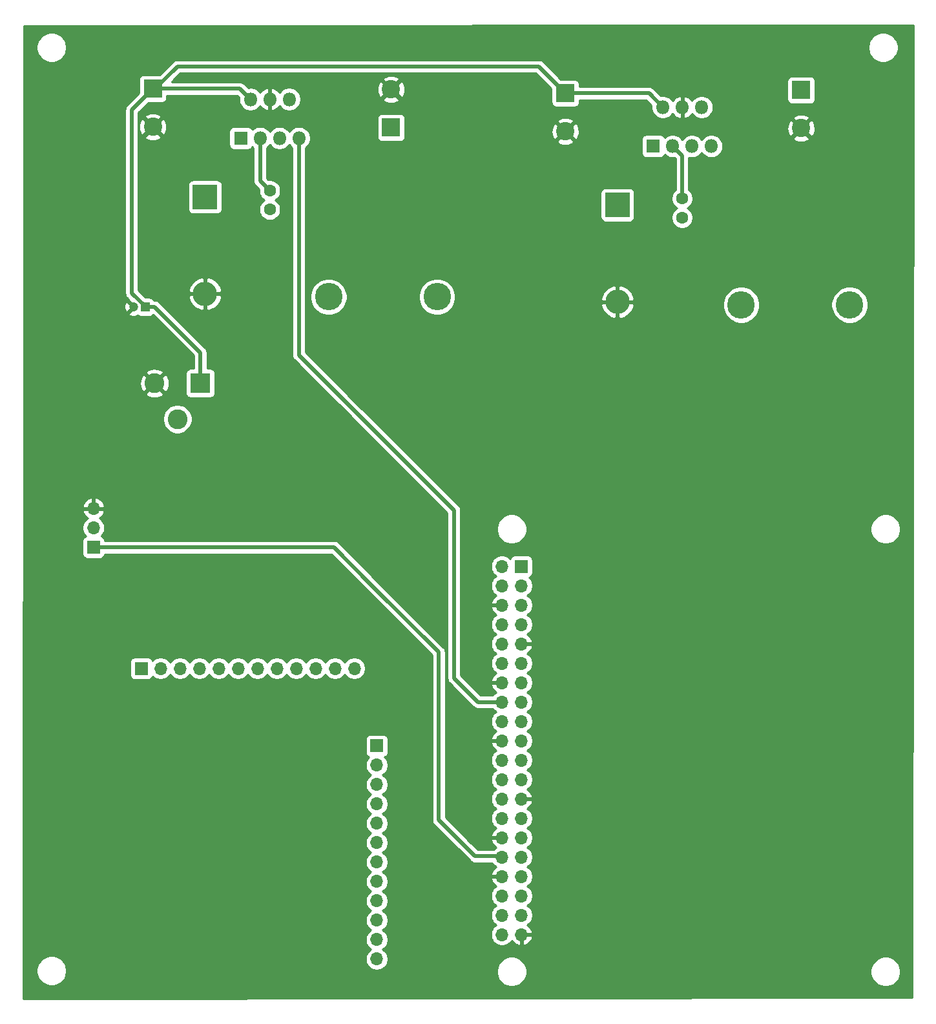
<source format=gbr>
%TF.GenerationSoftware,KiCad,Pcbnew,(5.1.9)-1*%
%TF.CreationDate,2022-02-08T11:22:36-08:00*%
%TF.ProjectId,controller_board,636f6e74-726f-46c6-9c65-725f626f6172,rev?*%
%TF.SameCoordinates,Original*%
%TF.FileFunction,Copper,L1,Top*%
%TF.FilePolarity,Positive*%
%FSLAX46Y46*%
G04 Gerber Fmt 4.6, Leading zero omitted, Abs format (unit mm)*
G04 Created by KiCad (PCBNEW (5.1.9)-1) date 2022-02-08 11:22:36*
%MOMM*%
%LPD*%
G01*
G04 APERTURE LIST*
%TA.AperFunction,ComponentPad*%
%ADD10O,1.800000X1.800000*%
%TD*%
%TA.AperFunction,ComponentPad*%
%ADD11R,1.800000X1.800000*%
%TD*%
%TA.AperFunction,ComponentPad*%
%ADD12O,1.700000X1.700000*%
%TD*%
%TA.AperFunction,ComponentPad*%
%ADD13R,1.700000X1.700000*%
%TD*%
%TA.AperFunction,ComponentPad*%
%ADD14C,3.600000*%
%TD*%
%TA.AperFunction,ComponentPad*%
%ADD15R,3.200000X3.200000*%
%TD*%
%TA.AperFunction,ComponentPad*%
%ADD16O,3.200000X3.200000*%
%TD*%
%TA.AperFunction,ComponentPad*%
%ADD17R,2.400000X2.400000*%
%TD*%
%TA.AperFunction,ComponentPad*%
%ADD18C,2.400000*%
%TD*%
%TA.AperFunction,ComponentPad*%
%ADD19C,1.600000*%
%TD*%
%TA.AperFunction,ComponentPad*%
%ADD20C,1.200000*%
%TD*%
%TA.AperFunction,ComponentPad*%
%ADD21R,1.200000X1.200000*%
%TD*%
%TA.AperFunction,ComponentPad*%
%ADD22C,2.600000*%
%TD*%
%TA.AperFunction,ComponentPad*%
%ADD23R,2.600000X2.600000*%
%TD*%
%TA.AperFunction,Conductor*%
%ADD24C,0.500000*%
%TD*%
%TA.AperFunction,Conductor*%
%ADD25C,0.254000*%
%TD*%
%TA.AperFunction,Conductor*%
%ADD26C,0.100000*%
%TD*%
G04 APERTURE END LIST*
D10*
%TO.P,U2,6*%
%TO.N,/V_servo*%
X66390000Y-71130000D03*
%TO.P,U2,4*%
%TO.N,GND*%
X63850000Y-71130000D03*
%TO.P,U2,2*%
%TO.N,/9V*%
X61310000Y-71130000D03*
%TO.P,U2,5*%
%TO.N,Net-(U2-Pad5)*%
X65120000Y-76230000D03*
%TO.P,U2,3*%
%TO.N,Net-(C4-Pad1)*%
X62580000Y-76230000D03*
D11*
%TO.P,U2,1*%
%TO.N,Net-(C4-Pad2)*%
X60040000Y-76230000D03*
D10*
%TO.P,U2,7*%
%TO.N,/Servo_OnOff*%
X67660000Y-76230000D03*
%TD*%
%TO.P,U1,6*%
%TO.N,/5V*%
X120450000Y-72180000D03*
%TO.P,U1,4*%
%TO.N,GND*%
X117910000Y-72180000D03*
%TO.P,U1,2*%
%TO.N,/9V*%
X115370000Y-72180000D03*
%TO.P,U1,5*%
%TO.N,Net-(U1-Pad5)*%
X119180000Y-77280000D03*
%TO.P,U1,3*%
%TO.N,Net-(C2-Pad1)*%
X116640000Y-77280000D03*
D11*
%TO.P,U1,1*%
%TO.N,Net-(C2-Pad2)*%
X114100000Y-77280000D03*
D10*
%TO.P,U1,7*%
%TO.N,Net-(U1-Pad7)*%
X121720000Y-77280000D03*
%TD*%
D12*
%TO.P,J1,24*%
%TO.N,Net-(J1-Pad24)*%
X94280000Y-160290000D03*
%TO.P,J1,27*%
%TO.N,Net-(J1-Pad27)*%
X96820000Y-165370000D03*
%TO.P,J1,15*%
%TO.N,Net-(J1-Pad15)*%
X96820000Y-150130000D03*
%TO.P,J1,35*%
%TO.N,Net-(J1-Pad35)*%
X96820000Y-175530000D03*
%TO.P,J1,5*%
%TO.N,Net-(J1-Pad5)*%
X96820000Y-137430000D03*
%TO.P,J1,34*%
%TO.N,GND*%
X94280000Y-172990000D03*
%TO.P,J1,36*%
%TO.N,Net-(J1-Pad36)*%
X94280000Y-175530000D03*
%TO.P,J1,20*%
%TO.N,GND*%
X94280000Y-155210000D03*
%TO.P,J1,25*%
X96820000Y-162830000D03*
%TO.P,J1,9*%
X96820000Y-142510000D03*
%TO.P,J1,4*%
%TO.N,/5V*%
X94280000Y-134890000D03*
%TO.P,J1,16*%
%TO.N,/Servo_OnOff*%
X94280000Y-150130000D03*
%TO.P,J1,11*%
%TO.N,Net-(J1-Pad11)*%
X96820000Y-145050000D03*
%TO.P,J1,30*%
%TO.N,GND*%
X94280000Y-167910000D03*
%TO.P,J1,28*%
%TO.N,Net-(J1-Pad28)*%
X94280000Y-165370000D03*
%TO.P,J1,17*%
%TO.N,Net-(J1-Pad17)*%
X96820000Y-152670000D03*
%TO.P,J1,32*%
%TO.N,/PWM*%
X94280000Y-170450000D03*
%TO.P,J1,2*%
%TO.N,/5V*%
X94280000Y-132350000D03*
%TO.P,J1,13*%
%TO.N,Net-(J1-Pad13)*%
X96820000Y-147590000D03*
%TO.P,J1,22*%
%TO.N,Net-(J1-Pad22)*%
X94280000Y-157750000D03*
%TO.P,J1,3*%
%TO.N,Net-(J1-Pad3)*%
X96820000Y-134890000D03*
%TO.P,J1,12*%
%TO.N,Net-(J1-Pad12)*%
X94280000Y-145050000D03*
%TO.P,J1,31*%
%TO.N,Net-(J1-Pad31)*%
X96820000Y-170450000D03*
%TO.P,J1,21*%
%TO.N,Net-(J1-Pad21)*%
X96820000Y-157750000D03*
%TO.P,J1,18*%
%TO.N,Net-(J1-Pad18)*%
X94280000Y-152670000D03*
%TO.P,J1,19*%
%TO.N,Net-(J1-Pad19)*%
X96820000Y-155210000D03*
%TO.P,J1,29*%
%TO.N,Net-(J1-Pad29)*%
X96820000Y-167910000D03*
%TO.P,J1,7*%
%TO.N,Net-(J1-Pad7)*%
X96820000Y-139970000D03*
%TO.P,J1,40*%
%TO.N,Net-(J1-Pad40)*%
X94280000Y-180610000D03*
%TO.P,J1,37*%
%TO.N,Net-(J1-Pad37)*%
X96820000Y-178070000D03*
%TO.P,J1,10*%
%TO.N,Net-(J1-Pad10)*%
X94280000Y-142510000D03*
%TO.P,J1,33*%
%TO.N,Net-(J1-Pad33)*%
X96820000Y-172990000D03*
%TO.P,J1,26*%
%TO.N,Net-(J1-Pad26)*%
X94280000Y-162830000D03*
%TO.P,J1,39*%
%TO.N,GND*%
X96820000Y-180610000D03*
%TO.P,J1,38*%
%TO.N,Net-(J1-Pad38)*%
X94280000Y-178070000D03*
%TO.P,J1,8*%
%TO.N,Net-(J1-Pad8)*%
X94280000Y-139970000D03*
%TO.P,J1,14*%
%TO.N,GND*%
X94280000Y-147590000D03*
D13*
%TO.P,J1,1*%
%TO.N,Net-(J1-Pad1)*%
X96820000Y-132350000D03*
D12*
%TO.P,J1,6*%
%TO.N,GND*%
X94280000Y-137430000D03*
%TO.P,J1,23*%
%TO.N,Net-(J1-Pad23)*%
X96820000Y-160290000D03*
%TD*%
%TO.P,U3,3*%
%TO.N,Net-(U3-Pad3)*%
X52075000Y-145725000D03*
%TO.P,U3,12*%
%TO.N,Net-(U3-Pad12)*%
X74935000Y-145725000D03*
%TO.P,U3,4*%
%TO.N,Net-(U3-Pad4)*%
X54615000Y-145725000D03*
%TO.P,U3,5*%
%TO.N,Net-(U3-Pad5)*%
X57155000Y-145725000D03*
%TO.P,U3,11*%
%TO.N,Net-(U3-Pad11)*%
X72395000Y-145725000D03*
D13*
%TO.P,U3,1*%
%TO.N,Net-(U3-Pad1)*%
X46995000Y-145725000D03*
D12*
%TO.P,U3,8*%
%TO.N,Net-(U3-Pad8)*%
X64775000Y-145725000D03*
%TO.P,U3,7*%
%TO.N,Net-(U3-Pad7)*%
X62235000Y-145725000D03*
%TO.P,U3,6*%
%TO.N,Net-(U3-Pad6)*%
X59695000Y-145725000D03*
%TO.P,U3,10*%
%TO.N,Net-(U3-Pad10)*%
X69855000Y-145725000D03*
%TO.P,U3,9*%
%TO.N,Net-(U3-Pad9)*%
X67315000Y-145725000D03*
%TO.P,U3,2*%
%TO.N,Net-(U3-Pad2)*%
X49535000Y-145725000D03*
%TO.P,U3,15*%
%TO.N,Net-(U3-Pad15)*%
X77870000Y-160950000D03*
%TO.P,U3,24*%
%TO.N,Net-(U3-Pad24)*%
X77870000Y-183810000D03*
%TO.P,U3,16*%
%TO.N,Net-(U3-Pad16)*%
X77870000Y-163490000D03*
%TO.P,U3,17*%
%TO.N,Net-(U3-Pad17)*%
X77870000Y-166030000D03*
%TO.P,U3,23*%
%TO.N,Net-(U3-Pad23)*%
X77870000Y-181270000D03*
D13*
%TO.P,U3,13*%
%TO.N,Net-(U3-Pad13)*%
X77870000Y-155870000D03*
D12*
%TO.P,U3,20*%
%TO.N,Net-(U3-Pad20)*%
X77870000Y-173650000D03*
%TO.P,U3,19*%
%TO.N,Net-(U3-Pad19)*%
X77870000Y-171110000D03*
%TO.P,U3,18*%
%TO.N,Net-(U3-Pad18)*%
X77870000Y-168570000D03*
%TO.P,U3,22*%
%TO.N,Net-(U3-Pad22)*%
X77870000Y-178730000D03*
%TO.P,U3,21*%
%TO.N,Net-(U3-Pad21)*%
X77870000Y-176190000D03*
%TO.P,U3,14*%
%TO.N,Net-(U3-Pad14)*%
X77870000Y-158410000D03*
%TD*%
D14*
%TO.P,L1,1*%
%TO.N,/5V*%
X139840000Y-98080000D03*
%TO.P,L1,2*%
%TO.N,Net-(C2-Pad2)*%
X125630000Y-98080000D03*
%TD*%
%TO.P,L2,1*%
%TO.N,/V_servo*%
X85780000Y-97030000D03*
%TO.P,L2,2*%
%TO.N,Net-(C4-Pad2)*%
X71570000Y-97030000D03*
%TD*%
D12*
%TO.P,J5,3*%
%TO.N,GND*%
X40750000Y-124770000D03*
%TO.P,J5,2*%
%TO.N,/V_servo*%
X40750000Y-127310000D03*
D13*
%TO.P,J5,1*%
%TO.N,/PWM*%
X40750000Y-129850000D03*
%TD*%
D15*
%TO.P,D1,1*%
%TO.N,Net-(C2-Pad2)*%
X109420000Y-84990000D03*
D16*
%TO.P,D1,2*%
%TO.N,GND*%
X109420000Y-97690000D03*
%TD*%
D17*
%TO.P,C1,1*%
%TO.N,/9V*%
X102580000Y-70350000D03*
D18*
%TO.P,C1,2*%
%TO.N,GND*%
X102580000Y-75350000D03*
%TD*%
D19*
%TO.P,C2,1*%
%TO.N,Net-(C2-Pad1)*%
X117900000Y-84140000D03*
%TO.P,C2,2*%
%TO.N,Net-(C2-Pad2)*%
X117900000Y-86640000D03*
%TD*%
D17*
%TO.P,C6,1*%
%TO.N,/5V*%
X133490000Y-69930000D03*
D18*
%TO.P,C6,2*%
%TO.N,GND*%
X133490000Y-74930000D03*
%TD*%
D16*
%TO.P,D2,2*%
%TO.N,GND*%
X55360000Y-96640000D03*
D15*
%TO.P,D2,1*%
%TO.N,Net-(C4-Pad2)*%
X55360000Y-83940000D03*
%TD*%
D18*
%TO.P,C7,2*%
%TO.N,GND*%
X79750000Y-69850000D03*
D17*
%TO.P,C7,1*%
%TO.N,/V_servo*%
X79750000Y-74850000D03*
%TD*%
D19*
%TO.P,C4,2*%
%TO.N,Net-(C4-Pad2)*%
X63840000Y-85590000D03*
%TO.P,C4,1*%
%TO.N,Net-(C4-Pad1)*%
X63840000Y-83090000D03*
%TD*%
D18*
%TO.P,C3,2*%
%TO.N,GND*%
X48520000Y-74760000D03*
D17*
%TO.P,C3,1*%
%TO.N,/9V*%
X48520000Y-69760000D03*
%TD*%
D20*
%TO.P,C5,2*%
%TO.N,GND*%
X46000000Y-98350000D03*
D21*
%TO.P,C5,1*%
%TO.N,/9V*%
X47500000Y-98350000D03*
%TD*%
D22*
%TO.P,J4,3*%
%TO.N,Net-(J4-Pad3)*%
X51750000Y-113050000D03*
%TO.P,J4,2*%
%TO.N,GND*%
X48750000Y-108350000D03*
D23*
%TO.P,J4,1*%
%TO.N,/9V*%
X54750000Y-108350000D03*
%TD*%
D24*
%TO.N,/9V*%
X59940000Y-69760000D02*
X61310000Y-71130000D01*
X48520000Y-69760000D02*
X59940000Y-69760000D01*
X113540000Y-70350000D02*
X115370000Y-72180000D01*
X102580000Y-70350000D02*
X113540000Y-70350000D01*
X48520000Y-69760000D02*
X48840000Y-69760000D01*
X48840000Y-69760000D02*
X51750000Y-66850000D01*
X99080000Y-66850000D02*
X102580000Y-70350000D01*
X51750000Y-66850000D02*
X99080000Y-66850000D01*
X45750000Y-72530000D02*
X48520000Y-69760000D01*
X54750000Y-104350000D02*
X54750000Y-108350000D01*
X48750000Y-98350000D02*
X54750000Y-104350000D01*
X47500000Y-98350000D02*
X48750000Y-98350000D01*
X47500000Y-98295998D02*
X47500000Y-98350000D01*
X45750000Y-96545998D02*
X47500000Y-98295998D01*
X45750000Y-72530000D02*
X45750000Y-96545998D01*
%TO.N,/PWM*%
X85990000Y-165590000D02*
X85990000Y-162110000D01*
X85990000Y-162110000D02*
X85990000Y-143590000D01*
X90750000Y-170350000D02*
X89500000Y-169100000D01*
X89500000Y-169100000D02*
X85990000Y-165590000D01*
X93980000Y-170350000D02*
X90750000Y-170350000D01*
X72250000Y-129850000D02*
X77200000Y-134800000D01*
X40750000Y-129850000D02*
X72250000Y-129850000D01*
X77200000Y-134800000D02*
X85990000Y-143590000D01*
%TO.N,Net-(C2-Pad1)*%
X117900000Y-78540000D02*
X116640000Y-77280000D01*
X117900000Y-84140000D02*
X117900000Y-78540000D01*
%TO.N,Net-(C4-Pad1)*%
X62580000Y-81830000D02*
X63840000Y-83090000D01*
X62580000Y-76230000D02*
X62580000Y-81830000D01*
%TO.N,/Servo_OnOff*%
X94280000Y-150130000D02*
X91130000Y-150130000D01*
X91130000Y-150130000D02*
X88000000Y-147000000D01*
X88000000Y-147000000D02*
X88000000Y-125000000D01*
X67660000Y-104660000D02*
X73500000Y-110500000D01*
X67660000Y-76230000D02*
X67660000Y-104660000D01*
X73500000Y-110500000D02*
X72500000Y-109500000D01*
X88000000Y-125000000D02*
X73500000Y-110500000D01*
%TD*%
D25*
%TO.N,GND*%
X148074662Y-188873142D02*
X31538349Y-189004107D01*
X31541268Y-185154495D01*
X33265000Y-185154495D01*
X33265000Y-185545505D01*
X33341282Y-185929003D01*
X33490915Y-186290250D01*
X33708149Y-186615364D01*
X33984636Y-186891851D01*
X34309750Y-187109085D01*
X34670997Y-187258718D01*
X35054495Y-187335000D01*
X35445505Y-187335000D01*
X35829003Y-187258718D01*
X36190250Y-187109085D01*
X36515364Y-186891851D01*
X36791851Y-186615364D01*
X37009085Y-186290250D01*
X37158718Y-185929003D01*
X37235000Y-185545505D01*
X37235000Y-185154495D01*
X37158718Y-184770997D01*
X37009085Y-184409750D01*
X36791851Y-184084636D01*
X36515364Y-183808149D01*
X36190250Y-183590915D01*
X35829003Y-183441282D01*
X35445505Y-183365000D01*
X35054495Y-183365000D01*
X34670997Y-183441282D01*
X34309750Y-183590915D01*
X33984636Y-183808149D01*
X33708149Y-184084636D01*
X33490915Y-184409750D01*
X33341282Y-184770997D01*
X33265000Y-185154495D01*
X31541268Y-185154495D01*
X31564117Y-155020000D01*
X76381928Y-155020000D01*
X76381928Y-156720000D01*
X76394188Y-156844482D01*
X76430498Y-156964180D01*
X76489463Y-157074494D01*
X76568815Y-157171185D01*
X76665506Y-157250537D01*
X76775820Y-157309502D01*
X76848380Y-157331513D01*
X76716525Y-157463368D01*
X76554010Y-157706589D01*
X76442068Y-157976842D01*
X76385000Y-158263740D01*
X76385000Y-158556260D01*
X76442068Y-158843158D01*
X76554010Y-159113411D01*
X76716525Y-159356632D01*
X76923368Y-159563475D01*
X77097760Y-159680000D01*
X76923368Y-159796525D01*
X76716525Y-160003368D01*
X76554010Y-160246589D01*
X76442068Y-160516842D01*
X76385000Y-160803740D01*
X76385000Y-161096260D01*
X76442068Y-161383158D01*
X76554010Y-161653411D01*
X76716525Y-161896632D01*
X76923368Y-162103475D01*
X77097760Y-162220000D01*
X76923368Y-162336525D01*
X76716525Y-162543368D01*
X76554010Y-162786589D01*
X76442068Y-163056842D01*
X76385000Y-163343740D01*
X76385000Y-163636260D01*
X76442068Y-163923158D01*
X76554010Y-164193411D01*
X76716525Y-164436632D01*
X76923368Y-164643475D01*
X77097760Y-164760000D01*
X76923368Y-164876525D01*
X76716525Y-165083368D01*
X76554010Y-165326589D01*
X76442068Y-165596842D01*
X76385000Y-165883740D01*
X76385000Y-166176260D01*
X76442068Y-166463158D01*
X76554010Y-166733411D01*
X76716525Y-166976632D01*
X76923368Y-167183475D01*
X77097760Y-167300000D01*
X76923368Y-167416525D01*
X76716525Y-167623368D01*
X76554010Y-167866589D01*
X76442068Y-168136842D01*
X76385000Y-168423740D01*
X76385000Y-168716260D01*
X76442068Y-169003158D01*
X76554010Y-169273411D01*
X76716525Y-169516632D01*
X76923368Y-169723475D01*
X77097760Y-169840000D01*
X76923368Y-169956525D01*
X76716525Y-170163368D01*
X76554010Y-170406589D01*
X76442068Y-170676842D01*
X76385000Y-170963740D01*
X76385000Y-171256260D01*
X76442068Y-171543158D01*
X76554010Y-171813411D01*
X76716525Y-172056632D01*
X76923368Y-172263475D01*
X77097760Y-172380000D01*
X76923368Y-172496525D01*
X76716525Y-172703368D01*
X76554010Y-172946589D01*
X76442068Y-173216842D01*
X76385000Y-173503740D01*
X76385000Y-173796260D01*
X76442068Y-174083158D01*
X76554010Y-174353411D01*
X76716525Y-174596632D01*
X76923368Y-174803475D01*
X77097760Y-174920000D01*
X76923368Y-175036525D01*
X76716525Y-175243368D01*
X76554010Y-175486589D01*
X76442068Y-175756842D01*
X76385000Y-176043740D01*
X76385000Y-176336260D01*
X76442068Y-176623158D01*
X76554010Y-176893411D01*
X76716525Y-177136632D01*
X76923368Y-177343475D01*
X77097760Y-177460000D01*
X76923368Y-177576525D01*
X76716525Y-177783368D01*
X76554010Y-178026589D01*
X76442068Y-178296842D01*
X76385000Y-178583740D01*
X76385000Y-178876260D01*
X76442068Y-179163158D01*
X76554010Y-179433411D01*
X76716525Y-179676632D01*
X76923368Y-179883475D01*
X77097760Y-180000000D01*
X76923368Y-180116525D01*
X76716525Y-180323368D01*
X76554010Y-180566589D01*
X76442068Y-180836842D01*
X76385000Y-181123740D01*
X76385000Y-181416260D01*
X76442068Y-181703158D01*
X76554010Y-181973411D01*
X76716525Y-182216632D01*
X76923368Y-182423475D01*
X77097760Y-182540000D01*
X76923368Y-182656525D01*
X76716525Y-182863368D01*
X76554010Y-183106589D01*
X76442068Y-183376842D01*
X76385000Y-183663740D01*
X76385000Y-183956260D01*
X76442068Y-184243158D01*
X76554010Y-184513411D01*
X76716525Y-184756632D01*
X76923368Y-184963475D01*
X77166589Y-185125990D01*
X77436842Y-185237932D01*
X77723740Y-185295000D01*
X78016260Y-185295000D01*
X78219890Y-185254495D01*
X93565000Y-185254495D01*
X93565000Y-185645505D01*
X93641282Y-186029003D01*
X93790915Y-186390250D01*
X94008149Y-186715364D01*
X94284636Y-186991851D01*
X94609750Y-187209085D01*
X94970997Y-187358718D01*
X95354495Y-187435000D01*
X95745505Y-187435000D01*
X96129003Y-187358718D01*
X96490250Y-187209085D01*
X96815364Y-186991851D01*
X97091851Y-186715364D01*
X97309085Y-186390250D01*
X97458718Y-186029003D01*
X97535000Y-185645505D01*
X97535000Y-185254495D01*
X142565000Y-185254495D01*
X142565000Y-185645505D01*
X142641282Y-186029003D01*
X142790915Y-186390250D01*
X143008149Y-186715364D01*
X143284636Y-186991851D01*
X143609750Y-187209085D01*
X143970997Y-187358718D01*
X144354495Y-187435000D01*
X144745505Y-187435000D01*
X145129003Y-187358718D01*
X145490250Y-187209085D01*
X145815364Y-186991851D01*
X146091851Y-186715364D01*
X146309085Y-186390250D01*
X146458718Y-186029003D01*
X146535000Y-185645505D01*
X146535000Y-185254495D01*
X146458718Y-184870997D01*
X146309085Y-184509750D01*
X146091851Y-184184636D01*
X145815364Y-183908149D01*
X145490250Y-183690915D01*
X145129003Y-183541282D01*
X144745505Y-183465000D01*
X144354495Y-183465000D01*
X143970997Y-183541282D01*
X143609750Y-183690915D01*
X143284636Y-183908149D01*
X143008149Y-184184636D01*
X142790915Y-184509750D01*
X142641282Y-184870997D01*
X142565000Y-185254495D01*
X97535000Y-185254495D01*
X97458718Y-184870997D01*
X97309085Y-184509750D01*
X97091851Y-184184636D01*
X96815364Y-183908149D01*
X96490250Y-183690915D01*
X96129003Y-183541282D01*
X95745505Y-183465000D01*
X95354495Y-183465000D01*
X94970997Y-183541282D01*
X94609750Y-183690915D01*
X94284636Y-183908149D01*
X94008149Y-184184636D01*
X93790915Y-184509750D01*
X93641282Y-184870997D01*
X93565000Y-185254495D01*
X78219890Y-185254495D01*
X78303158Y-185237932D01*
X78573411Y-185125990D01*
X78816632Y-184963475D01*
X79023475Y-184756632D01*
X79185990Y-184513411D01*
X79297932Y-184243158D01*
X79355000Y-183956260D01*
X79355000Y-183663740D01*
X79297932Y-183376842D01*
X79185990Y-183106589D01*
X79023475Y-182863368D01*
X78816632Y-182656525D01*
X78642240Y-182540000D01*
X78816632Y-182423475D01*
X79023475Y-182216632D01*
X79185990Y-181973411D01*
X79297932Y-181703158D01*
X79355000Y-181416260D01*
X79355000Y-181123740D01*
X79297932Y-180836842D01*
X79185990Y-180566589D01*
X79023475Y-180323368D01*
X78816632Y-180116525D01*
X78642240Y-180000000D01*
X78816632Y-179883475D01*
X79023475Y-179676632D01*
X79185990Y-179433411D01*
X79297932Y-179163158D01*
X79355000Y-178876260D01*
X79355000Y-178583740D01*
X79297932Y-178296842D01*
X79185990Y-178026589D01*
X79023475Y-177783368D01*
X78816632Y-177576525D01*
X78642240Y-177460000D01*
X78816632Y-177343475D01*
X79023475Y-177136632D01*
X79185990Y-176893411D01*
X79297932Y-176623158D01*
X79355000Y-176336260D01*
X79355000Y-176043740D01*
X79297932Y-175756842D01*
X79185990Y-175486589D01*
X79023475Y-175243368D01*
X78816632Y-175036525D01*
X78642240Y-174920000D01*
X78816632Y-174803475D01*
X79023475Y-174596632D01*
X79185990Y-174353411D01*
X79297932Y-174083158D01*
X79355000Y-173796260D01*
X79355000Y-173503740D01*
X79297932Y-173216842D01*
X79185990Y-172946589D01*
X79023475Y-172703368D01*
X78816632Y-172496525D01*
X78642240Y-172380000D01*
X78816632Y-172263475D01*
X79023475Y-172056632D01*
X79185990Y-171813411D01*
X79297932Y-171543158D01*
X79355000Y-171256260D01*
X79355000Y-170963740D01*
X79297932Y-170676842D01*
X79185990Y-170406589D01*
X79023475Y-170163368D01*
X78816632Y-169956525D01*
X78642240Y-169840000D01*
X78816632Y-169723475D01*
X79023475Y-169516632D01*
X79185990Y-169273411D01*
X79297932Y-169003158D01*
X79355000Y-168716260D01*
X79355000Y-168423740D01*
X79297932Y-168136842D01*
X79185990Y-167866589D01*
X79023475Y-167623368D01*
X78816632Y-167416525D01*
X78642240Y-167300000D01*
X78816632Y-167183475D01*
X79023475Y-166976632D01*
X79185990Y-166733411D01*
X79297932Y-166463158D01*
X79355000Y-166176260D01*
X79355000Y-165883740D01*
X79297932Y-165596842D01*
X79185990Y-165326589D01*
X79023475Y-165083368D01*
X78816632Y-164876525D01*
X78642240Y-164760000D01*
X78816632Y-164643475D01*
X79023475Y-164436632D01*
X79185990Y-164193411D01*
X79297932Y-163923158D01*
X79355000Y-163636260D01*
X79355000Y-163343740D01*
X79297932Y-163056842D01*
X79185990Y-162786589D01*
X79023475Y-162543368D01*
X78816632Y-162336525D01*
X78642240Y-162220000D01*
X78816632Y-162103475D01*
X79023475Y-161896632D01*
X79185990Y-161653411D01*
X79297932Y-161383158D01*
X79355000Y-161096260D01*
X79355000Y-160803740D01*
X79297932Y-160516842D01*
X79185990Y-160246589D01*
X79023475Y-160003368D01*
X78816632Y-159796525D01*
X78642240Y-159680000D01*
X78816632Y-159563475D01*
X79023475Y-159356632D01*
X79185990Y-159113411D01*
X79297932Y-158843158D01*
X79355000Y-158556260D01*
X79355000Y-158263740D01*
X79297932Y-157976842D01*
X79185990Y-157706589D01*
X79023475Y-157463368D01*
X78891620Y-157331513D01*
X78964180Y-157309502D01*
X79074494Y-157250537D01*
X79171185Y-157171185D01*
X79250537Y-157074494D01*
X79309502Y-156964180D01*
X79345812Y-156844482D01*
X79358072Y-156720000D01*
X79358072Y-155020000D01*
X79345812Y-154895518D01*
X79309502Y-154775820D01*
X79250537Y-154665506D01*
X79171185Y-154568815D01*
X79074494Y-154489463D01*
X78964180Y-154430498D01*
X78844482Y-154394188D01*
X78720000Y-154381928D01*
X77020000Y-154381928D01*
X76895518Y-154394188D01*
X76775820Y-154430498D01*
X76665506Y-154489463D01*
X76568815Y-154568815D01*
X76489463Y-154665506D01*
X76430498Y-154775820D01*
X76394188Y-154895518D01*
X76381928Y-155020000D01*
X31564117Y-155020000D01*
X31571810Y-144875000D01*
X45506928Y-144875000D01*
X45506928Y-146575000D01*
X45519188Y-146699482D01*
X45555498Y-146819180D01*
X45614463Y-146929494D01*
X45693815Y-147026185D01*
X45790506Y-147105537D01*
X45900820Y-147164502D01*
X46020518Y-147200812D01*
X46145000Y-147213072D01*
X47845000Y-147213072D01*
X47969482Y-147200812D01*
X48089180Y-147164502D01*
X48199494Y-147105537D01*
X48296185Y-147026185D01*
X48375537Y-146929494D01*
X48434502Y-146819180D01*
X48456513Y-146746620D01*
X48588368Y-146878475D01*
X48831589Y-147040990D01*
X49101842Y-147152932D01*
X49388740Y-147210000D01*
X49681260Y-147210000D01*
X49968158Y-147152932D01*
X50238411Y-147040990D01*
X50481632Y-146878475D01*
X50688475Y-146671632D01*
X50805000Y-146497240D01*
X50921525Y-146671632D01*
X51128368Y-146878475D01*
X51371589Y-147040990D01*
X51641842Y-147152932D01*
X51928740Y-147210000D01*
X52221260Y-147210000D01*
X52508158Y-147152932D01*
X52778411Y-147040990D01*
X53021632Y-146878475D01*
X53228475Y-146671632D01*
X53345000Y-146497240D01*
X53461525Y-146671632D01*
X53668368Y-146878475D01*
X53911589Y-147040990D01*
X54181842Y-147152932D01*
X54468740Y-147210000D01*
X54761260Y-147210000D01*
X55048158Y-147152932D01*
X55318411Y-147040990D01*
X55561632Y-146878475D01*
X55768475Y-146671632D01*
X55885000Y-146497240D01*
X56001525Y-146671632D01*
X56208368Y-146878475D01*
X56451589Y-147040990D01*
X56721842Y-147152932D01*
X57008740Y-147210000D01*
X57301260Y-147210000D01*
X57588158Y-147152932D01*
X57858411Y-147040990D01*
X58101632Y-146878475D01*
X58308475Y-146671632D01*
X58425000Y-146497240D01*
X58541525Y-146671632D01*
X58748368Y-146878475D01*
X58991589Y-147040990D01*
X59261842Y-147152932D01*
X59548740Y-147210000D01*
X59841260Y-147210000D01*
X60128158Y-147152932D01*
X60398411Y-147040990D01*
X60641632Y-146878475D01*
X60848475Y-146671632D01*
X60965000Y-146497240D01*
X61081525Y-146671632D01*
X61288368Y-146878475D01*
X61531589Y-147040990D01*
X61801842Y-147152932D01*
X62088740Y-147210000D01*
X62381260Y-147210000D01*
X62668158Y-147152932D01*
X62938411Y-147040990D01*
X63181632Y-146878475D01*
X63388475Y-146671632D01*
X63505000Y-146497240D01*
X63621525Y-146671632D01*
X63828368Y-146878475D01*
X64071589Y-147040990D01*
X64341842Y-147152932D01*
X64628740Y-147210000D01*
X64921260Y-147210000D01*
X65208158Y-147152932D01*
X65478411Y-147040990D01*
X65721632Y-146878475D01*
X65928475Y-146671632D01*
X66045000Y-146497240D01*
X66161525Y-146671632D01*
X66368368Y-146878475D01*
X66611589Y-147040990D01*
X66881842Y-147152932D01*
X67168740Y-147210000D01*
X67461260Y-147210000D01*
X67748158Y-147152932D01*
X68018411Y-147040990D01*
X68261632Y-146878475D01*
X68468475Y-146671632D01*
X68585000Y-146497240D01*
X68701525Y-146671632D01*
X68908368Y-146878475D01*
X69151589Y-147040990D01*
X69421842Y-147152932D01*
X69708740Y-147210000D01*
X70001260Y-147210000D01*
X70288158Y-147152932D01*
X70558411Y-147040990D01*
X70801632Y-146878475D01*
X71008475Y-146671632D01*
X71125000Y-146497240D01*
X71241525Y-146671632D01*
X71448368Y-146878475D01*
X71691589Y-147040990D01*
X71961842Y-147152932D01*
X72248740Y-147210000D01*
X72541260Y-147210000D01*
X72828158Y-147152932D01*
X73098411Y-147040990D01*
X73341632Y-146878475D01*
X73548475Y-146671632D01*
X73665000Y-146497240D01*
X73781525Y-146671632D01*
X73988368Y-146878475D01*
X74231589Y-147040990D01*
X74501842Y-147152932D01*
X74788740Y-147210000D01*
X75081260Y-147210000D01*
X75368158Y-147152932D01*
X75638411Y-147040990D01*
X75881632Y-146878475D01*
X76088475Y-146671632D01*
X76250990Y-146428411D01*
X76362932Y-146158158D01*
X76420000Y-145871260D01*
X76420000Y-145578740D01*
X76362932Y-145291842D01*
X76250990Y-145021589D01*
X76088475Y-144778368D01*
X75881632Y-144571525D01*
X75638411Y-144409010D01*
X75368158Y-144297068D01*
X75081260Y-144240000D01*
X74788740Y-144240000D01*
X74501842Y-144297068D01*
X74231589Y-144409010D01*
X73988368Y-144571525D01*
X73781525Y-144778368D01*
X73665000Y-144952760D01*
X73548475Y-144778368D01*
X73341632Y-144571525D01*
X73098411Y-144409010D01*
X72828158Y-144297068D01*
X72541260Y-144240000D01*
X72248740Y-144240000D01*
X71961842Y-144297068D01*
X71691589Y-144409010D01*
X71448368Y-144571525D01*
X71241525Y-144778368D01*
X71125000Y-144952760D01*
X71008475Y-144778368D01*
X70801632Y-144571525D01*
X70558411Y-144409010D01*
X70288158Y-144297068D01*
X70001260Y-144240000D01*
X69708740Y-144240000D01*
X69421842Y-144297068D01*
X69151589Y-144409010D01*
X68908368Y-144571525D01*
X68701525Y-144778368D01*
X68585000Y-144952760D01*
X68468475Y-144778368D01*
X68261632Y-144571525D01*
X68018411Y-144409010D01*
X67748158Y-144297068D01*
X67461260Y-144240000D01*
X67168740Y-144240000D01*
X66881842Y-144297068D01*
X66611589Y-144409010D01*
X66368368Y-144571525D01*
X66161525Y-144778368D01*
X66045000Y-144952760D01*
X65928475Y-144778368D01*
X65721632Y-144571525D01*
X65478411Y-144409010D01*
X65208158Y-144297068D01*
X64921260Y-144240000D01*
X64628740Y-144240000D01*
X64341842Y-144297068D01*
X64071589Y-144409010D01*
X63828368Y-144571525D01*
X63621525Y-144778368D01*
X63505000Y-144952760D01*
X63388475Y-144778368D01*
X63181632Y-144571525D01*
X62938411Y-144409010D01*
X62668158Y-144297068D01*
X62381260Y-144240000D01*
X62088740Y-144240000D01*
X61801842Y-144297068D01*
X61531589Y-144409010D01*
X61288368Y-144571525D01*
X61081525Y-144778368D01*
X60965000Y-144952760D01*
X60848475Y-144778368D01*
X60641632Y-144571525D01*
X60398411Y-144409010D01*
X60128158Y-144297068D01*
X59841260Y-144240000D01*
X59548740Y-144240000D01*
X59261842Y-144297068D01*
X58991589Y-144409010D01*
X58748368Y-144571525D01*
X58541525Y-144778368D01*
X58425000Y-144952760D01*
X58308475Y-144778368D01*
X58101632Y-144571525D01*
X57858411Y-144409010D01*
X57588158Y-144297068D01*
X57301260Y-144240000D01*
X57008740Y-144240000D01*
X56721842Y-144297068D01*
X56451589Y-144409010D01*
X56208368Y-144571525D01*
X56001525Y-144778368D01*
X55885000Y-144952760D01*
X55768475Y-144778368D01*
X55561632Y-144571525D01*
X55318411Y-144409010D01*
X55048158Y-144297068D01*
X54761260Y-144240000D01*
X54468740Y-144240000D01*
X54181842Y-144297068D01*
X53911589Y-144409010D01*
X53668368Y-144571525D01*
X53461525Y-144778368D01*
X53345000Y-144952760D01*
X53228475Y-144778368D01*
X53021632Y-144571525D01*
X52778411Y-144409010D01*
X52508158Y-144297068D01*
X52221260Y-144240000D01*
X51928740Y-144240000D01*
X51641842Y-144297068D01*
X51371589Y-144409010D01*
X51128368Y-144571525D01*
X50921525Y-144778368D01*
X50805000Y-144952760D01*
X50688475Y-144778368D01*
X50481632Y-144571525D01*
X50238411Y-144409010D01*
X49968158Y-144297068D01*
X49681260Y-144240000D01*
X49388740Y-144240000D01*
X49101842Y-144297068D01*
X48831589Y-144409010D01*
X48588368Y-144571525D01*
X48456513Y-144703380D01*
X48434502Y-144630820D01*
X48375537Y-144520506D01*
X48296185Y-144423815D01*
X48199494Y-144344463D01*
X48089180Y-144285498D01*
X47969482Y-144249188D01*
X47845000Y-144236928D01*
X46145000Y-144236928D01*
X46020518Y-144249188D01*
X45900820Y-144285498D01*
X45790506Y-144344463D01*
X45693815Y-144423815D01*
X45614463Y-144520506D01*
X45555498Y-144630820D01*
X45519188Y-144750518D01*
X45506928Y-144875000D01*
X31571810Y-144875000D01*
X31583848Y-129000000D01*
X39261928Y-129000000D01*
X39261928Y-130700000D01*
X39274188Y-130824482D01*
X39310498Y-130944180D01*
X39369463Y-131054494D01*
X39448815Y-131151185D01*
X39545506Y-131230537D01*
X39655820Y-131289502D01*
X39775518Y-131325812D01*
X39900000Y-131338072D01*
X41600000Y-131338072D01*
X41724482Y-131325812D01*
X41844180Y-131289502D01*
X41954494Y-131230537D01*
X42051185Y-131151185D01*
X42130537Y-131054494D01*
X42189502Y-130944180D01*
X42225812Y-130824482D01*
X42234625Y-130735000D01*
X71883422Y-130735000D01*
X76604953Y-135456532D01*
X76604959Y-135456537D01*
X85105001Y-143956580D01*
X85105000Y-162153476D01*
X85105001Y-162153486D01*
X85105000Y-165546531D01*
X85100719Y-165590000D01*
X85105000Y-165633469D01*
X85105000Y-165633476D01*
X85117805Y-165763489D01*
X85168411Y-165930312D01*
X85250589Y-166084058D01*
X85361183Y-166218817D01*
X85394956Y-166246534D01*
X88904953Y-169756532D01*
X88904958Y-169756536D01*
X90093470Y-170945049D01*
X90121183Y-170978817D01*
X90154951Y-171006530D01*
X90154953Y-171006532D01*
X90226452Y-171065210D01*
X90255941Y-171089411D01*
X90409687Y-171171589D01*
X90525903Y-171206843D01*
X90576509Y-171222195D01*
X90591306Y-171223652D01*
X90706523Y-171235000D01*
X90706531Y-171235000D01*
X90750000Y-171239281D01*
X90793469Y-171235000D01*
X93018526Y-171235000D01*
X93126525Y-171396632D01*
X93333368Y-171603475D01*
X93515534Y-171725195D01*
X93398645Y-171794822D01*
X93182412Y-171989731D01*
X93008359Y-172223080D01*
X92883175Y-172485901D01*
X92838524Y-172633110D01*
X92959845Y-172863000D01*
X94153000Y-172863000D01*
X94153000Y-172843000D01*
X94407000Y-172843000D01*
X94407000Y-172863000D01*
X94427000Y-172863000D01*
X94427000Y-173117000D01*
X94407000Y-173117000D01*
X94407000Y-173137000D01*
X94153000Y-173137000D01*
X94153000Y-173117000D01*
X92959845Y-173117000D01*
X92838524Y-173346890D01*
X92883175Y-173494099D01*
X93008359Y-173756920D01*
X93182412Y-173990269D01*
X93398645Y-174185178D01*
X93515534Y-174254805D01*
X93333368Y-174376525D01*
X93126525Y-174583368D01*
X92964010Y-174826589D01*
X92852068Y-175096842D01*
X92795000Y-175383740D01*
X92795000Y-175676260D01*
X92852068Y-175963158D01*
X92964010Y-176233411D01*
X93126525Y-176476632D01*
X93333368Y-176683475D01*
X93507760Y-176800000D01*
X93333368Y-176916525D01*
X93126525Y-177123368D01*
X92964010Y-177366589D01*
X92852068Y-177636842D01*
X92795000Y-177923740D01*
X92795000Y-178216260D01*
X92852068Y-178503158D01*
X92964010Y-178773411D01*
X93126525Y-179016632D01*
X93333368Y-179223475D01*
X93507760Y-179340000D01*
X93333368Y-179456525D01*
X93126525Y-179663368D01*
X92964010Y-179906589D01*
X92852068Y-180176842D01*
X92795000Y-180463740D01*
X92795000Y-180756260D01*
X92852068Y-181043158D01*
X92964010Y-181313411D01*
X93126525Y-181556632D01*
X93333368Y-181763475D01*
X93576589Y-181925990D01*
X93846842Y-182037932D01*
X94133740Y-182095000D01*
X94426260Y-182095000D01*
X94713158Y-182037932D01*
X94983411Y-181925990D01*
X95226632Y-181763475D01*
X95433475Y-181556632D01*
X95551100Y-181380594D01*
X95722412Y-181610269D01*
X95938645Y-181805178D01*
X96188748Y-181954157D01*
X96463109Y-182051481D01*
X96693000Y-181930814D01*
X96693000Y-180737000D01*
X96947000Y-180737000D01*
X96947000Y-181930814D01*
X97176891Y-182051481D01*
X97451252Y-181954157D01*
X97701355Y-181805178D01*
X97917588Y-181610269D01*
X98091641Y-181376920D01*
X98216825Y-181114099D01*
X98261476Y-180966890D01*
X98140155Y-180737000D01*
X96947000Y-180737000D01*
X96693000Y-180737000D01*
X96673000Y-180737000D01*
X96673000Y-180483000D01*
X96693000Y-180483000D01*
X96693000Y-180463000D01*
X96947000Y-180463000D01*
X96947000Y-180483000D01*
X98140155Y-180483000D01*
X98261476Y-180253110D01*
X98216825Y-180105901D01*
X98091641Y-179843080D01*
X97917588Y-179609731D01*
X97701355Y-179414822D01*
X97584466Y-179345195D01*
X97766632Y-179223475D01*
X97973475Y-179016632D01*
X98135990Y-178773411D01*
X98247932Y-178503158D01*
X98305000Y-178216260D01*
X98305000Y-177923740D01*
X98247932Y-177636842D01*
X98135990Y-177366589D01*
X97973475Y-177123368D01*
X97766632Y-176916525D01*
X97592240Y-176800000D01*
X97766632Y-176683475D01*
X97973475Y-176476632D01*
X98135990Y-176233411D01*
X98247932Y-175963158D01*
X98305000Y-175676260D01*
X98305000Y-175383740D01*
X98247932Y-175096842D01*
X98135990Y-174826589D01*
X97973475Y-174583368D01*
X97766632Y-174376525D01*
X97592240Y-174260000D01*
X97766632Y-174143475D01*
X97973475Y-173936632D01*
X98135990Y-173693411D01*
X98247932Y-173423158D01*
X98305000Y-173136260D01*
X98305000Y-172843740D01*
X98247932Y-172556842D01*
X98135990Y-172286589D01*
X97973475Y-172043368D01*
X97766632Y-171836525D01*
X97592240Y-171720000D01*
X97766632Y-171603475D01*
X97973475Y-171396632D01*
X98135990Y-171153411D01*
X98247932Y-170883158D01*
X98305000Y-170596260D01*
X98305000Y-170303740D01*
X98247932Y-170016842D01*
X98135990Y-169746589D01*
X97973475Y-169503368D01*
X97766632Y-169296525D01*
X97592240Y-169180000D01*
X97766632Y-169063475D01*
X97973475Y-168856632D01*
X98135990Y-168613411D01*
X98247932Y-168343158D01*
X98305000Y-168056260D01*
X98305000Y-167763740D01*
X98247932Y-167476842D01*
X98135990Y-167206589D01*
X97973475Y-166963368D01*
X97766632Y-166756525D01*
X97592240Y-166640000D01*
X97766632Y-166523475D01*
X97973475Y-166316632D01*
X98135990Y-166073411D01*
X98247932Y-165803158D01*
X98305000Y-165516260D01*
X98305000Y-165223740D01*
X98247932Y-164936842D01*
X98135990Y-164666589D01*
X97973475Y-164423368D01*
X97766632Y-164216525D01*
X97584466Y-164094805D01*
X97701355Y-164025178D01*
X97917588Y-163830269D01*
X98091641Y-163596920D01*
X98216825Y-163334099D01*
X98261476Y-163186890D01*
X98140155Y-162957000D01*
X96947000Y-162957000D01*
X96947000Y-162977000D01*
X96693000Y-162977000D01*
X96693000Y-162957000D01*
X96673000Y-162957000D01*
X96673000Y-162703000D01*
X96693000Y-162703000D01*
X96693000Y-162683000D01*
X96947000Y-162683000D01*
X96947000Y-162703000D01*
X98140155Y-162703000D01*
X98261476Y-162473110D01*
X98216825Y-162325901D01*
X98091641Y-162063080D01*
X97917588Y-161829731D01*
X97701355Y-161634822D01*
X97584466Y-161565195D01*
X97766632Y-161443475D01*
X97973475Y-161236632D01*
X98135990Y-160993411D01*
X98247932Y-160723158D01*
X98305000Y-160436260D01*
X98305000Y-160143740D01*
X98247932Y-159856842D01*
X98135990Y-159586589D01*
X97973475Y-159343368D01*
X97766632Y-159136525D01*
X97592240Y-159020000D01*
X97766632Y-158903475D01*
X97973475Y-158696632D01*
X98135990Y-158453411D01*
X98247932Y-158183158D01*
X98305000Y-157896260D01*
X98305000Y-157603740D01*
X98247932Y-157316842D01*
X98135990Y-157046589D01*
X97973475Y-156803368D01*
X97766632Y-156596525D01*
X97592240Y-156480000D01*
X97766632Y-156363475D01*
X97973475Y-156156632D01*
X98135990Y-155913411D01*
X98247932Y-155643158D01*
X98305000Y-155356260D01*
X98305000Y-155063740D01*
X98247932Y-154776842D01*
X98135990Y-154506589D01*
X97973475Y-154263368D01*
X97766632Y-154056525D01*
X97592240Y-153940000D01*
X97766632Y-153823475D01*
X97973475Y-153616632D01*
X98135990Y-153373411D01*
X98247932Y-153103158D01*
X98305000Y-152816260D01*
X98305000Y-152523740D01*
X98247932Y-152236842D01*
X98135990Y-151966589D01*
X97973475Y-151723368D01*
X97766632Y-151516525D01*
X97592240Y-151400000D01*
X97766632Y-151283475D01*
X97973475Y-151076632D01*
X98135990Y-150833411D01*
X98247932Y-150563158D01*
X98305000Y-150276260D01*
X98305000Y-149983740D01*
X98247932Y-149696842D01*
X98135990Y-149426589D01*
X97973475Y-149183368D01*
X97766632Y-148976525D01*
X97592240Y-148860000D01*
X97766632Y-148743475D01*
X97973475Y-148536632D01*
X98135990Y-148293411D01*
X98247932Y-148023158D01*
X98305000Y-147736260D01*
X98305000Y-147443740D01*
X98247932Y-147156842D01*
X98135990Y-146886589D01*
X97973475Y-146643368D01*
X97766632Y-146436525D01*
X97592240Y-146320000D01*
X97766632Y-146203475D01*
X97973475Y-145996632D01*
X98135990Y-145753411D01*
X98247932Y-145483158D01*
X98305000Y-145196260D01*
X98305000Y-144903740D01*
X98247932Y-144616842D01*
X98135990Y-144346589D01*
X97973475Y-144103368D01*
X97766632Y-143896525D01*
X97584466Y-143774805D01*
X97701355Y-143705178D01*
X97917588Y-143510269D01*
X98091641Y-143276920D01*
X98216825Y-143014099D01*
X98261476Y-142866890D01*
X98140155Y-142637000D01*
X96947000Y-142637000D01*
X96947000Y-142657000D01*
X96693000Y-142657000D01*
X96693000Y-142637000D01*
X96673000Y-142637000D01*
X96673000Y-142383000D01*
X96693000Y-142383000D01*
X96693000Y-142363000D01*
X96947000Y-142363000D01*
X96947000Y-142383000D01*
X98140155Y-142383000D01*
X98261476Y-142153110D01*
X98216825Y-142005901D01*
X98091641Y-141743080D01*
X97917588Y-141509731D01*
X97701355Y-141314822D01*
X97584466Y-141245195D01*
X97766632Y-141123475D01*
X97973475Y-140916632D01*
X98135990Y-140673411D01*
X98247932Y-140403158D01*
X98305000Y-140116260D01*
X98305000Y-139823740D01*
X98247932Y-139536842D01*
X98135990Y-139266589D01*
X97973475Y-139023368D01*
X97766632Y-138816525D01*
X97592240Y-138700000D01*
X97766632Y-138583475D01*
X97973475Y-138376632D01*
X98135990Y-138133411D01*
X98247932Y-137863158D01*
X98305000Y-137576260D01*
X98305000Y-137283740D01*
X98247932Y-136996842D01*
X98135990Y-136726589D01*
X97973475Y-136483368D01*
X97766632Y-136276525D01*
X97592240Y-136160000D01*
X97766632Y-136043475D01*
X97973475Y-135836632D01*
X98135990Y-135593411D01*
X98247932Y-135323158D01*
X98305000Y-135036260D01*
X98305000Y-134743740D01*
X98247932Y-134456842D01*
X98135990Y-134186589D01*
X97973475Y-133943368D01*
X97841620Y-133811513D01*
X97914180Y-133789502D01*
X98024494Y-133730537D01*
X98121185Y-133651185D01*
X98200537Y-133554494D01*
X98259502Y-133444180D01*
X98295812Y-133324482D01*
X98308072Y-133200000D01*
X98308072Y-131500000D01*
X98295812Y-131375518D01*
X98259502Y-131255820D01*
X98200537Y-131145506D01*
X98121185Y-131048815D01*
X98024494Y-130969463D01*
X97914180Y-130910498D01*
X97794482Y-130874188D01*
X97670000Y-130861928D01*
X95970000Y-130861928D01*
X95845518Y-130874188D01*
X95725820Y-130910498D01*
X95615506Y-130969463D01*
X95518815Y-131048815D01*
X95439463Y-131145506D01*
X95380498Y-131255820D01*
X95358487Y-131328380D01*
X95226632Y-131196525D01*
X94983411Y-131034010D01*
X94713158Y-130922068D01*
X94426260Y-130865000D01*
X94133740Y-130865000D01*
X93846842Y-130922068D01*
X93576589Y-131034010D01*
X93333368Y-131196525D01*
X93126525Y-131403368D01*
X92964010Y-131646589D01*
X92852068Y-131916842D01*
X92795000Y-132203740D01*
X92795000Y-132496260D01*
X92852068Y-132783158D01*
X92964010Y-133053411D01*
X93126525Y-133296632D01*
X93333368Y-133503475D01*
X93507760Y-133620000D01*
X93333368Y-133736525D01*
X93126525Y-133943368D01*
X92964010Y-134186589D01*
X92852068Y-134456842D01*
X92795000Y-134743740D01*
X92795000Y-135036260D01*
X92852068Y-135323158D01*
X92964010Y-135593411D01*
X93126525Y-135836632D01*
X93333368Y-136043475D01*
X93515534Y-136165195D01*
X93398645Y-136234822D01*
X93182412Y-136429731D01*
X93008359Y-136663080D01*
X92883175Y-136925901D01*
X92838524Y-137073110D01*
X92959845Y-137303000D01*
X94153000Y-137303000D01*
X94153000Y-137283000D01*
X94407000Y-137283000D01*
X94407000Y-137303000D01*
X94427000Y-137303000D01*
X94427000Y-137557000D01*
X94407000Y-137557000D01*
X94407000Y-137577000D01*
X94153000Y-137577000D01*
X94153000Y-137557000D01*
X92959845Y-137557000D01*
X92838524Y-137786890D01*
X92883175Y-137934099D01*
X93008359Y-138196920D01*
X93182412Y-138430269D01*
X93398645Y-138625178D01*
X93515534Y-138694805D01*
X93333368Y-138816525D01*
X93126525Y-139023368D01*
X92964010Y-139266589D01*
X92852068Y-139536842D01*
X92795000Y-139823740D01*
X92795000Y-140116260D01*
X92852068Y-140403158D01*
X92964010Y-140673411D01*
X93126525Y-140916632D01*
X93333368Y-141123475D01*
X93507760Y-141240000D01*
X93333368Y-141356525D01*
X93126525Y-141563368D01*
X92964010Y-141806589D01*
X92852068Y-142076842D01*
X92795000Y-142363740D01*
X92795000Y-142656260D01*
X92852068Y-142943158D01*
X92964010Y-143213411D01*
X93126525Y-143456632D01*
X93333368Y-143663475D01*
X93507760Y-143780000D01*
X93333368Y-143896525D01*
X93126525Y-144103368D01*
X92964010Y-144346589D01*
X92852068Y-144616842D01*
X92795000Y-144903740D01*
X92795000Y-145196260D01*
X92852068Y-145483158D01*
X92964010Y-145753411D01*
X93126525Y-145996632D01*
X93333368Y-146203475D01*
X93515534Y-146325195D01*
X93398645Y-146394822D01*
X93182412Y-146589731D01*
X93008359Y-146823080D01*
X92883175Y-147085901D01*
X92838524Y-147233110D01*
X92959845Y-147463000D01*
X94153000Y-147463000D01*
X94153000Y-147443000D01*
X94407000Y-147443000D01*
X94407000Y-147463000D01*
X94427000Y-147463000D01*
X94427000Y-147717000D01*
X94407000Y-147717000D01*
X94407000Y-147737000D01*
X94153000Y-147737000D01*
X94153000Y-147717000D01*
X92959845Y-147717000D01*
X92838524Y-147946890D01*
X92883175Y-148094099D01*
X93008359Y-148356920D01*
X93182412Y-148590269D01*
X93398645Y-148785178D01*
X93515534Y-148854805D01*
X93333368Y-148976525D01*
X93126525Y-149183368D01*
X93085344Y-149245000D01*
X91496579Y-149245000D01*
X88885000Y-146633422D01*
X88885000Y-127254495D01*
X93565000Y-127254495D01*
X93565000Y-127645505D01*
X93641282Y-128029003D01*
X93790915Y-128390250D01*
X94008149Y-128715364D01*
X94284636Y-128991851D01*
X94609750Y-129209085D01*
X94970997Y-129358718D01*
X95354495Y-129435000D01*
X95745505Y-129435000D01*
X96129003Y-129358718D01*
X96490250Y-129209085D01*
X96815364Y-128991851D01*
X97091851Y-128715364D01*
X97309085Y-128390250D01*
X97458718Y-128029003D01*
X97535000Y-127645505D01*
X97535000Y-127254495D01*
X142565000Y-127254495D01*
X142565000Y-127645505D01*
X142641282Y-128029003D01*
X142790915Y-128390250D01*
X143008149Y-128715364D01*
X143284636Y-128991851D01*
X143609750Y-129209085D01*
X143970997Y-129358718D01*
X144354495Y-129435000D01*
X144745505Y-129435000D01*
X145129003Y-129358718D01*
X145490250Y-129209085D01*
X145815364Y-128991851D01*
X146091851Y-128715364D01*
X146309085Y-128390250D01*
X146458718Y-128029003D01*
X146535000Y-127645505D01*
X146535000Y-127254495D01*
X146458718Y-126870997D01*
X146309085Y-126509750D01*
X146091851Y-126184636D01*
X145815364Y-125908149D01*
X145490250Y-125690915D01*
X145129003Y-125541282D01*
X144745505Y-125465000D01*
X144354495Y-125465000D01*
X143970997Y-125541282D01*
X143609750Y-125690915D01*
X143284636Y-125908149D01*
X143008149Y-126184636D01*
X142790915Y-126509750D01*
X142641282Y-126870997D01*
X142565000Y-127254495D01*
X97535000Y-127254495D01*
X97458718Y-126870997D01*
X97309085Y-126509750D01*
X97091851Y-126184636D01*
X96815364Y-125908149D01*
X96490250Y-125690915D01*
X96129003Y-125541282D01*
X95745505Y-125465000D01*
X95354495Y-125465000D01*
X94970997Y-125541282D01*
X94609750Y-125690915D01*
X94284636Y-125908149D01*
X94008149Y-126184636D01*
X93790915Y-126509750D01*
X93641282Y-126870997D01*
X93565000Y-127254495D01*
X88885000Y-127254495D01*
X88885000Y-125043469D01*
X88889281Y-125000000D01*
X88885000Y-124956531D01*
X88885000Y-124956523D01*
X88872195Y-124826510D01*
X88821589Y-124659687D01*
X88821589Y-124659686D01*
X88739411Y-124505941D01*
X88656532Y-124404953D01*
X88656530Y-124404951D01*
X88628817Y-124371183D01*
X88595049Y-124343470D01*
X74156537Y-109904959D01*
X74156532Y-109904953D01*
X73639262Y-109387683D01*
X68545000Y-104293422D01*
X68545000Y-96790173D01*
X69135000Y-96790173D01*
X69135000Y-97269827D01*
X69228576Y-97740263D01*
X69412131Y-98183405D01*
X69678612Y-98582222D01*
X70017778Y-98921388D01*
X70416595Y-99187869D01*
X70859737Y-99371424D01*
X71330173Y-99465000D01*
X71809827Y-99465000D01*
X72280263Y-99371424D01*
X72723405Y-99187869D01*
X73122222Y-98921388D01*
X73461388Y-98582222D01*
X73727869Y-98183405D01*
X73911424Y-97740263D01*
X74005000Y-97269827D01*
X74005000Y-96790173D01*
X83345000Y-96790173D01*
X83345000Y-97269827D01*
X83438576Y-97740263D01*
X83622131Y-98183405D01*
X83888612Y-98582222D01*
X84227778Y-98921388D01*
X84626595Y-99187869D01*
X85069737Y-99371424D01*
X85540173Y-99465000D01*
X86019827Y-99465000D01*
X86490263Y-99371424D01*
X86933405Y-99187869D01*
X87332222Y-98921388D01*
X87671388Y-98582222D01*
X87937869Y-98183405D01*
X87945698Y-98164503D01*
X107235947Y-98164503D01*
X107370484Y-98581473D01*
X107583783Y-98964184D01*
X107867646Y-99297929D01*
X108211165Y-99569882D01*
X108601139Y-99769593D01*
X108945497Y-99874050D01*
X109293000Y-99762362D01*
X109293000Y-97817000D01*
X109547000Y-97817000D01*
X109547000Y-99762362D01*
X109894503Y-99874050D01*
X110238861Y-99769593D01*
X110628835Y-99569882D01*
X110972354Y-99297929D01*
X111256217Y-98964184D01*
X111469516Y-98581473D01*
X111604053Y-98164503D01*
X111500072Y-97840173D01*
X123195000Y-97840173D01*
X123195000Y-98319827D01*
X123288576Y-98790263D01*
X123472131Y-99233405D01*
X123738612Y-99632222D01*
X124077778Y-99971388D01*
X124476595Y-100237869D01*
X124919737Y-100421424D01*
X125390173Y-100515000D01*
X125869827Y-100515000D01*
X126340263Y-100421424D01*
X126783405Y-100237869D01*
X127182222Y-99971388D01*
X127521388Y-99632222D01*
X127787869Y-99233405D01*
X127971424Y-98790263D01*
X128065000Y-98319827D01*
X128065000Y-97840173D01*
X137405000Y-97840173D01*
X137405000Y-98319827D01*
X137498576Y-98790263D01*
X137682131Y-99233405D01*
X137948612Y-99632222D01*
X138287778Y-99971388D01*
X138686595Y-100237869D01*
X139129737Y-100421424D01*
X139600173Y-100515000D01*
X140079827Y-100515000D01*
X140550263Y-100421424D01*
X140993405Y-100237869D01*
X141392222Y-99971388D01*
X141731388Y-99632222D01*
X141997869Y-99233405D01*
X142181424Y-98790263D01*
X142275000Y-98319827D01*
X142275000Y-97840173D01*
X142181424Y-97369737D01*
X141997869Y-96926595D01*
X141731388Y-96527778D01*
X141392222Y-96188612D01*
X140993405Y-95922131D01*
X140550263Y-95738576D01*
X140079827Y-95645000D01*
X139600173Y-95645000D01*
X139129737Y-95738576D01*
X138686595Y-95922131D01*
X138287778Y-96188612D01*
X137948612Y-96527778D01*
X137682131Y-96926595D01*
X137498576Y-97369737D01*
X137405000Y-97840173D01*
X128065000Y-97840173D01*
X127971424Y-97369737D01*
X127787869Y-96926595D01*
X127521388Y-96527778D01*
X127182222Y-96188612D01*
X126783405Y-95922131D01*
X126340263Y-95738576D01*
X125869827Y-95645000D01*
X125390173Y-95645000D01*
X124919737Y-95738576D01*
X124476595Y-95922131D01*
X124077778Y-96188612D01*
X123738612Y-96527778D01*
X123472131Y-96926595D01*
X123288576Y-97369737D01*
X123195000Y-97840173D01*
X111500072Y-97840173D01*
X111492642Y-97817000D01*
X109547000Y-97817000D01*
X109293000Y-97817000D01*
X107347358Y-97817000D01*
X107235947Y-98164503D01*
X87945698Y-98164503D01*
X88121424Y-97740263D01*
X88215000Y-97269827D01*
X88215000Y-97215497D01*
X107235947Y-97215497D01*
X107347358Y-97563000D01*
X109293000Y-97563000D01*
X109293000Y-95617638D01*
X109547000Y-95617638D01*
X109547000Y-97563000D01*
X111492642Y-97563000D01*
X111604053Y-97215497D01*
X111469516Y-96798527D01*
X111256217Y-96415816D01*
X110972354Y-96082071D01*
X110628835Y-95810118D01*
X110238861Y-95610407D01*
X109894503Y-95505950D01*
X109547000Y-95617638D01*
X109293000Y-95617638D01*
X108945497Y-95505950D01*
X108601139Y-95610407D01*
X108211165Y-95810118D01*
X107867646Y-96082071D01*
X107583783Y-96415816D01*
X107370484Y-96798527D01*
X107235947Y-97215497D01*
X88215000Y-97215497D01*
X88215000Y-96790173D01*
X88121424Y-96319737D01*
X87937869Y-95876595D01*
X87671388Y-95477778D01*
X87332222Y-95138612D01*
X86933405Y-94872131D01*
X86490263Y-94688576D01*
X86019827Y-94595000D01*
X85540173Y-94595000D01*
X85069737Y-94688576D01*
X84626595Y-94872131D01*
X84227778Y-95138612D01*
X83888612Y-95477778D01*
X83622131Y-95876595D01*
X83438576Y-96319737D01*
X83345000Y-96790173D01*
X74005000Y-96790173D01*
X73911424Y-96319737D01*
X73727869Y-95876595D01*
X73461388Y-95477778D01*
X73122222Y-95138612D01*
X72723405Y-94872131D01*
X72280263Y-94688576D01*
X71809827Y-94595000D01*
X71330173Y-94595000D01*
X70859737Y-94688576D01*
X70416595Y-94872131D01*
X70017778Y-95138612D01*
X69678612Y-95477778D01*
X69412131Y-95876595D01*
X69228576Y-96319737D01*
X69135000Y-96790173D01*
X68545000Y-96790173D01*
X68545000Y-83390000D01*
X107181928Y-83390000D01*
X107181928Y-86590000D01*
X107194188Y-86714482D01*
X107230498Y-86834180D01*
X107289463Y-86944494D01*
X107368815Y-87041185D01*
X107465506Y-87120537D01*
X107575820Y-87179502D01*
X107695518Y-87215812D01*
X107820000Y-87228072D01*
X111020000Y-87228072D01*
X111144482Y-87215812D01*
X111264180Y-87179502D01*
X111374494Y-87120537D01*
X111471185Y-87041185D01*
X111550537Y-86944494D01*
X111609502Y-86834180D01*
X111645812Y-86714482D01*
X111658072Y-86590000D01*
X111658072Y-83390000D01*
X111645812Y-83265518D01*
X111609502Y-83145820D01*
X111550537Y-83035506D01*
X111471185Y-82938815D01*
X111374494Y-82859463D01*
X111264180Y-82800498D01*
X111144482Y-82764188D01*
X111020000Y-82751928D01*
X107820000Y-82751928D01*
X107695518Y-82764188D01*
X107575820Y-82800498D01*
X107465506Y-82859463D01*
X107368815Y-82938815D01*
X107289463Y-83035506D01*
X107230498Y-83145820D01*
X107194188Y-83265518D01*
X107181928Y-83390000D01*
X68545000Y-83390000D01*
X68545000Y-77484790D01*
X68638505Y-77422312D01*
X68852312Y-77208505D01*
X69020299Y-76957095D01*
X69136011Y-76677743D01*
X69195000Y-76381184D01*
X69195000Y-76078816D01*
X69136011Y-75782257D01*
X69020299Y-75502905D01*
X68852312Y-75251495D01*
X68638505Y-75037688D01*
X68387095Y-74869701D01*
X68107743Y-74753989D01*
X67811184Y-74695000D01*
X67508816Y-74695000D01*
X67212257Y-74753989D01*
X66932905Y-74869701D01*
X66681495Y-75037688D01*
X66467688Y-75251495D01*
X66390000Y-75367763D01*
X66312312Y-75251495D01*
X66098505Y-75037688D01*
X65847095Y-74869701D01*
X65567743Y-74753989D01*
X65271184Y-74695000D01*
X64968816Y-74695000D01*
X64672257Y-74753989D01*
X64392905Y-74869701D01*
X64141495Y-75037688D01*
X63927688Y-75251495D01*
X63850000Y-75367763D01*
X63772312Y-75251495D01*
X63558505Y-75037688D01*
X63307095Y-74869701D01*
X63027743Y-74753989D01*
X62731184Y-74695000D01*
X62428816Y-74695000D01*
X62132257Y-74753989D01*
X61852905Y-74869701D01*
X61601495Y-75037688D01*
X61535056Y-75104127D01*
X61529502Y-75085820D01*
X61470537Y-74975506D01*
X61391185Y-74878815D01*
X61294494Y-74799463D01*
X61184180Y-74740498D01*
X61064482Y-74704188D01*
X60940000Y-74691928D01*
X59140000Y-74691928D01*
X59015518Y-74704188D01*
X58895820Y-74740498D01*
X58785506Y-74799463D01*
X58688815Y-74878815D01*
X58609463Y-74975506D01*
X58550498Y-75085820D01*
X58514188Y-75205518D01*
X58501928Y-75330000D01*
X58501928Y-77130000D01*
X58514188Y-77254482D01*
X58550498Y-77374180D01*
X58609463Y-77484494D01*
X58688815Y-77581185D01*
X58785506Y-77660537D01*
X58895820Y-77719502D01*
X59015518Y-77755812D01*
X59140000Y-77768072D01*
X60940000Y-77768072D01*
X61064482Y-77755812D01*
X61184180Y-77719502D01*
X61294494Y-77660537D01*
X61391185Y-77581185D01*
X61470537Y-77484494D01*
X61529502Y-77374180D01*
X61535056Y-77355873D01*
X61601495Y-77422312D01*
X61695000Y-77484790D01*
X61695001Y-81786521D01*
X61690719Y-81830000D01*
X61707805Y-82003490D01*
X61758412Y-82170313D01*
X61840590Y-82324059D01*
X61923468Y-82425046D01*
X61923471Y-82425049D01*
X61951184Y-82458817D01*
X61984951Y-82486529D01*
X62411983Y-82913561D01*
X62405000Y-82948665D01*
X62405000Y-83231335D01*
X62460147Y-83508574D01*
X62568320Y-83769727D01*
X62725363Y-84004759D01*
X62925241Y-84204637D01*
X63127827Y-84340000D01*
X62925241Y-84475363D01*
X62725363Y-84675241D01*
X62568320Y-84910273D01*
X62460147Y-85171426D01*
X62405000Y-85448665D01*
X62405000Y-85731335D01*
X62460147Y-86008574D01*
X62568320Y-86269727D01*
X62725363Y-86504759D01*
X62925241Y-86704637D01*
X63160273Y-86861680D01*
X63421426Y-86969853D01*
X63698665Y-87025000D01*
X63981335Y-87025000D01*
X64258574Y-86969853D01*
X64519727Y-86861680D01*
X64754759Y-86704637D01*
X64954637Y-86504759D01*
X65111680Y-86269727D01*
X65219853Y-86008574D01*
X65275000Y-85731335D01*
X65275000Y-85448665D01*
X65219853Y-85171426D01*
X65111680Y-84910273D01*
X64954637Y-84675241D01*
X64754759Y-84475363D01*
X64552173Y-84340000D01*
X64754759Y-84204637D01*
X64954637Y-84004759D01*
X65111680Y-83769727D01*
X65219853Y-83508574D01*
X65275000Y-83231335D01*
X65275000Y-82948665D01*
X65219853Y-82671426D01*
X65111680Y-82410273D01*
X64954637Y-82175241D01*
X64754759Y-81975363D01*
X64519727Y-81818320D01*
X64258574Y-81710147D01*
X63981335Y-81655000D01*
X63698665Y-81655000D01*
X63663561Y-81661983D01*
X63465000Y-81463422D01*
X63465000Y-77484790D01*
X63558505Y-77422312D01*
X63772312Y-77208505D01*
X63850000Y-77092237D01*
X63927688Y-77208505D01*
X64141495Y-77422312D01*
X64392905Y-77590299D01*
X64672257Y-77706011D01*
X64968816Y-77765000D01*
X65271184Y-77765000D01*
X65567743Y-77706011D01*
X65847095Y-77590299D01*
X66098505Y-77422312D01*
X66312312Y-77208505D01*
X66390000Y-77092237D01*
X66467688Y-77208505D01*
X66681495Y-77422312D01*
X66775000Y-77484790D01*
X66775001Y-104616521D01*
X66770719Y-104660000D01*
X66787805Y-104833490D01*
X66838412Y-105000313D01*
X66920590Y-105154059D01*
X67003468Y-105255046D01*
X67003471Y-105255049D01*
X67031184Y-105288817D01*
X67064952Y-105316530D01*
X72421910Y-110673489D01*
X72904953Y-111156532D01*
X72904959Y-111156537D01*
X87115001Y-125366580D01*
X87115000Y-146956531D01*
X87110719Y-147000000D01*
X87115000Y-147043469D01*
X87115000Y-147043476D01*
X87125780Y-147152932D01*
X87127805Y-147173490D01*
X87143157Y-147224096D01*
X87178411Y-147340312D01*
X87260589Y-147494058D01*
X87371183Y-147628817D01*
X87404956Y-147656534D01*
X90473470Y-150725049D01*
X90501183Y-150758817D01*
X90534951Y-150786530D01*
X90534953Y-150786532D01*
X90592075Y-150833411D01*
X90635941Y-150869411D01*
X90789687Y-150951589D01*
X90956510Y-151002195D01*
X91086523Y-151015000D01*
X91086533Y-151015000D01*
X91129999Y-151019281D01*
X91173465Y-151015000D01*
X93085344Y-151015000D01*
X93126525Y-151076632D01*
X93333368Y-151283475D01*
X93507760Y-151400000D01*
X93333368Y-151516525D01*
X93126525Y-151723368D01*
X92964010Y-151966589D01*
X92852068Y-152236842D01*
X92795000Y-152523740D01*
X92795000Y-152816260D01*
X92852068Y-153103158D01*
X92964010Y-153373411D01*
X93126525Y-153616632D01*
X93333368Y-153823475D01*
X93515534Y-153945195D01*
X93398645Y-154014822D01*
X93182412Y-154209731D01*
X93008359Y-154443080D01*
X92883175Y-154705901D01*
X92838524Y-154853110D01*
X92959845Y-155083000D01*
X94153000Y-155083000D01*
X94153000Y-155063000D01*
X94407000Y-155063000D01*
X94407000Y-155083000D01*
X94427000Y-155083000D01*
X94427000Y-155337000D01*
X94407000Y-155337000D01*
X94407000Y-155357000D01*
X94153000Y-155357000D01*
X94153000Y-155337000D01*
X92959845Y-155337000D01*
X92838524Y-155566890D01*
X92883175Y-155714099D01*
X93008359Y-155976920D01*
X93182412Y-156210269D01*
X93398645Y-156405178D01*
X93515534Y-156474805D01*
X93333368Y-156596525D01*
X93126525Y-156803368D01*
X92964010Y-157046589D01*
X92852068Y-157316842D01*
X92795000Y-157603740D01*
X92795000Y-157896260D01*
X92852068Y-158183158D01*
X92964010Y-158453411D01*
X93126525Y-158696632D01*
X93333368Y-158903475D01*
X93507760Y-159020000D01*
X93333368Y-159136525D01*
X93126525Y-159343368D01*
X92964010Y-159586589D01*
X92852068Y-159856842D01*
X92795000Y-160143740D01*
X92795000Y-160436260D01*
X92852068Y-160723158D01*
X92964010Y-160993411D01*
X93126525Y-161236632D01*
X93333368Y-161443475D01*
X93507760Y-161560000D01*
X93333368Y-161676525D01*
X93126525Y-161883368D01*
X92964010Y-162126589D01*
X92852068Y-162396842D01*
X92795000Y-162683740D01*
X92795000Y-162976260D01*
X92852068Y-163263158D01*
X92964010Y-163533411D01*
X93126525Y-163776632D01*
X93333368Y-163983475D01*
X93507760Y-164100000D01*
X93333368Y-164216525D01*
X93126525Y-164423368D01*
X92964010Y-164666589D01*
X92852068Y-164936842D01*
X92795000Y-165223740D01*
X92795000Y-165516260D01*
X92852068Y-165803158D01*
X92964010Y-166073411D01*
X93126525Y-166316632D01*
X93333368Y-166523475D01*
X93515534Y-166645195D01*
X93398645Y-166714822D01*
X93182412Y-166909731D01*
X93008359Y-167143080D01*
X92883175Y-167405901D01*
X92838524Y-167553110D01*
X92959845Y-167783000D01*
X94153000Y-167783000D01*
X94153000Y-167763000D01*
X94407000Y-167763000D01*
X94407000Y-167783000D01*
X94427000Y-167783000D01*
X94427000Y-168037000D01*
X94407000Y-168037000D01*
X94407000Y-168057000D01*
X94153000Y-168057000D01*
X94153000Y-168037000D01*
X92959845Y-168037000D01*
X92838524Y-168266890D01*
X92883175Y-168414099D01*
X93008359Y-168676920D01*
X93182412Y-168910269D01*
X93398645Y-169105178D01*
X93515534Y-169174805D01*
X93333368Y-169296525D01*
X93164893Y-169465000D01*
X91116579Y-169465000D01*
X90156536Y-168504958D01*
X90156532Y-168504953D01*
X86875000Y-165223422D01*
X86875000Y-143633465D01*
X86879281Y-143589999D01*
X86875000Y-143546533D01*
X86875000Y-143546523D01*
X86862195Y-143416510D01*
X86811589Y-143249687D01*
X86729411Y-143095941D01*
X86705210Y-143066452D01*
X86646532Y-142994953D01*
X86646530Y-142994951D01*
X86618817Y-142961183D01*
X86585049Y-142933470D01*
X77856537Y-134204959D01*
X77856532Y-134204953D01*
X72906534Y-129254956D01*
X72878817Y-129221183D01*
X72744059Y-129110589D01*
X72590313Y-129028411D01*
X72423490Y-128977805D01*
X72293477Y-128965000D01*
X72293469Y-128965000D01*
X72250000Y-128960719D01*
X72206531Y-128965000D01*
X42234625Y-128965000D01*
X42225812Y-128875518D01*
X42189502Y-128755820D01*
X42130537Y-128645506D01*
X42051185Y-128548815D01*
X41954494Y-128469463D01*
X41844180Y-128410498D01*
X41771620Y-128388487D01*
X41903475Y-128256632D01*
X42065990Y-128013411D01*
X42177932Y-127743158D01*
X42235000Y-127456260D01*
X42235000Y-127163740D01*
X42177932Y-126876842D01*
X42065990Y-126606589D01*
X41903475Y-126363368D01*
X41696632Y-126156525D01*
X41514466Y-126034805D01*
X41631355Y-125965178D01*
X41847588Y-125770269D01*
X42021641Y-125536920D01*
X42146825Y-125274099D01*
X42191476Y-125126890D01*
X42070155Y-124897000D01*
X40877000Y-124897000D01*
X40877000Y-124917000D01*
X40623000Y-124917000D01*
X40623000Y-124897000D01*
X39429845Y-124897000D01*
X39308524Y-125126890D01*
X39353175Y-125274099D01*
X39478359Y-125536920D01*
X39652412Y-125770269D01*
X39868645Y-125965178D01*
X39985534Y-126034805D01*
X39803368Y-126156525D01*
X39596525Y-126363368D01*
X39434010Y-126606589D01*
X39322068Y-126876842D01*
X39265000Y-127163740D01*
X39265000Y-127456260D01*
X39322068Y-127743158D01*
X39434010Y-128013411D01*
X39596525Y-128256632D01*
X39728380Y-128388487D01*
X39655820Y-128410498D01*
X39545506Y-128469463D01*
X39448815Y-128548815D01*
X39369463Y-128645506D01*
X39310498Y-128755820D01*
X39274188Y-128875518D01*
X39261928Y-129000000D01*
X31583848Y-129000000D01*
X31587326Y-124413110D01*
X39308524Y-124413110D01*
X39429845Y-124643000D01*
X40623000Y-124643000D01*
X40623000Y-123449186D01*
X40877000Y-123449186D01*
X40877000Y-124643000D01*
X42070155Y-124643000D01*
X42191476Y-124413110D01*
X42146825Y-124265901D01*
X42021641Y-124003080D01*
X41847588Y-123769731D01*
X41631355Y-123574822D01*
X41381252Y-123425843D01*
X41106891Y-123328519D01*
X40877000Y-123449186D01*
X40623000Y-123449186D01*
X40393109Y-123328519D01*
X40118748Y-123425843D01*
X39868645Y-123574822D01*
X39652412Y-123769731D01*
X39478359Y-124003080D01*
X39353175Y-124265901D01*
X39308524Y-124413110D01*
X31587326Y-124413110D01*
X31596086Y-112859419D01*
X49815000Y-112859419D01*
X49815000Y-113240581D01*
X49889361Y-113614419D01*
X50035225Y-113966566D01*
X50246987Y-114283491D01*
X50516509Y-114553013D01*
X50833434Y-114764775D01*
X51185581Y-114910639D01*
X51559419Y-114985000D01*
X51940581Y-114985000D01*
X52314419Y-114910639D01*
X52666566Y-114764775D01*
X52983491Y-114553013D01*
X53253013Y-114283491D01*
X53464775Y-113966566D01*
X53610639Y-113614419D01*
X53685000Y-113240581D01*
X53685000Y-112859419D01*
X53610639Y-112485581D01*
X53464775Y-112133434D01*
X53253013Y-111816509D01*
X52983491Y-111546987D01*
X52666566Y-111335225D01*
X52314419Y-111189361D01*
X51940581Y-111115000D01*
X51559419Y-111115000D01*
X51185581Y-111189361D01*
X50833434Y-111335225D01*
X50516509Y-111546987D01*
X50246987Y-111816509D01*
X50035225Y-112133434D01*
X49889361Y-112485581D01*
X49815000Y-112859419D01*
X31596086Y-112859419D01*
X31598483Y-109699224D01*
X47580381Y-109699224D01*
X47712317Y-109994312D01*
X48053045Y-110165159D01*
X48420557Y-110266250D01*
X48800729Y-110293701D01*
X49178951Y-110246457D01*
X49540690Y-110126333D01*
X49787683Y-109994312D01*
X49919619Y-109699224D01*
X48750000Y-108529605D01*
X47580381Y-109699224D01*
X31598483Y-109699224D01*
X31599468Y-108400729D01*
X46806299Y-108400729D01*
X46853543Y-108778951D01*
X46973667Y-109140690D01*
X47105688Y-109387683D01*
X47400776Y-109519619D01*
X48570395Y-108350000D01*
X48929605Y-108350000D01*
X50099224Y-109519619D01*
X50394312Y-109387683D01*
X50565159Y-109046955D01*
X50666250Y-108679443D01*
X50693701Y-108299271D01*
X50646457Y-107921049D01*
X50526333Y-107559310D01*
X50394312Y-107312317D01*
X50099224Y-107180381D01*
X48929605Y-108350000D01*
X48570395Y-108350000D01*
X47400776Y-107180381D01*
X47105688Y-107312317D01*
X46934841Y-107653045D01*
X46833750Y-108020557D01*
X46806299Y-108400729D01*
X31599468Y-108400729D01*
X31600529Y-107000776D01*
X47580381Y-107000776D01*
X48750000Y-108170395D01*
X49919619Y-107000776D01*
X49787683Y-106705688D01*
X49446955Y-106534841D01*
X49079443Y-106433750D01*
X48699271Y-106406299D01*
X48321049Y-106453543D01*
X47959310Y-106573667D01*
X47712317Y-106705688D01*
X47580381Y-107000776D01*
X31600529Y-107000776D01*
X31607030Y-98428438D01*
X44761505Y-98428438D01*
X44800605Y-98668549D01*
X44885798Y-98896418D01*
X44926652Y-98972852D01*
X45150236Y-99020159D01*
X45820395Y-98350000D01*
X45150236Y-97679841D01*
X44926652Y-97727148D01*
X44825763Y-97948516D01*
X44770000Y-98185313D01*
X44761505Y-98428438D01*
X31607030Y-98428438D01*
X31626668Y-72530000D01*
X44860719Y-72530000D01*
X44865000Y-72573469D01*
X44865001Y-96502519D01*
X44860719Y-96545998D01*
X44877805Y-96719488D01*
X44928412Y-96886311D01*
X45010590Y-97040057D01*
X45093468Y-97141044D01*
X45093471Y-97141047D01*
X45121184Y-97174815D01*
X45154951Y-97202527D01*
X45351289Y-97398866D01*
X45329841Y-97500236D01*
X46000000Y-98170395D01*
X46014143Y-98156253D01*
X46193748Y-98335858D01*
X46179605Y-98350000D01*
X46193748Y-98364143D01*
X46014143Y-98543748D01*
X46000000Y-98529605D01*
X45329841Y-99199764D01*
X45377148Y-99423348D01*
X45598516Y-99524237D01*
X45835313Y-99580000D01*
X46078438Y-99588495D01*
X46318549Y-99549395D01*
X46532117Y-99469549D01*
X46545506Y-99480537D01*
X46655820Y-99539502D01*
X46775518Y-99575812D01*
X46900000Y-99588072D01*
X48100000Y-99588072D01*
X48224482Y-99575812D01*
X48344180Y-99539502D01*
X48454494Y-99480537D01*
X48550318Y-99401896D01*
X53865000Y-104716579D01*
X53865001Y-106411928D01*
X53450000Y-106411928D01*
X53325518Y-106424188D01*
X53205820Y-106460498D01*
X53095506Y-106519463D01*
X52998815Y-106598815D01*
X52919463Y-106695506D01*
X52860498Y-106805820D01*
X52824188Y-106925518D01*
X52811928Y-107050000D01*
X52811928Y-109650000D01*
X52824188Y-109774482D01*
X52860498Y-109894180D01*
X52919463Y-110004494D01*
X52998815Y-110101185D01*
X53095506Y-110180537D01*
X53205820Y-110239502D01*
X53325518Y-110275812D01*
X53450000Y-110288072D01*
X56050000Y-110288072D01*
X56174482Y-110275812D01*
X56294180Y-110239502D01*
X56404494Y-110180537D01*
X56501185Y-110101185D01*
X56580537Y-110004494D01*
X56639502Y-109894180D01*
X56675812Y-109774482D01*
X56688072Y-109650000D01*
X56688072Y-107050000D01*
X56675812Y-106925518D01*
X56639502Y-106805820D01*
X56580537Y-106695506D01*
X56501185Y-106598815D01*
X56404494Y-106519463D01*
X56294180Y-106460498D01*
X56174482Y-106424188D01*
X56050000Y-106411928D01*
X55635000Y-106411928D01*
X55635000Y-104393465D01*
X55639281Y-104349999D01*
X55635000Y-104306533D01*
X55635000Y-104306523D01*
X55622195Y-104176510D01*
X55571589Y-104009687D01*
X55489411Y-103855941D01*
X55378817Y-103721183D01*
X55345051Y-103693472D01*
X49406534Y-97754956D01*
X49378817Y-97721183D01*
X49244059Y-97610589D01*
X49090313Y-97528411D01*
X48923490Y-97477805D01*
X48793477Y-97465000D01*
X48793469Y-97465000D01*
X48750000Y-97460719D01*
X48706531Y-97465000D01*
X48667683Y-97465000D01*
X48630537Y-97395506D01*
X48551185Y-97298815D01*
X48454494Y-97219463D01*
X48344180Y-97160498D01*
X48224482Y-97124188D01*
X48126146Y-97114503D01*
X53175947Y-97114503D01*
X53310484Y-97531473D01*
X53523783Y-97914184D01*
X53807646Y-98247929D01*
X54151165Y-98519882D01*
X54541139Y-98719593D01*
X54885497Y-98824050D01*
X55233000Y-98712362D01*
X55233000Y-96767000D01*
X55487000Y-96767000D01*
X55487000Y-98712362D01*
X55834503Y-98824050D01*
X56178861Y-98719593D01*
X56568835Y-98519882D01*
X56912354Y-98247929D01*
X57196217Y-97914184D01*
X57409516Y-97531473D01*
X57544053Y-97114503D01*
X57432642Y-96767000D01*
X55487000Y-96767000D01*
X55233000Y-96767000D01*
X53287358Y-96767000D01*
X53175947Y-97114503D01*
X48126146Y-97114503D01*
X48100000Y-97111928D01*
X47567509Y-97111928D01*
X46635000Y-96179420D01*
X46635000Y-96165497D01*
X53175947Y-96165497D01*
X53287358Y-96513000D01*
X55233000Y-96513000D01*
X55233000Y-94567638D01*
X55487000Y-94567638D01*
X55487000Y-96513000D01*
X57432642Y-96513000D01*
X57544053Y-96165497D01*
X57409516Y-95748527D01*
X57196217Y-95365816D01*
X56912354Y-95032071D01*
X56568835Y-94760118D01*
X56178861Y-94560407D01*
X55834503Y-94455950D01*
X55487000Y-94567638D01*
X55233000Y-94567638D01*
X54885497Y-94455950D01*
X54541139Y-94560407D01*
X54151165Y-94760118D01*
X53807646Y-95032071D01*
X53523783Y-95365816D01*
X53310484Y-95748527D01*
X53175947Y-96165497D01*
X46635000Y-96165497D01*
X46635000Y-82340000D01*
X53121928Y-82340000D01*
X53121928Y-85540000D01*
X53134188Y-85664482D01*
X53170498Y-85784180D01*
X53229463Y-85894494D01*
X53308815Y-85991185D01*
X53405506Y-86070537D01*
X53515820Y-86129502D01*
X53635518Y-86165812D01*
X53760000Y-86178072D01*
X56960000Y-86178072D01*
X57084482Y-86165812D01*
X57204180Y-86129502D01*
X57314494Y-86070537D01*
X57411185Y-85991185D01*
X57490537Y-85894494D01*
X57549502Y-85784180D01*
X57585812Y-85664482D01*
X57598072Y-85540000D01*
X57598072Y-82340000D01*
X57585812Y-82215518D01*
X57549502Y-82095820D01*
X57490537Y-81985506D01*
X57411185Y-81888815D01*
X57314494Y-81809463D01*
X57204180Y-81750498D01*
X57084482Y-81714188D01*
X56960000Y-81701928D01*
X53760000Y-81701928D01*
X53635518Y-81714188D01*
X53515820Y-81750498D01*
X53405506Y-81809463D01*
X53308815Y-81888815D01*
X53229463Y-81985506D01*
X53170498Y-82095820D01*
X53134188Y-82215518D01*
X53121928Y-82340000D01*
X46635000Y-82340000D01*
X46635000Y-76037980D01*
X47421626Y-76037980D01*
X47541514Y-76322836D01*
X47865210Y-76483699D01*
X48214069Y-76578322D01*
X48574684Y-76603067D01*
X48933198Y-76556985D01*
X49275833Y-76441846D01*
X49498486Y-76322836D01*
X49618374Y-76037980D01*
X48520000Y-74939605D01*
X47421626Y-76037980D01*
X46635000Y-76037980D01*
X46635000Y-74814684D01*
X46676933Y-74814684D01*
X46723015Y-75173198D01*
X46838154Y-75515833D01*
X46957164Y-75738486D01*
X47242020Y-75858374D01*
X48340395Y-74760000D01*
X48699605Y-74760000D01*
X49797980Y-75858374D01*
X50082836Y-75738486D01*
X50243699Y-75414790D01*
X50338322Y-75065931D01*
X50363067Y-74705316D01*
X50316985Y-74346802D01*
X50201846Y-74004167D01*
X50082836Y-73781514D01*
X49797980Y-73661626D01*
X48699605Y-74760000D01*
X48340395Y-74760000D01*
X47242020Y-73661626D01*
X46957164Y-73781514D01*
X46796301Y-74105210D01*
X46701678Y-74454069D01*
X46676933Y-74814684D01*
X46635000Y-74814684D01*
X46635000Y-73482020D01*
X47421626Y-73482020D01*
X48520000Y-74580395D01*
X49450394Y-73650000D01*
X77911928Y-73650000D01*
X77911928Y-76050000D01*
X77924188Y-76174482D01*
X77960498Y-76294180D01*
X78019463Y-76404494D01*
X78098815Y-76501185D01*
X78195506Y-76580537D01*
X78305820Y-76639502D01*
X78425518Y-76675812D01*
X78550000Y-76688072D01*
X80950000Y-76688072D01*
X81074482Y-76675812D01*
X81194180Y-76639502D01*
X81215735Y-76627980D01*
X101481626Y-76627980D01*
X101601514Y-76912836D01*
X101925210Y-77073699D01*
X102274069Y-77168322D01*
X102634684Y-77193067D01*
X102993198Y-77146985D01*
X103335833Y-77031846D01*
X103558486Y-76912836D01*
X103678374Y-76627980D01*
X102580000Y-75529605D01*
X101481626Y-76627980D01*
X81215735Y-76627980D01*
X81304494Y-76580537D01*
X81401185Y-76501185D01*
X81480537Y-76404494D01*
X81539502Y-76294180D01*
X81575812Y-76174482D01*
X81588072Y-76050000D01*
X81588072Y-75404684D01*
X100736933Y-75404684D01*
X100783015Y-75763198D01*
X100898154Y-76105833D01*
X101017164Y-76328486D01*
X101302020Y-76448374D01*
X102400395Y-75350000D01*
X102759605Y-75350000D01*
X103857980Y-76448374D01*
X104020437Y-76380000D01*
X112561928Y-76380000D01*
X112561928Y-78180000D01*
X112574188Y-78304482D01*
X112610498Y-78424180D01*
X112669463Y-78534494D01*
X112748815Y-78631185D01*
X112845506Y-78710537D01*
X112955820Y-78769502D01*
X113075518Y-78805812D01*
X113200000Y-78818072D01*
X115000000Y-78818072D01*
X115124482Y-78805812D01*
X115244180Y-78769502D01*
X115354494Y-78710537D01*
X115451185Y-78631185D01*
X115530537Y-78534494D01*
X115589502Y-78424180D01*
X115595056Y-78405873D01*
X115661495Y-78472312D01*
X115912905Y-78640299D01*
X116192257Y-78756011D01*
X116488816Y-78815000D01*
X116791184Y-78815000D01*
X116901482Y-78793060D01*
X117015001Y-78906580D01*
X117015000Y-83005479D01*
X116985241Y-83025363D01*
X116785363Y-83225241D01*
X116628320Y-83460273D01*
X116520147Y-83721426D01*
X116465000Y-83998665D01*
X116465000Y-84281335D01*
X116520147Y-84558574D01*
X116628320Y-84819727D01*
X116785363Y-85054759D01*
X116985241Y-85254637D01*
X117187827Y-85390000D01*
X116985241Y-85525363D01*
X116785363Y-85725241D01*
X116628320Y-85960273D01*
X116520147Y-86221426D01*
X116465000Y-86498665D01*
X116465000Y-86781335D01*
X116520147Y-87058574D01*
X116628320Y-87319727D01*
X116785363Y-87554759D01*
X116985241Y-87754637D01*
X117220273Y-87911680D01*
X117481426Y-88019853D01*
X117758665Y-88075000D01*
X118041335Y-88075000D01*
X118318574Y-88019853D01*
X118579727Y-87911680D01*
X118814759Y-87754637D01*
X119014637Y-87554759D01*
X119171680Y-87319727D01*
X119279853Y-87058574D01*
X119335000Y-86781335D01*
X119335000Y-86498665D01*
X119279853Y-86221426D01*
X119171680Y-85960273D01*
X119014637Y-85725241D01*
X118814759Y-85525363D01*
X118612173Y-85390000D01*
X118814759Y-85254637D01*
X119014637Y-85054759D01*
X119171680Y-84819727D01*
X119279853Y-84558574D01*
X119335000Y-84281335D01*
X119335000Y-83998665D01*
X119279853Y-83721426D01*
X119171680Y-83460273D01*
X119014637Y-83225241D01*
X118814759Y-83025363D01*
X118785000Y-83005479D01*
X118785000Y-78766502D01*
X119028816Y-78815000D01*
X119331184Y-78815000D01*
X119627743Y-78756011D01*
X119907095Y-78640299D01*
X120158505Y-78472312D01*
X120372312Y-78258505D01*
X120450000Y-78142237D01*
X120527688Y-78258505D01*
X120741495Y-78472312D01*
X120992905Y-78640299D01*
X121272257Y-78756011D01*
X121568816Y-78815000D01*
X121871184Y-78815000D01*
X122167743Y-78756011D01*
X122447095Y-78640299D01*
X122698505Y-78472312D01*
X122912312Y-78258505D01*
X123080299Y-78007095D01*
X123196011Y-77727743D01*
X123255000Y-77431184D01*
X123255000Y-77128816D01*
X123196011Y-76832257D01*
X123080299Y-76552905D01*
X122912312Y-76301495D01*
X122818797Y-76207980D01*
X132391626Y-76207980D01*
X132511514Y-76492836D01*
X132835210Y-76653699D01*
X133184069Y-76748322D01*
X133544684Y-76773067D01*
X133903198Y-76726985D01*
X134245833Y-76611846D01*
X134468486Y-76492836D01*
X134588374Y-76207980D01*
X133490000Y-75109605D01*
X132391626Y-76207980D01*
X122818797Y-76207980D01*
X122698505Y-76087688D01*
X122447095Y-75919701D01*
X122167743Y-75803989D01*
X121871184Y-75745000D01*
X121568816Y-75745000D01*
X121272257Y-75803989D01*
X120992905Y-75919701D01*
X120741495Y-76087688D01*
X120527688Y-76301495D01*
X120450000Y-76417763D01*
X120372312Y-76301495D01*
X120158505Y-76087688D01*
X119907095Y-75919701D01*
X119627743Y-75803989D01*
X119331184Y-75745000D01*
X119028816Y-75745000D01*
X118732257Y-75803989D01*
X118452905Y-75919701D01*
X118201495Y-76087688D01*
X117987688Y-76301495D01*
X117910000Y-76417763D01*
X117832312Y-76301495D01*
X117618505Y-76087688D01*
X117367095Y-75919701D01*
X117087743Y-75803989D01*
X116791184Y-75745000D01*
X116488816Y-75745000D01*
X116192257Y-75803989D01*
X115912905Y-75919701D01*
X115661495Y-76087688D01*
X115595056Y-76154127D01*
X115589502Y-76135820D01*
X115530537Y-76025506D01*
X115451185Y-75928815D01*
X115354494Y-75849463D01*
X115244180Y-75790498D01*
X115124482Y-75754188D01*
X115000000Y-75741928D01*
X113200000Y-75741928D01*
X113075518Y-75754188D01*
X112955820Y-75790498D01*
X112845506Y-75849463D01*
X112748815Y-75928815D01*
X112669463Y-76025506D01*
X112610498Y-76135820D01*
X112574188Y-76255518D01*
X112561928Y-76380000D01*
X104020437Y-76380000D01*
X104142836Y-76328486D01*
X104303699Y-76004790D01*
X104398322Y-75655931D01*
X104423067Y-75295316D01*
X104383140Y-74984684D01*
X131646933Y-74984684D01*
X131693015Y-75343198D01*
X131808154Y-75685833D01*
X131927164Y-75908486D01*
X132212020Y-76028374D01*
X133310395Y-74930000D01*
X133669605Y-74930000D01*
X134767980Y-76028374D01*
X135052836Y-75908486D01*
X135213699Y-75584790D01*
X135308322Y-75235931D01*
X135333067Y-74875316D01*
X135286985Y-74516802D01*
X135171846Y-74174167D01*
X135052836Y-73951514D01*
X134767980Y-73831626D01*
X133669605Y-74930000D01*
X133310395Y-74930000D01*
X132212020Y-73831626D01*
X131927164Y-73951514D01*
X131766301Y-74275210D01*
X131671678Y-74624069D01*
X131646933Y-74984684D01*
X104383140Y-74984684D01*
X104376985Y-74936802D01*
X104261846Y-74594167D01*
X104142836Y-74371514D01*
X103857980Y-74251626D01*
X102759605Y-75350000D01*
X102400395Y-75350000D01*
X101302020Y-74251626D01*
X101017164Y-74371514D01*
X100856301Y-74695210D01*
X100761678Y-75044069D01*
X100736933Y-75404684D01*
X81588072Y-75404684D01*
X81588072Y-74072020D01*
X101481626Y-74072020D01*
X102580000Y-75170395D01*
X103678374Y-74072020D01*
X103558486Y-73787164D01*
X103234790Y-73626301D01*
X102885931Y-73531678D01*
X102525316Y-73506933D01*
X102166802Y-73553015D01*
X101824167Y-73668154D01*
X101601514Y-73787164D01*
X101481626Y-74072020D01*
X81588072Y-74072020D01*
X81588072Y-73650000D01*
X81575812Y-73525518D01*
X81539502Y-73405820D01*
X81480537Y-73295506D01*
X81401185Y-73198815D01*
X81304494Y-73119463D01*
X81194180Y-73060498D01*
X81074482Y-73024188D01*
X80950000Y-73011928D01*
X78550000Y-73011928D01*
X78425518Y-73024188D01*
X78305820Y-73060498D01*
X78195506Y-73119463D01*
X78098815Y-73198815D01*
X78019463Y-73295506D01*
X77960498Y-73405820D01*
X77924188Y-73525518D01*
X77911928Y-73650000D01*
X49450394Y-73650000D01*
X49618374Y-73482020D01*
X49498486Y-73197164D01*
X49174790Y-73036301D01*
X48825931Y-72941678D01*
X48465316Y-72916933D01*
X48106802Y-72963015D01*
X47764167Y-73078154D01*
X47541514Y-73197164D01*
X47421626Y-73482020D01*
X46635000Y-73482020D01*
X46635000Y-72896578D01*
X47933507Y-71598072D01*
X49720000Y-71598072D01*
X49844482Y-71585812D01*
X49964180Y-71549502D01*
X50074494Y-71490537D01*
X50171185Y-71411185D01*
X50250537Y-71314494D01*
X50309502Y-71204180D01*
X50345812Y-71084482D01*
X50358072Y-70960000D01*
X50358072Y-70645000D01*
X59573422Y-70645000D01*
X59796940Y-70868518D01*
X59775000Y-70978816D01*
X59775000Y-71281184D01*
X59833989Y-71577743D01*
X59949701Y-71857095D01*
X60117688Y-72108505D01*
X60331495Y-72322312D01*
X60582905Y-72490299D01*
X60862257Y-72606011D01*
X61158816Y-72665000D01*
X61461184Y-72665000D01*
X61757743Y-72606011D01*
X62037095Y-72490299D01*
X62288505Y-72322312D01*
X62502312Y-72108505D01*
X62583367Y-71987198D01*
X62718351Y-72167116D01*
X62942427Y-72367962D01*
X63201380Y-72521234D01*
X63485259Y-72621041D01*
X63723000Y-72500992D01*
X63723000Y-71257000D01*
X63703000Y-71257000D01*
X63703000Y-71003000D01*
X63723000Y-71003000D01*
X63723000Y-69759008D01*
X63977000Y-69759008D01*
X63977000Y-71003000D01*
X63997000Y-71003000D01*
X63997000Y-71257000D01*
X63977000Y-71257000D01*
X63977000Y-72500992D01*
X64214741Y-72621041D01*
X64498620Y-72521234D01*
X64757573Y-72367962D01*
X64981649Y-72167116D01*
X65116633Y-71987198D01*
X65197688Y-72108505D01*
X65411495Y-72322312D01*
X65662905Y-72490299D01*
X65942257Y-72606011D01*
X66238816Y-72665000D01*
X66541184Y-72665000D01*
X66837743Y-72606011D01*
X67117095Y-72490299D01*
X67368505Y-72322312D01*
X67582312Y-72108505D01*
X67750299Y-71857095D01*
X67866011Y-71577743D01*
X67925000Y-71281184D01*
X67925000Y-71127980D01*
X78651626Y-71127980D01*
X78771514Y-71412836D01*
X79095210Y-71573699D01*
X79444069Y-71668322D01*
X79804684Y-71693067D01*
X80163198Y-71646985D01*
X80505833Y-71531846D01*
X80728486Y-71412836D01*
X80848374Y-71127980D01*
X79750000Y-70029605D01*
X78651626Y-71127980D01*
X67925000Y-71127980D01*
X67925000Y-70978816D01*
X67866011Y-70682257D01*
X67750299Y-70402905D01*
X67582312Y-70151495D01*
X67368505Y-69937688D01*
X67319112Y-69904684D01*
X77906933Y-69904684D01*
X77953015Y-70263198D01*
X78068154Y-70605833D01*
X78187164Y-70828486D01*
X78472020Y-70948374D01*
X79570395Y-69850000D01*
X79929605Y-69850000D01*
X81027980Y-70948374D01*
X81312836Y-70828486D01*
X81473699Y-70504790D01*
X81568322Y-70155931D01*
X81593067Y-69795316D01*
X81546985Y-69436802D01*
X81431846Y-69094167D01*
X81312836Y-68871514D01*
X81027980Y-68751626D01*
X79929605Y-69850000D01*
X79570395Y-69850000D01*
X78472020Y-68751626D01*
X78187164Y-68871514D01*
X78026301Y-69195210D01*
X77931678Y-69544069D01*
X77906933Y-69904684D01*
X67319112Y-69904684D01*
X67117095Y-69769701D01*
X66837743Y-69653989D01*
X66541184Y-69595000D01*
X66238816Y-69595000D01*
X65942257Y-69653989D01*
X65662905Y-69769701D01*
X65411495Y-69937688D01*
X65197688Y-70151495D01*
X65116633Y-70272802D01*
X64981649Y-70092884D01*
X64757573Y-69892038D01*
X64498620Y-69738766D01*
X64214741Y-69638959D01*
X63977000Y-69759008D01*
X63723000Y-69759008D01*
X63485259Y-69638959D01*
X63201380Y-69738766D01*
X62942427Y-69892038D01*
X62718351Y-70092884D01*
X62583367Y-70272802D01*
X62502312Y-70151495D01*
X62288505Y-69937688D01*
X62037095Y-69769701D01*
X61757743Y-69653989D01*
X61461184Y-69595000D01*
X61158816Y-69595000D01*
X61048518Y-69616940D01*
X60596532Y-69164954D01*
X60568817Y-69131183D01*
X60434059Y-69020589D01*
X60280313Y-68938411D01*
X60113490Y-68887805D01*
X59983477Y-68875000D01*
X59983469Y-68875000D01*
X59940000Y-68870719D01*
X59896531Y-68875000D01*
X50976579Y-68875000D01*
X51279559Y-68572020D01*
X78651626Y-68572020D01*
X79750000Y-69670395D01*
X80848374Y-68572020D01*
X80728486Y-68287164D01*
X80404790Y-68126301D01*
X80055931Y-68031678D01*
X79695316Y-68006933D01*
X79336802Y-68053015D01*
X78994167Y-68168154D01*
X78771514Y-68287164D01*
X78651626Y-68572020D01*
X51279559Y-68572020D01*
X52116579Y-67735000D01*
X98713422Y-67735000D01*
X100741928Y-69763507D01*
X100741928Y-71550000D01*
X100754188Y-71674482D01*
X100790498Y-71794180D01*
X100849463Y-71904494D01*
X100928815Y-72001185D01*
X101025506Y-72080537D01*
X101135820Y-72139502D01*
X101255518Y-72175812D01*
X101380000Y-72188072D01*
X103780000Y-72188072D01*
X103904482Y-72175812D01*
X104024180Y-72139502D01*
X104134494Y-72080537D01*
X104231185Y-72001185D01*
X104310537Y-71904494D01*
X104369502Y-71794180D01*
X104405812Y-71674482D01*
X104418072Y-71550000D01*
X104418072Y-71235000D01*
X113173422Y-71235000D01*
X113856940Y-71918518D01*
X113835000Y-72028816D01*
X113835000Y-72331184D01*
X113893989Y-72627743D01*
X114009701Y-72907095D01*
X114177688Y-73158505D01*
X114391495Y-73372312D01*
X114642905Y-73540299D01*
X114922257Y-73656011D01*
X115218816Y-73715000D01*
X115521184Y-73715000D01*
X115817743Y-73656011D01*
X116097095Y-73540299D01*
X116348505Y-73372312D01*
X116562312Y-73158505D01*
X116643367Y-73037198D01*
X116778351Y-73217116D01*
X117002427Y-73417962D01*
X117261380Y-73571234D01*
X117545259Y-73671041D01*
X117783000Y-73550992D01*
X117783000Y-72307000D01*
X117763000Y-72307000D01*
X117763000Y-72053000D01*
X117783000Y-72053000D01*
X117783000Y-70809008D01*
X118037000Y-70809008D01*
X118037000Y-72053000D01*
X118057000Y-72053000D01*
X118057000Y-72307000D01*
X118037000Y-72307000D01*
X118037000Y-73550992D01*
X118274741Y-73671041D01*
X118558620Y-73571234D01*
X118817573Y-73417962D01*
X119041649Y-73217116D01*
X119176633Y-73037198D01*
X119257688Y-73158505D01*
X119471495Y-73372312D01*
X119722905Y-73540299D01*
X120002257Y-73656011D01*
X120298816Y-73715000D01*
X120601184Y-73715000D01*
X120897743Y-73656011D01*
X120907378Y-73652020D01*
X132391626Y-73652020D01*
X133490000Y-74750395D01*
X134588374Y-73652020D01*
X134468486Y-73367164D01*
X134144790Y-73206301D01*
X133795931Y-73111678D01*
X133435316Y-73086933D01*
X133076802Y-73133015D01*
X132734167Y-73248154D01*
X132511514Y-73367164D01*
X132391626Y-73652020D01*
X120907378Y-73652020D01*
X121177095Y-73540299D01*
X121428505Y-73372312D01*
X121642312Y-73158505D01*
X121810299Y-72907095D01*
X121926011Y-72627743D01*
X121985000Y-72331184D01*
X121985000Y-72028816D01*
X121926011Y-71732257D01*
X121810299Y-71452905D01*
X121642312Y-71201495D01*
X121428505Y-70987688D01*
X121177095Y-70819701D01*
X120897743Y-70703989D01*
X120601184Y-70645000D01*
X120298816Y-70645000D01*
X120002257Y-70703989D01*
X119722905Y-70819701D01*
X119471495Y-70987688D01*
X119257688Y-71201495D01*
X119176633Y-71322802D01*
X119041649Y-71142884D01*
X118817573Y-70942038D01*
X118558620Y-70788766D01*
X118274741Y-70688959D01*
X118037000Y-70809008D01*
X117783000Y-70809008D01*
X117545259Y-70688959D01*
X117261380Y-70788766D01*
X117002427Y-70942038D01*
X116778351Y-71142884D01*
X116643367Y-71322802D01*
X116562312Y-71201495D01*
X116348505Y-70987688D01*
X116097095Y-70819701D01*
X115817743Y-70703989D01*
X115521184Y-70645000D01*
X115218816Y-70645000D01*
X115108518Y-70666940D01*
X114196534Y-69754956D01*
X114168817Y-69721183D01*
X114034059Y-69610589D01*
X113880313Y-69528411D01*
X113713490Y-69477805D01*
X113583477Y-69465000D01*
X113583469Y-69465000D01*
X113540000Y-69460719D01*
X113496531Y-69465000D01*
X104418072Y-69465000D01*
X104418072Y-69150000D01*
X104405812Y-69025518D01*
X104369502Y-68905820D01*
X104310537Y-68795506D01*
X104256778Y-68730000D01*
X131651928Y-68730000D01*
X131651928Y-71130000D01*
X131664188Y-71254482D01*
X131700498Y-71374180D01*
X131759463Y-71484494D01*
X131838815Y-71581185D01*
X131935506Y-71660537D01*
X132045820Y-71719502D01*
X132165518Y-71755812D01*
X132290000Y-71768072D01*
X134690000Y-71768072D01*
X134814482Y-71755812D01*
X134934180Y-71719502D01*
X135044494Y-71660537D01*
X135141185Y-71581185D01*
X135220537Y-71484494D01*
X135279502Y-71374180D01*
X135315812Y-71254482D01*
X135328072Y-71130000D01*
X135328072Y-68730000D01*
X135315812Y-68605518D01*
X135279502Y-68485820D01*
X135220537Y-68375506D01*
X135141185Y-68278815D01*
X135044494Y-68199463D01*
X134934180Y-68140498D01*
X134814482Y-68104188D01*
X134690000Y-68091928D01*
X132290000Y-68091928D01*
X132165518Y-68104188D01*
X132045820Y-68140498D01*
X131935506Y-68199463D01*
X131838815Y-68278815D01*
X131759463Y-68375506D01*
X131700498Y-68485820D01*
X131664188Y-68605518D01*
X131651928Y-68730000D01*
X104256778Y-68730000D01*
X104231185Y-68698815D01*
X104134494Y-68619463D01*
X104024180Y-68560498D01*
X103904482Y-68524188D01*
X103780000Y-68511928D01*
X101993507Y-68511928D01*
X99736534Y-66254956D01*
X99708817Y-66221183D01*
X99574059Y-66110589D01*
X99420313Y-66028411D01*
X99253490Y-65977805D01*
X99123477Y-65965000D01*
X99123469Y-65965000D01*
X99080000Y-65960719D01*
X99036531Y-65965000D01*
X51793465Y-65965000D01*
X51749999Y-65960719D01*
X51706533Y-65965000D01*
X51706523Y-65965000D01*
X51576510Y-65977805D01*
X51409687Y-66028411D01*
X51255941Y-66110589D01*
X51255939Y-66110590D01*
X51255940Y-66110590D01*
X51154953Y-66193468D01*
X51154951Y-66193470D01*
X51121183Y-66221183D01*
X51093470Y-66254951D01*
X49426494Y-67921928D01*
X47320000Y-67921928D01*
X47195518Y-67934188D01*
X47075820Y-67970498D01*
X46965506Y-68029463D01*
X46868815Y-68108815D01*
X46789463Y-68205506D01*
X46730498Y-68315820D01*
X46694188Y-68435518D01*
X46681928Y-68560000D01*
X46681928Y-70346493D01*
X45154956Y-71873466D01*
X45121183Y-71901183D01*
X45010589Y-72035942D01*
X44928411Y-72189688D01*
X44877805Y-72356511D01*
X44865000Y-72486524D01*
X44865000Y-72486531D01*
X44860719Y-72530000D01*
X31626668Y-72530000D01*
X31633020Y-64154495D01*
X33265000Y-64154495D01*
X33265000Y-64545505D01*
X33341282Y-64929003D01*
X33490915Y-65290250D01*
X33708149Y-65615364D01*
X33984636Y-65891851D01*
X34309750Y-66109085D01*
X34670997Y-66258718D01*
X35054495Y-66335000D01*
X35445505Y-66335000D01*
X35829003Y-66258718D01*
X36190250Y-66109085D01*
X36515364Y-65891851D01*
X36791851Y-65615364D01*
X37009085Y-65290250D01*
X37158718Y-64929003D01*
X37235000Y-64545505D01*
X37235000Y-64154495D01*
X142265000Y-64154495D01*
X142265000Y-64545505D01*
X142341282Y-64929003D01*
X142490915Y-65290250D01*
X142708149Y-65615364D01*
X142984636Y-65891851D01*
X143309750Y-66109085D01*
X143670997Y-66258718D01*
X144054495Y-66335000D01*
X144445505Y-66335000D01*
X144829003Y-66258718D01*
X145190250Y-66109085D01*
X145515364Y-65891851D01*
X145791851Y-65615364D01*
X146009085Y-65290250D01*
X146158718Y-64929003D01*
X146235000Y-64545505D01*
X146235000Y-64154495D01*
X146158718Y-63770997D01*
X146009085Y-63409750D01*
X145791851Y-63084636D01*
X145515364Y-62808149D01*
X145190250Y-62590915D01*
X144829003Y-62441282D01*
X144445505Y-62365000D01*
X144054495Y-62365000D01*
X143670997Y-62441282D01*
X143309750Y-62590915D01*
X142984636Y-62808149D01*
X142708149Y-63084636D01*
X142490915Y-63409750D01*
X142341282Y-63770997D01*
X142265000Y-64154495D01*
X37235000Y-64154495D01*
X37158718Y-63770997D01*
X37009085Y-63409750D01*
X36791851Y-63084636D01*
X36515364Y-62808149D01*
X36190250Y-62590915D01*
X35829003Y-62441282D01*
X35445505Y-62365000D01*
X35054495Y-62365000D01*
X34670997Y-62441282D01*
X34309750Y-62590915D01*
X33984636Y-62808149D01*
X33708149Y-63084636D01*
X33490915Y-63409750D01*
X33341282Y-63770997D01*
X33265000Y-64154495D01*
X31633020Y-64154495D01*
X31635027Y-61508182D01*
X148171340Y-61445818D01*
X148074662Y-188873142D01*
%TA.AperFunction,Conductor*%
D26*
G36*
X148074662Y-188873142D02*
G01*
X31538349Y-189004107D01*
X31541268Y-185154495D01*
X33265000Y-185154495D01*
X33265000Y-185545505D01*
X33341282Y-185929003D01*
X33490915Y-186290250D01*
X33708149Y-186615364D01*
X33984636Y-186891851D01*
X34309750Y-187109085D01*
X34670997Y-187258718D01*
X35054495Y-187335000D01*
X35445505Y-187335000D01*
X35829003Y-187258718D01*
X36190250Y-187109085D01*
X36515364Y-186891851D01*
X36791851Y-186615364D01*
X37009085Y-186290250D01*
X37158718Y-185929003D01*
X37235000Y-185545505D01*
X37235000Y-185154495D01*
X37158718Y-184770997D01*
X37009085Y-184409750D01*
X36791851Y-184084636D01*
X36515364Y-183808149D01*
X36190250Y-183590915D01*
X35829003Y-183441282D01*
X35445505Y-183365000D01*
X35054495Y-183365000D01*
X34670997Y-183441282D01*
X34309750Y-183590915D01*
X33984636Y-183808149D01*
X33708149Y-184084636D01*
X33490915Y-184409750D01*
X33341282Y-184770997D01*
X33265000Y-185154495D01*
X31541268Y-185154495D01*
X31564117Y-155020000D01*
X76381928Y-155020000D01*
X76381928Y-156720000D01*
X76394188Y-156844482D01*
X76430498Y-156964180D01*
X76489463Y-157074494D01*
X76568815Y-157171185D01*
X76665506Y-157250537D01*
X76775820Y-157309502D01*
X76848380Y-157331513D01*
X76716525Y-157463368D01*
X76554010Y-157706589D01*
X76442068Y-157976842D01*
X76385000Y-158263740D01*
X76385000Y-158556260D01*
X76442068Y-158843158D01*
X76554010Y-159113411D01*
X76716525Y-159356632D01*
X76923368Y-159563475D01*
X77097760Y-159680000D01*
X76923368Y-159796525D01*
X76716525Y-160003368D01*
X76554010Y-160246589D01*
X76442068Y-160516842D01*
X76385000Y-160803740D01*
X76385000Y-161096260D01*
X76442068Y-161383158D01*
X76554010Y-161653411D01*
X76716525Y-161896632D01*
X76923368Y-162103475D01*
X77097760Y-162220000D01*
X76923368Y-162336525D01*
X76716525Y-162543368D01*
X76554010Y-162786589D01*
X76442068Y-163056842D01*
X76385000Y-163343740D01*
X76385000Y-163636260D01*
X76442068Y-163923158D01*
X76554010Y-164193411D01*
X76716525Y-164436632D01*
X76923368Y-164643475D01*
X77097760Y-164760000D01*
X76923368Y-164876525D01*
X76716525Y-165083368D01*
X76554010Y-165326589D01*
X76442068Y-165596842D01*
X76385000Y-165883740D01*
X76385000Y-166176260D01*
X76442068Y-166463158D01*
X76554010Y-166733411D01*
X76716525Y-166976632D01*
X76923368Y-167183475D01*
X77097760Y-167300000D01*
X76923368Y-167416525D01*
X76716525Y-167623368D01*
X76554010Y-167866589D01*
X76442068Y-168136842D01*
X76385000Y-168423740D01*
X76385000Y-168716260D01*
X76442068Y-169003158D01*
X76554010Y-169273411D01*
X76716525Y-169516632D01*
X76923368Y-169723475D01*
X77097760Y-169840000D01*
X76923368Y-169956525D01*
X76716525Y-170163368D01*
X76554010Y-170406589D01*
X76442068Y-170676842D01*
X76385000Y-170963740D01*
X76385000Y-171256260D01*
X76442068Y-171543158D01*
X76554010Y-171813411D01*
X76716525Y-172056632D01*
X76923368Y-172263475D01*
X77097760Y-172380000D01*
X76923368Y-172496525D01*
X76716525Y-172703368D01*
X76554010Y-172946589D01*
X76442068Y-173216842D01*
X76385000Y-173503740D01*
X76385000Y-173796260D01*
X76442068Y-174083158D01*
X76554010Y-174353411D01*
X76716525Y-174596632D01*
X76923368Y-174803475D01*
X77097760Y-174920000D01*
X76923368Y-175036525D01*
X76716525Y-175243368D01*
X76554010Y-175486589D01*
X76442068Y-175756842D01*
X76385000Y-176043740D01*
X76385000Y-176336260D01*
X76442068Y-176623158D01*
X76554010Y-176893411D01*
X76716525Y-177136632D01*
X76923368Y-177343475D01*
X77097760Y-177460000D01*
X76923368Y-177576525D01*
X76716525Y-177783368D01*
X76554010Y-178026589D01*
X76442068Y-178296842D01*
X76385000Y-178583740D01*
X76385000Y-178876260D01*
X76442068Y-179163158D01*
X76554010Y-179433411D01*
X76716525Y-179676632D01*
X76923368Y-179883475D01*
X77097760Y-180000000D01*
X76923368Y-180116525D01*
X76716525Y-180323368D01*
X76554010Y-180566589D01*
X76442068Y-180836842D01*
X76385000Y-181123740D01*
X76385000Y-181416260D01*
X76442068Y-181703158D01*
X76554010Y-181973411D01*
X76716525Y-182216632D01*
X76923368Y-182423475D01*
X77097760Y-182540000D01*
X76923368Y-182656525D01*
X76716525Y-182863368D01*
X76554010Y-183106589D01*
X76442068Y-183376842D01*
X76385000Y-183663740D01*
X76385000Y-183956260D01*
X76442068Y-184243158D01*
X76554010Y-184513411D01*
X76716525Y-184756632D01*
X76923368Y-184963475D01*
X77166589Y-185125990D01*
X77436842Y-185237932D01*
X77723740Y-185295000D01*
X78016260Y-185295000D01*
X78219890Y-185254495D01*
X93565000Y-185254495D01*
X93565000Y-185645505D01*
X93641282Y-186029003D01*
X93790915Y-186390250D01*
X94008149Y-186715364D01*
X94284636Y-186991851D01*
X94609750Y-187209085D01*
X94970997Y-187358718D01*
X95354495Y-187435000D01*
X95745505Y-187435000D01*
X96129003Y-187358718D01*
X96490250Y-187209085D01*
X96815364Y-186991851D01*
X97091851Y-186715364D01*
X97309085Y-186390250D01*
X97458718Y-186029003D01*
X97535000Y-185645505D01*
X97535000Y-185254495D01*
X142565000Y-185254495D01*
X142565000Y-185645505D01*
X142641282Y-186029003D01*
X142790915Y-186390250D01*
X143008149Y-186715364D01*
X143284636Y-186991851D01*
X143609750Y-187209085D01*
X143970997Y-187358718D01*
X144354495Y-187435000D01*
X144745505Y-187435000D01*
X145129003Y-187358718D01*
X145490250Y-187209085D01*
X145815364Y-186991851D01*
X146091851Y-186715364D01*
X146309085Y-186390250D01*
X146458718Y-186029003D01*
X146535000Y-185645505D01*
X146535000Y-185254495D01*
X146458718Y-184870997D01*
X146309085Y-184509750D01*
X146091851Y-184184636D01*
X145815364Y-183908149D01*
X145490250Y-183690915D01*
X145129003Y-183541282D01*
X144745505Y-183465000D01*
X144354495Y-183465000D01*
X143970997Y-183541282D01*
X143609750Y-183690915D01*
X143284636Y-183908149D01*
X143008149Y-184184636D01*
X142790915Y-184509750D01*
X142641282Y-184870997D01*
X142565000Y-185254495D01*
X97535000Y-185254495D01*
X97458718Y-184870997D01*
X97309085Y-184509750D01*
X97091851Y-184184636D01*
X96815364Y-183908149D01*
X96490250Y-183690915D01*
X96129003Y-183541282D01*
X95745505Y-183465000D01*
X95354495Y-183465000D01*
X94970997Y-183541282D01*
X94609750Y-183690915D01*
X94284636Y-183908149D01*
X94008149Y-184184636D01*
X93790915Y-184509750D01*
X93641282Y-184870997D01*
X93565000Y-185254495D01*
X78219890Y-185254495D01*
X78303158Y-185237932D01*
X78573411Y-185125990D01*
X78816632Y-184963475D01*
X79023475Y-184756632D01*
X79185990Y-184513411D01*
X79297932Y-184243158D01*
X79355000Y-183956260D01*
X79355000Y-183663740D01*
X79297932Y-183376842D01*
X79185990Y-183106589D01*
X79023475Y-182863368D01*
X78816632Y-182656525D01*
X78642240Y-182540000D01*
X78816632Y-182423475D01*
X79023475Y-182216632D01*
X79185990Y-181973411D01*
X79297932Y-181703158D01*
X79355000Y-181416260D01*
X79355000Y-181123740D01*
X79297932Y-180836842D01*
X79185990Y-180566589D01*
X79023475Y-180323368D01*
X78816632Y-180116525D01*
X78642240Y-180000000D01*
X78816632Y-179883475D01*
X79023475Y-179676632D01*
X79185990Y-179433411D01*
X79297932Y-179163158D01*
X79355000Y-178876260D01*
X79355000Y-178583740D01*
X79297932Y-178296842D01*
X79185990Y-178026589D01*
X79023475Y-177783368D01*
X78816632Y-177576525D01*
X78642240Y-177460000D01*
X78816632Y-177343475D01*
X79023475Y-177136632D01*
X79185990Y-176893411D01*
X79297932Y-176623158D01*
X79355000Y-176336260D01*
X79355000Y-176043740D01*
X79297932Y-175756842D01*
X79185990Y-175486589D01*
X79023475Y-175243368D01*
X78816632Y-175036525D01*
X78642240Y-174920000D01*
X78816632Y-174803475D01*
X79023475Y-174596632D01*
X79185990Y-174353411D01*
X79297932Y-174083158D01*
X79355000Y-173796260D01*
X79355000Y-173503740D01*
X79297932Y-173216842D01*
X79185990Y-172946589D01*
X79023475Y-172703368D01*
X78816632Y-172496525D01*
X78642240Y-172380000D01*
X78816632Y-172263475D01*
X79023475Y-172056632D01*
X79185990Y-171813411D01*
X79297932Y-171543158D01*
X79355000Y-171256260D01*
X79355000Y-170963740D01*
X79297932Y-170676842D01*
X79185990Y-170406589D01*
X79023475Y-170163368D01*
X78816632Y-169956525D01*
X78642240Y-169840000D01*
X78816632Y-169723475D01*
X79023475Y-169516632D01*
X79185990Y-169273411D01*
X79297932Y-169003158D01*
X79355000Y-168716260D01*
X79355000Y-168423740D01*
X79297932Y-168136842D01*
X79185990Y-167866589D01*
X79023475Y-167623368D01*
X78816632Y-167416525D01*
X78642240Y-167300000D01*
X78816632Y-167183475D01*
X79023475Y-166976632D01*
X79185990Y-166733411D01*
X79297932Y-166463158D01*
X79355000Y-166176260D01*
X79355000Y-165883740D01*
X79297932Y-165596842D01*
X79185990Y-165326589D01*
X79023475Y-165083368D01*
X78816632Y-164876525D01*
X78642240Y-164760000D01*
X78816632Y-164643475D01*
X79023475Y-164436632D01*
X79185990Y-164193411D01*
X79297932Y-163923158D01*
X79355000Y-163636260D01*
X79355000Y-163343740D01*
X79297932Y-163056842D01*
X79185990Y-162786589D01*
X79023475Y-162543368D01*
X78816632Y-162336525D01*
X78642240Y-162220000D01*
X78816632Y-162103475D01*
X79023475Y-161896632D01*
X79185990Y-161653411D01*
X79297932Y-161383158D01*
X79355000Y-161096260D01*
X79355000Y-160803740D01*
X79297932Y-160516842D01*
X79185990Y-160246589D01*
X79023475Y-160003368D01*
X78816632Y-159796525D01*
X78642240Y-159680000D01*
X78816632Y-159563475D01*
X79023475Y-159356632D01*
X79185990Y-159113411D01*
X79297932Y-158843158D01*
X79355000Y-158556260D01*
X79355000Y-158263740D01*
X79297932Y-157976842D01*
X79185990Y-157706589D01*
X79023475Y-157463368D01*
X78891620Y-157331513D01*
X78964180Y-157309502D01*
X79074494Y-157250537D01*
X79171185Y-157171185D01*
X79250537Y-157074494D01*
X79309502Y-156964180D01*
X79345812Y-156844482D01*
X79358072Y-156720000D01*
X79358072Y-155020000D01*
X79345812Y-154895518D01*
X79309502Y-154775820D01*
X79250537Y-154665506D01*
X79171185Y-154568815D01*
X79074494Y-154489463D01*
X78964180Y-154430498D01*
X78844482Y-154394188D01*
X78720000Y-154381928D01*
X77020000Y-154381928D01*
X76895518Y-154394188D01*
X76775820Y-154430498D01*
X76665506Y-154489463D01*
X76568815Y-154568815D01*
X76489463Y-154665506D01*
X76430498Y-154775820D01*
X76394188Y-154895518D01*
X76381928Y-155020000D01*
X31564117Y-155020000D01*
X31571810Y-144875000D01*
X45506928Y-144875000D01*
X45506928Y-146575000D01*
X45519188Y-146699482D01*
X45555498Y-146819180D01*
X45614463Y-146929494D01*
X45693815Y-147026185D01*
X45790506Y-147105537D01*
X45900820Y-147164502D01*
X46020518Y-147200812D01*
X46145000Y-147213072D01*
X47845000Y-147213072D01*
X47969482Y-147200812D01*
X48089180Y-147164502D01*
X48199494Y-147105537D01*
X48296185Y-147026185D01*
X48375537Y-146929494D01*
X48434502Y-146819180D01*
X48456513Y-146746620D01*
X48588368Y-146878475D01*
X48831589Y-147040990D01*
X49101842Y-147152932D01*
X49388740Y-147210000D01*
X49681260Y-147210000D01*
X49968158Y-147152932D01*
X50238411Y-147040990D01*
X50481632Y-146878475D01*
X50688475Y-146671632D01*
X50805000Y-146497240D01*
X50921525Y-146671632D01*
X51128368Y-146878475D01*
X51371589Y-147040990D01*
X51641842Y-147152932D01*
X51928740Y-147210000D01*
X52221260Y-147210000D01*
X52508158Y-147152932D01*
X52778411Y-147040990D01*
X53021632Y-146878475D01*
X53228475Y-146671632D01*
X53345000Y-146497240D01*
X53461525Y-146671632D01*
X53668368Y-146878475D01*
X53911589Y-147040990D01*
X54181842Y-147152932D01*
X54468740Y-147210000D01*
X54761260Y-147210000D01*
X55048158Y-147152932D01*
X55318411Y-147040990D01*
X55561632Y-146878475D01*
X55768475Y-146671632D01*
X55885000Y-146497240D01*
X56001525Y-146671632D01*
X56208368Y-146878475D01*
X56451589Y-147040990D01*
X56721842Y-147152932D01*
X57008740Y-147210000D01*
X57301260Y-147210000D01*
X57588158Y-147152932D01*
X57858411Y-147040990D01*
X58101632Y-146878475D01*
X58308475Y-146671632D01*
X58425000Y-146497240D01*
X58541525Y-146671632D01*
X58748368Y-146878475D01*
X58991589Y-147040990D01*
X59261842Y-147152932D01*
X59548740Y-147210000D01*
X59841260Y-147210000D01*
X60128158Y-147152932D01*
X60398411Y-147040990D01*
X60641632Y-146878475D01*
X60848475Y-146671632D01*
X60965000Y-146497240D01*
X61081525Y-146671632D01*
X61288368Y-146878475D01*
X61531589Y-147040990D01*
X61801842Y-147152932D01*
X62088740Y-147210000D01*
X62381260Y-147210000D01*
X62668158Y-147152932D01*
X62938411Y-147040990D01*
X63181632Y-146878475D01*
X63388475Y-146671632D01*
X63505000Y-146497240D01*
X63621525Y-146671632D01*
X63828368Y-146878475D01*
X64071589Y-147040990D01*
X64341842Y-147152932D01*
X64628740Y-147210000D01*
X64921260Y-147210000D01*
X65208158Y-147152932D01*
X65478411Y-147040990D01*
X65721632Y-146878475D01*
X65928475Y-146671632D01*
X66045000Y-146497240D01*
X66161525Y-146671632D01*
X66368368Y-146878475D01*
X66611589Y-147040990D01*
X66881842Y-147152932D01*
X67168740Y-147210000D01*
X67461260Y-147210000D01*
X67748158Y-147152932D01*
X68018411Y-147040990D01*
X68261632Y-146878475D01*
X68468475Y-146671632D01*
X68585000Y-146497240D01*
X68701525Y-146671632D01*
X68908368Y-146878475D01*
X69151589Y-147040990D01*
X69421842Y-147152932D01*
X69708740Y-147210000D01*
X70001260Y-147210000D01*
X70288158Y-147152932D01*
X70558411Y-147040990D01*
X70801632Y-146878475D01*
X71008475Y-146671632D01*
X71125000Y-146497240D01*
X71241525Y-146671632D01*
X71448368Y-146878475D01*
X71691589Y-147040990D01*
X71961842Y-147152932D01*
X72248740Y-147210000D01*
X72541260Y-147210000D01*
X72828158Y-147152932D01*
X73098411Y-147040990D01*
X73341632Y-146878475D01*
X73548475Y-146671632D01*
X73665000Y-146497240D01*
X73781525Y-146671632D01*
X73988368Y-146878475D01*
X74231589Y-147040990D01*
X74501842Y-147152932D01*
X74788740Y-147210000D01*
X75081260Y-147210000D01*
X75368158Y-147152932D01*
X75638411Y-147040990D01*
X75881632Y-146878475D01*
X76088475Y-146671632D01*
X76250990Y-146428411D01*
X76362932Y-146158158D01*
X76420000Y-145871260D01*
X76420000Y-145578740D01*
X76362932Y-145291842D01*
X76250990Y-145021589D01*
X76088475Y-144778368D01*
X75881632Y-144571525D01*
X75638411Y-144409010D01*
X75368158Y-144297068D01*
X75081260Y-144240000D01*
X74788740Y-144240000D01*
X74501842Y-144297068D01*
X74231589Y-144409010D01*
X73988368Y-144571525D01*
X73781525Y-144778368D01*
X73665000Y-144952760D01*
X73548475Y-144778368D01*
X73341632Y-144571525D01*
X73098411Y-144409010D01*
X72828158Y-144297068D01*
X72541260Y-144240000D01*
X72248740Y-144240000D01*
X71961842Y-144297068D01*
X71691589Y-144409010D01*
X71448368Y-144571525D01*
X71241525Y-144778368D01*
X71125000Y-144952760D01*
X71008475Y-144778368D01*
X70801632Y-144571525D01*
X70558411Y-144409010D01*
X70288158Y-144297068D01*
X70001260Y-144240000D01*
X69708740Y-144240000D01*
X69421842Y-144297068D01*
X69151589Y-144409010D01*
X68908368Y-144571525D01*
X68701525Y-144778368D01*
X68585000Y-144952760D01*
X68468475Y-144778368D01*
X68261632Y-144571525D01*
X68018411Y-144409010D01*
X67748158Y-144297068D01*
X67461260Y-144240000D01*
X67168740Y-144240000D01*
X66881842Y-144297068D01*
X66611589Y-144409010D01*
X66368368Y-144571525D01*
X66161525Y-144778368D01*
X66045000Y-144952760D01*
X65928475Y-144778368D01*
X65721632Y-144571525D01*
X65478411Y-144409010D01*
X65208158Y-144297068D01*
X64921260Y-144240000D01*
X64628740Y-144240000D01*
X64341842Y-144297068D01*
X64071589Y-144409010D01*
X63828368Y-144571525D01*
X63621525Y-144778368D01*
X63505000Y-144952760D01*
X63388475Y-144778368D01*
X63181632Y-144571525D01*
X62938411Y-144409010D01*
X62668158Y-144297068D01*
X62381260Y-144240000D01*
X62088740Y-144240000D01*
X61801842Y-144297068D01*
X61531589Y-144409010D01*
X61288368Y-144571525D01*
X61081525Y-144778368D01*
X60965000Y-144952760D01*
X60848475Y-144778368D01*
X60641632Y-144571525D01*
X60398411Y-144409010D01*
X60128158Y-144297068D01*
X59841260Y-144240000D01*
X59548740Y-144240000D01*
X59261842Y-144297068D01*
X58991589Y-144409010D01*
X58748368Y-144571525D01*
X58541525Y-144778368D01*
X58425000Y-144952760D01*
X58308475Y-144778368D01*
X58101632Y-144571525D01*
X57858411Y-144409010D01*
X57588158Y-144297068D01*
X57301260Y-144240000D01*
X57008740Y-144240000D01*
X56721842Y-144297068D01*
X56451589Y-144409010D01*
X56208368Y-144571525D01*
X56001525Y-144778368D01*
X55885000Y-144952760D01*
X55768475Y-144778368D01*
X55561632Y-144571525D01*
X55318411Y-144409010D01*
X55048158Y-144297068D01*
X54761260Y-144240000D01*
X54468740Y-144240000D01*
X54181842Y-144297068D01*
X53911589Y-144409010D01*
X53668368Y-144571525D01*
X53461525Y-144778368D01*
X53345000Y-144952760D01*
X53228475Y-144778368D01*
X53021632Y-144571525D01*
X52778411Y-144409010D01*
X52508158Y-144297068D01*
X52221260Y-144240000D01*
X51928740Y-144240000D01*
X51641842Y-144297068D01*
X51371589Y-144409010D01*
X51128368Y-144571525D01*
X50921525Y-144778368D01*
X50805000Y-144952760D01*
X50688475Y-144778368D01*
X50481632Y-144571525D01*
X50238411Y-144409010D01*
X49968158Y-144297068D01*
X49681260Y-144240000D01*
X49388740Y-144240000D01*
X49101842Y-144297068D01*
X48831589Y-144409010D01*
X48588368Y-144571525D01*
X48456513Y-144703380D01*
X48434502Y-144630820D01*
X48375537Y-144520506D01*
X48296185Y-144423815D01*
X48199494Y-144344463D01*
X48089180Y-144285498D01*
X47969482Y-144249188D01*
X47845000Y-144236928D01*
X46145000Y-144236928D01*
X46020518Y-144249188D01*
X45900820Y-144285498D01*
X45790506Y-144344463D01*
X45693815Y-144423815D01*
X45614463Y-144520506D01*
X45555498Y-144630820D01*
X45519188Y-144750518D01*
X45506928Y-144875000D01*
X31571810Y-144875000D01*
X31583848Y-129000000D01*
X39261928Y-129000000D01*
X39261928Y-130700000D01*
X39274188Y-130824482D01*
X39310498Y-130944180D01*
X39369463Y-131054494D01*
X39448815Y-131151185D01*
X39545506Y-131230537D01*
X39655820Y-131289502D01*
X39775518Y-131325812D01*
X39900000Y-131338072D01*
X41600000Y-131338072D01*
X41724482Y-131325812D01*
X41844180Y-131289502D01*
X41954494Y-131230537D01*
X42051185Y-131151185D01*
X42130537Y-131054494D01*
X42189502Y-130944180D01*
X42225812Y-130824482D01*
X42234625Y-130735000D01*
X71883422Y-130735000D01*
X76604953Y-135456532D01*
X76604959Y-135456537D01*
X85105001Y-143956580D01*
X85105000Y-162153476D01*
X85105001Y-162153486D01*
X85105000Y-165546531D01*
X85100719Y-165590000D01*
X85105000Y-165633469D01*
X85105000Y-165633476D01*
X85117805Y-165763489D01*
X85168411Y-165930312D01*
X85250589Y-166084058D01*
X85361183Y-166218817D01*
X85394956Y-166246534D01*
X88904953Y-169756532D01*
X88904958Y-169756536D01*
X90093470Y-170945049D01*
X90121183Y-170978817D01*
X90154951Y-171006530D01*
X90154953Y-171006532D01*
X90226452Y-171065210D01*
X90255941Y-171089411D01*
X90409687Y-171171589D01*
X90525903Y-171206843D01*
X90576509Y-171222195D01*
X90591306Y-171223652D01*
X90706523Y-171235000D01*
X90706531Y-171235000D01*
X90750000Y-171239281D01*
X90793469Y-171235000D01*
X93018526Y-171235000D01*
X93126525Y-171396632D01*
X93333368Y-171603475D01*
X93515534Y-171725195D01*
X93398645Y-171794822D01*
X93182412Y-171989731D01*
X93008359Y-172223080D01*
X92883175Y-172485901D01*
X92838524Y-172633110D01*
X92959845Y-172863000D01*
X94153000Y-172863000D01*
X94153000Y-172843000D01*
X94407000Y-172843000D01*
X94407000Y-172863000D01*
X94427000Y-172863000D01*
X94427000Y-173117000D01*
X94407000Y-173117000D01*
X94407000Y-173137000D01*
X94153000Y-173137000D01*
X94153000Y-173117000D01*
X92959845Y-173117000D01*
X92838524Y-173346890D01*
X92883175Y-173494099D01*
X93008359Y-173756920D01*
X93182412Y-173990269D01*
X93398645Y-174185178D01*
X93515534Y-174254805D01*
X93333368Y-174376525D01*
X93126525Y-174583368D01*
X92964010Y-174826589D01*
X92852068Y-175096842D01*
X92795000Y-175383740D01*
X92795000Y-175676260D01*
X92852068Y-175963158D01*
X92964010Y-176233411D01*
X93126525Y-176476632D01*
X93333368Y-176683475D01*
X93507760Y-176800000D01*
X93333368Y-176916525D01*
X93126525Y-177123368D01*
X92964010Y-177366589D01*
X92852068Y-177636842D01*
X92795000Y-177923740D01*
X92795000Y-178216260D01*
X92852068Y-178503158D01*
X92964010Y-178773411D01*
X93126525Y-179016632D01*
X93333368Y-179223475D01*
X93507760Y-179340000D01*
X93333368Y-179456525D01*
X93126525Y-179663368D01*
X92964010Y-179906589D01*
X92852068Y-180176842D01*
X92795000Y-180463740D01*
X92795000Y-180756260D01*
X92852068Y-181043158D01*
X92964010Y-181313411D01*
X93126525Y-181556632D01*
X93333368Y-181763475D01*
X93576589Y-181925990D01*
X93846842Y-182037932D01*
X94133740Y-182095000D01*
X94426260Y-182095000D01*
X94713158Y-182037932D01*
X94983411Y-181925990D01*
X95226632Y-181763475D01*
X95433475Y-181556632D01*
X95551100Y-181380594D01*
X95722412Y-181610269D01*
X95938645Y-181805178D01*
X96188748Y-181954157D01*
X96463109Y-182051481D01*
X96693000Y-181930814D01*
X96693000Y-180737000D01*
X96947000Y-180737000D01*
X96947000Y-181930814D01*
X97176891Y-182051481D01*
X97451252Y-181954157D01*
X97701355Y-181805178D01*
X97917588Y-181610269D01*
X98091641Y-181376920D01*
X98216825Y-181114099D01*
X98261476Y-180966890D01*
X98140155Y-180737000D01*
X96947000Y-180737000D01*
X96693000Y-180737000D01*
X96673000Y-180737000D01*
X96673000Y-180483000D01*
X96693000Y-180483000D01*
X96693000Y-180463000D01*
X96947000Y-180463000D01*
X96947000Y-180483000D01*
X98140155Y-180483000D01*
X98261476Y-180253110D01*
X98216825Y-180105901D01*
X98091641Y-179843080D01*
X97917588Y-179609731D01*
X97701355Y-179414822D01*
X97584466Y-179345195D01*
X97766632Y-179223475D01*
X97973475Y-179016632D01*
X98135990Y-178773411D01*
X98247932Y-178503158D01*
X98305000Y-178216260D01*
X98305000Y-177923740D01*
X98247932Y-177636842D01*
X98135990Y-177366589D01*
X97973475Y-177123368D01*
X97766632Y-176916525D01*
X97592240Y-176800000D01*
X97766632Y-176683475D01*
X97973475Y-176476632D01*
X98135990Y-176233411D01*
X98247932Y-175963158D01*
X98305000Y-175676260D01*
X98305000Y-175383740D01*
X98247932Y-175096842D01*
X98135990Y-174826589D01*
X97973475Y-174583368D01*
X97766632Y-174376525D01*
X97592240Y-174260000D01*
X97766632Y-174143475D01*
X97973475Y-173936632D01*
X98135990Y-173693411D01*
X98247932Y-173423158D01*
X98305000Y-173136260D01*
X98305000Y-172843740D01*
X98247932Y-172556842D01*
X98135990Y-172286589D01*
X97973475Y-172043368D01*
X97766632Y-171836525D01*
X97592240Y-171720000D01*
X97766632Y-171603475D01*
X97973475Y-171396632D01*
X98135990Y-171153411D01*
X98247932Y-170883158D01*
X98305000Y-170596260D01*
X98305000Y-170303740D01*
X98247932Y-170016842D01*
X98135990Y-169746589D01*
X97973475Y-169503368D01*
X97766632Y-169296525D01*
X97592240Y-169180000D01*
X97766632Y-169063475D01*
X97973475Y-168856632D01*
X98135990Y-168613411D01*
X98247932Y-168343158D01*
X98305000Y-168056260D01*
X98305000Y-167763740D01*
X98247932Y-167476842D01*
X98135990Y-167206589D01*
X97973475Y-166963368D01*
X97766632Y-166756525D01*
X97592240Y-166640000D01*
X97766632Y-166523475D01*
X97973475Y-166316632D01*
X98135990Y-166073411D01*
X98247932Y-165803158D01*
X98305000Y-165516260D01*
X98305000Y-165223740D01*
X98247932Y-164936842D01*
X98135990Y-164666589D01*
X97973475Y-164423368D01*
X97766632Y-164216525D01*
X97584466Y-164094805D01*
X97701355Y-164025178D01*
X97917588Y-163830269D01*
X98091641Y-163596920D01*
X98216825Y-163334099D01*
X98261476Y-163186890D01*
X98140155Y-162957000D01*
X96947000Y-162957000D01*
X96947000Y-162977000D01*
X96693000Y-162977000D01*
X96693000Y-162957000D01*
X96673000Y-162957000D01*
X96673000Y-162703000D01*
X96693000Y-162703000D01*
X96693000Y-162683000D01*
X96947000Y-162683000D01*
X96947000Y-162703000D01*
X98140155Y-162703000D01*
X98261476Y-162473110D01*
X98216825Y-162325901D01*
X98091641Y-162063080D01*
X97917588Y-161829731D01*
X97701355Y-161634822D01*
X97584466Y-161565195D01*
X97766632Y-161443475D01*
X97973475Y-161236632D01*
X98135990Y-160993411D01*
X98247932Y-160723158D01*
X98305000Y-160436260D01*
X98305000Y-160143740D01*
X98247932Y-159856842D01*
X98135990Y-159586589D01*
X97973475Y-159343368D01*
X97766632Y-159136525D01*
X97592240Y-159020000D01*
X97766632Y-158903475D01*
X97973475Y-158696632D01*
X98135990Y-158453411D01*
X98247932Y-158183158D01*
X98305000Y-157896260D01*
X98305000Y-157603740D01*
X98247932Y-157316842D01*
X98135990Y-157046589D01*
X97973475Y-156803368D01*
X97766632Y-156596525D01*
X97592240Y-156480000D01*
X97766632Y-156363475D01*
X97973475Y-156156632D01*
X98135990Y-155913411D01*
X98247932Y-155643158D01*
X98305000Y-155356260D01*
X98305000Y-155063740D01*
X98247932Y-154776842D01*
X98135990Y-154506589D01*
X97973475Y-154263368D01*
X97766632Y-154056525D01*
X97592240Y-153940000D01*
X97766632Y-153823475D01*
X97973475Y-153616632D01*
X98135990Y-153373411D01*
X98247932Y-153103158D01*
X98305000Y-152816260D01*
X98305000Y-152523740D01*
X98247932Y-152236842D01*
X98135990Y-151966589D01*
X97973475Y-151723368D01*
X97766632Y-151516525D01*
X97592240Y-151400000D01*
X97766632Y-151283475D01*
X97973475Y-151076632D01*
X98135990Y-150833411D01*
X98247932Y-150563158D01*
X98305000Y-150276260D01*
X98305000Y-149983740D01*
X98247932Y-149696842D01*
X98135990Y-149426589D01*
X97973475Y-149183368D01*
X97766632Y-148976525D01*
X97592240Y-148860000D01*
X97766632Y-148743475D01*
X97973475Y-148536632D01*
X98135990Y-148293411D01*
X98247932Y-148023158D01*
X98305000Y-147736260D01*
X98305000Y-147443740D01*
X98247932Y-147156842D01*
X98135990Y-146886589D01*
X97973475Y-146643368D01*
X97766632Y-146436525D01*
X97592240Y-146320000D01*
X97766632Y-146203475D01*
X97973475Y-145996632D01*
X98135990Y-145753411D01*
X98247932Y-145483158D01*
X98305000Y-145196260D01*
X98305000Y-144903740D01*
X98247932Y-144616842D01*
X98135990Y-144346589D01*
X97973475Y-144103368D01*
X97766632Y-143896525D01*
X97584466Y-143774805D01*
X97701355Y-143705178D01*
X97917588Y-143510269D01*
X98091641Y-143276920D01*
X98216825Y-143014099D01*
X98261476Y-142866890D01*
X98140155Y-142637000D01*
X96947000Y-142637000D01*
X96947000Y-142657000D01*
X96693000Y-142657000D01*
X96693000Y-142637000D01*
X96673000Y-142637000D01*
X96673000Y-142383000D01*
X96693000Y-142383000D01*
X96693000Y-142363000D01*
X96947000Y-142363000D01*
X96947000Y-142383000D01*
X98140155Y-142383000D01*
X98261476Y-142153110D01*
X98216825Y-142005901D01*
X98091641Y-141743080D01*
X97917588Y-141509731D01*
X97701355Y-141314822D01*
X97584466Y-141245195D01*
X97766632Y-141123475D01*
X97973475Y-140916632D01*
X98135990Y-140673411D01*
X98247932Y-140403158D01*
X98305000Y-140116260D01*
X98305000Y-139823740D01*
X98247932Y-139536842D01*
X98135990Y-139266589D01*
X97973475Y-139023368D01*
X97766632Y-138816525D01*
X97592240Y-138700000D01*
X97766632Y-138583475D01*
X97973475Y-138376632D01*
X98135990Y-138133411D01*
X98247932Y-137863158D01*
X98305000Y-137576260D01*
X98305000Y-137283740D01*
X98247932Y-136996842D01*
X98135990Y-136726589D01*
X97973475Y-136483368D01*
X97766632Y-136276525D01*
X97592240Y-136160000D01*
X97766632Y-136043475D01*
X97973475Y-135836632D01*
X98135990Y-135593411D01*
X98247932Y-135323158D01*
X98305000Y-135036260D01*
X98305000Y-134743740D01*
X98247932Y-134456842D01*
X98135990Y-134186589D01*
X97973475Y-133943368D01*
X97841620Y-133811513D01*
X97914180Y-133789502D01*
X98024494Y-133730537D01*
X98121185Y-133651185D01*
X98200537Y-133554494D01*
X98259502Y-133444180D01*
X98295812Y-133324482D01*
X98308072Y-133200000D01*
X98308072Y-131500000D01*
X98295812Y-131375518D01*
X98259502Y-131255820D01*
X98200537Y-131145506D01*
X98121185Y-131048815D01*
X98024494Y-130969463D01*
X97914180Y-130910498D01*
X97794482Y-130874188D01*
X97670000Y-130861928D01*
X95970000Y-130861928D01*
X95845518Y-130874188D01*
X95725820Y-130910498D01*
X95615506Y-130969463D01*
X95518815Y-131048815D01*
X95439463Y-131145506D01*
X95380498Y-131255820D01*
X95358487Y-131328380D01*
X95226632Y-131196525D01*
X94983411Y-131034010D01*
X94713158Y-130922068D01*
X94426260Y-130865000D01*
X94133740Y-130865000D01*
X93846842Y-130922068D01*
X93576589Y-131034010D01*
X93333368Y-131196525D01*
X93126525Y-131403368D01*
X92964010Y-131646589D01*
X92852068Y-131916842D01*
X92795000Y-132203740D01*
X92795000Y-132496260D01*
X92852068Y-132783158D01*
X92964010Y-133053411D01*
X93126525Y-133296632D01*
X93333368Y-133503475D01*
X93507760Y-133620000D01*
X93333368Y-133736525D01*
X93126525Y-133943368D01*
X92964010Y-134186589D01*
X92852068Y-134456842D01*
X92795000Y-134743740D01*
X92795000Y-135036260D01*
X92852068Y-135323158D01*
X92964010Y-135593411D01*
X93126525Y-135836632D01*
X93333368Y-136043475D01*
X93515534Y-136165195D01*
X93398645Y-136234822D01*
X93182412Y-136429731D01*
X93008359Y-136663080D01*
X92883175Y-136925901D01*
X92838524Y-137073110D01*
X92959845Y-137303000D01*
X94153000Y-137303000D01*
X94153000Y-137283000D01*
X94407000Y-137283000D01*
X94407000Y-137303000D01*
X94427000Y-137303000D01*
X94427000Y-137557000D01*
X94407000Y-137557000D01*
X94407000Y-137577000D01*
X94153000Y-137577000D01*
X94153000Y-137557000D01*
X92959845Y-137557000D01*
X92838524Y-137786890D01*
X92883175Y-137934099D01*
X93008359Y-138196920D01*
X93182412Y-138430269D01*
X93398645Y-138625178D01*
X93515534Y-138694805D01*
X93333368Y-138816525D01*
X93126525Y-139023368D01*
X92964010Y-139266589D01*
X92852068Y-139536842D01*
X92795000Y-139823740D01*
X92795000Y-140116260D01*
X92852068Y-140403158D01*
X92964010Y-140673411D01*
X93126525Y-140916632D01*
X93333368Y-141123475D01*
X93507760Y-141240000D01*
X93333368Y-141356525D01*
X93126525Y-141563368D01*
X92964010Y-141806589D01*
X92852068Y-142076842D01*
X92795000Y-142363740D01*
X92795000Y-142656260D01*
X92852068Y-142943158D01*
X92964010Y-143213411D01*
X93126525Y-143456632D01*
X93333368Y-143663475D01*
X93507760Y-143780000D01*
X93333368Y-143896525D01*
X93126525Y-144103368D01*
X92964010Y-144346589D01*
X92852068Y-144616842D01*
X92795000Y-144903740D01*
X92795000Y-145196260D01*
X92852068Y-145483158D01*
X92964010Y-145753411D01*
X93126525Y-145996632D01*
X93333368Y-146203475D01*
X93515534Y-146325195D01*
X93398645Y-146394822D01*
X93182412Y-146589731D01*
X93008359Y-146823080D01*
X92883175Y-147085901D01*
X92838524Y-147233110D01*
X92959845Y-147463000D01*
X94153000Y-147463000D01*
X94153000Y-147443000D01*
X94407000Y-147443000D01*
X94407000Y-147463000D01*
X94427000Y-147463000D01*
X94427000Y-147717000D01*
X94407000Y-147717000D01*
X94407000Y-147737000D01*
X94153000Y-147737000D01*
X94153000Y-147717000D01*
X92959845Y-147717000D01*
X92838524Y-147946890D01*
X92883175Y-148094099D01*
X93008359Y-148356920D01*
X93182412Y-148590269D01*
X93398645Y-148785178D01*
X93515534Y-148854805D01*
X93333368Y-148976525D01*
X93126525Y-149183368D01*
X93085344Y-149245000D01*
X91496579Y-149245000D01*
X88885000Y-146633422D01*
X88885000Y-127254495D01*
X93565000Y-127254495D01*
X93565000Y-127645505D01*
X93641282Y-128029003D01*
X93790915Y-128390250D01*
X94008149Y-128715364D01*
X94284636Y-128991851D01*
X94609750Y-129209085D01*
X94970997Y-129358718D01*
X95354495Y-129435000D01*
X95745505Y-129435000D01*
X96129003Y-129358718D01*
X96490250Y-129209085D01*
X96815364Y-128991851D01*
X97091851Y-128715364D01*
X97309085Y-128390250D01*
X97458718Y-128029003D01*
X97535000Y-127645505D01*
X97535000Y-127254495D01*
X142565000Y-127254495D01*
X142565000Y-127645505D01*
X142641282Y-128029003D01*
X142790915Y-128390250D01*
X143008149Y-128715364D01*
X143284636Y-128991851D01*
X143609750Y-129209085D01*
X143970997Y-129358718D01*
X144354495Y-129435000D01*
X144745505Y-129435000D01*
X145129003Y-129358718D01*
X145490250Y-129209085D01*
X145815364Y-128991851D01*
X146091851Y-128715364D01*
X146309085Y-128390250D01*
X146458718Y-128029003D01*
X146535000Y-127645505D01*
X146535000Y-127254495D01*
X146458718Y-126870997D01*
X146309085Y-126509750D01*
X146091851Y-126184636D01*
X145815364Y-125908149D01*
X145490250Y-125690915D01*
X145129003Y-125541282D01*
X144745505Y-125465000D01*
X144354495Y-125465000D01*
X143970997Y-125541282D01*
X143609750Y-125690915D01*
X143284636Y-125908149D01*
X143008149Y-126184636D01*
X142790915Y-126509750D01*
X142641282Y-126870997D01*
X142565000Y-127254495D01*
X97535000Y-127254495D01*
X97458718Y-126870997D01*
X97309085Y-126509750D01*
X97091851Y-126184636D01*
X96815364Y-125908149D01*
X96490250Y-125690915D01*
X96129003Y-125541282D01*
X95745505Y-125465000D01*
X95354495Y-125465000D01*
X94970997Y-125541282D01*
X94609750Y-125690915D01*
X94284636Y-125908149D01*
X94008149Y-126184636D01*
X93790915Y-126509750D01*
X93641282Y-126870997D01*
X93565000Y-127254495D01*
X88885000Y-127254495D01*
X88885000Y-125043469D01*
X88889281Y-125000000D01*
X88885000Y-124956531D01*
X88885000Y-124956523D01*
X88872195Y-124826510D01*
X88821589Y-124659687D01*
X88821589Y-124659686D01*
X88739411Y-124505941D01*
X88656532Y-124404953D01*
X88656530Y-124404951D01*
X88628817Y-124371183D01*
X88595049Y-124343470D01*
X74156537Y-109904959D01*
X74156532Y-109904953D01*
X73639262Y-109387683D01*
X68545000Y-104293422D01*
X68545000Y-96790173D01*
X69135000Y-96790173D01*
X69135000Y-97269827D01*
X69228576Y-97740263D01*
X69412131Y-98183405D01*
X69678612Y-98582222D01*
X70017778Y-98921388D01*
X70416595Y-99187869D01*
X70859737Y-99371424D01*
X71330173Y-99465000D01*
X71809827Y-99465000D01*
X72280263Y-99371424D01*
X72723405Y-99187869D01*
X73122222Y-98921388D01*
X73461388Y-98582222D01*
X73727869Y-98183405D01*
X73911424Y-97740263D01*
X74005000Y-97269827D01*
X74005000Y-96790173D01*
X83345000Y-96790173D01*
X83345000Y-97269827D01*
X83438576Y-97740263D01*
X83622131Y-98183405D01*
X83888612Y-98582222D01*
X84227778Y-98921388D01*
X84626595Y-99187869D01*
X85069737Y-99371424D01*
X85540173Y-99465000D01*
X86019827Y-99465000D01*
X86490263Y-99371424D01*
X86933405Y-99187869D01*
X87332222Y-98921388D01*
X87671388Y-98582222D01*
X87937869Y-98183405D01*
X87945698Y-98164503D01*
X107235947Y-98164503D01*
X107370484Y-98581473D01*
X107583783Y-98964184D01*
X107867646Y-99297929D01*
X108211165Y-99569882D01*
X108601139Y-99769593D01*
X108945497Y-99874050D01*
X109293000Y-99762362D01*
X109293000Y-97817000D01*
X109547000Y-97817000D01*
X109547000Y-99762362D01*
X109894503Y-99874050D01*
X110238861Y-99769593D01*
X110628835Y-99569882D01*
X110972354Y-99297929D01*
X111256217Y-98964184D01*
X111469516Y-98581473D01*
X111604053Y-98164503D01*
X111500072Y-97840173D01*
X123195000Y-97840173D01*
X123195000Y-98319827D01*
X123288576Y-98790263D01*
X123472131Y-99233405D01*
X123738612Y-99632222D01*
X124077778Y-99971388D01*
X124476595Y-100237869D01*
X124919737Y-100421424D01*
X125390173Y-100515000D01*
X125869827Y-100515000D01*
X126340263Y-100421424D01*
X126783405Y-100237869D01*
X127182222Y-99971388D01*
X127521388Y-99632222D01*
X127787869Y-99233405D01*
X127971424Y-98790263D01*
X128065000Y-98319827D01*
X128065000Y-97840173D01*
X137405000Y-97840173D01*
X137405000Y-98319827D01*
X137498576Y-98790263D01*
X137682131Y-99233405D01*
X137948612Y-99632222D01*
X138287778Y-99971388D01*
X138686595Y-100237869D01*
X139129737Y-100421424D01*
X139600173Y-100515000D01*
X140079827Y-100515000D01*
X140550263Y-100421424D01*
X140993405Y-100237869D01*
X141392222Y-99971388D01*
X141731388Y-99632222D01*
X141997869Y-99233405D01*
X142181424Y-98790263D01*
X142275000Y-98319827D01*
X142275000Y-97840173D01*
X142181424Y-97369737D01*
X141997869Y-96926595D01*
X141731388Y-96527778D01*
X141392222Y-96188612D01*
X140993405Y-95922131D01*
X140550263Y-95738576D01*
X140079827Y-95645000D01*
X139600173Y-95645000D01*
X139129737Y-95738576D01*
X138686595Y-95922131D01*
X138287778Y-96188612D01*
X137948612Y-96527778D01*
X137682131Y-96926595D01*
X137498576Y-97369737D01*
X137405000Y-97840173D01*
X128065000Y-97840173D01*
X127971424Y-97369737D01*
X127787869Y-96926595D01*
X127521388Y-96527778D01*
X127182222Y-96188612D01*
X126783405Y-95922131D01*
X126340263Y-95738576D01*
X125869827Y-95645000D01*
X125390173Y-95645000D01*
X124919737Y-95738576D01*
X124476595Y-95922131D01*
X124077778Y-96188612D01*
X123738612Y-96527778D01*
X123472131Y-96926595D01*
X123288576Y-97369737D01*
X123195000Y-97840173D01*
X111500072Y-97840173D01*
X111492642Y-97817000D01*
X109547000Y-97817000D01*
X109293000Y-97817000D01*
X107347358Y-97817000D01*
X107235947Y-98164503D01*
X87945698Y-98164503D01*
X88121424Y-97740263D01*
X88215000Y-97269827D01*
X88215000Y-97215497D01*
X107235947Y-97215497D01*
X107347358Y-97563000D01*
X109293000Y-97563000D01*
X109293000Y-95617638D01*
X109547000Y-95617638D01*
X109547000Y-97563000D01*
X111492642Y-97563000D01*
X111604053Y-97215497D01*
X111469516Y-96798527D01*
X111256217Y-96415816D01*
X110972354Y-96082071D01*
X110628835Y-95810118D01*
X110238861Y-95610407D01*
X109894503Y-95505950D01*
X109547000Y-95617638D01*
X109293000Y-95617638D01*
X108945497Y-95505950D01*
X108601139Y-95610407D01*
X108211165Y-95810118D01*
X107867646Y-96082071D01*
X107583783Y-96415816D01*
X107370484Y-96798527D01*
X107235947Y-97215497D01*
X88215000Y-97215497D01*
X88215000Y-96790173D01*
X88121424Y-96319737D01*
X87937869Y-95876595D01*
X87671388Y-95477778D01*
X87332222Y-95138612D01*
X86933405Y-94872131D01*
X86490263Y-94688576D01*
X86019827Y-94595000D01*
X85540173Y-94595000D01*
X85069737Y-94688576D01*
X84626595Y-94872131D01*
X84227778Y-95138612D01*
X83888612Y-95477778D01*
X83622131Y-95876595D01*
X83438576Y-96319737D01*
X83345000Y-96790173D01*
X74005000Y-96790173D01*
X73911424Y-96319737D01*
X73727869Y-95876595D01*
X73461388Y-95477778D01*
X73122222Y-95138612D01*
X72723405Y-94872131D01*
X72280263Y-94688576D01*
X71809827Y-94595000D01*
X71330173Y-94595000D01*
X70859737Y-94688576D01*
X70416595Y-94872131D01*
X70017778Y-95138612D01*
X69678612Y-95477778D01*
X69412131Y-95876595D01*
X69228576Y-96319737D01*
X69135000Y-96790173D01*
X68545000Y-96790173D01*
X68545000Y-83390000D01*
X107181928Y-83390000D01*
X107181928Y-86590000D01*
X107194188Y-86714482D01*
X107230498Y-86834180D01*
X107289463Y-86944494D01*
X107368815Y-87041185D01*
X107465506Y-87120537D01*
X107575820Y-87179502D01*
X107695518Y-87215812D01*
X107820000Y-87228072D01*
X111020000Y-87228072D01*
X111144482Y-87215812D01*
X111264180Y-87179502D01*
X111374494Y-87120537D01*
X111471185Y-87041185D01*
X111550537Y-86944494D01*
X111609502Y-86834180D01*
X111645812Y-86714482D01*
X111658072Y-86590000D01*
X111658072Y-83390000D01*
X111645812Y-83265518D01*
X111609502Y-83145820D01*
X111550537Y-83035506D01*
X111471185Y-82938815D01*
X111374494Y-82859463D01*
X111264180Y-82800498D01*
X111144482Y-82764188D01*
X111020000Y-82751928D01*
X107820000Y-82751928D01*
X107695518Y-82764188D01*
X107575820Y-82800498D01*
X107465506Y-82859463D01*
X107368815Y-82938815D01*
X107289463Y-83035506D01*
X107230498Y-83145820D01*
X107194188Y-83265518D01*
X107181928Y-83390000D01*
X68545000Y-83390000D01*
X68545000Y-77484790D01*
X68638505Y-77422312D01*
X68852312Y-77208505D01*
X69020299Y-76957095D01*
X69136011Y-76677743D01*
X69195000Y-76381184D01*
X69195000Y-76078816D01*
X69136011Y-75782257D01*
X69020299Y-75502905D01*
X68852312Y-75251495D01*
X68638505Y-75037688D01*
X68387095Y-74869701D01*
X68107743Y-74753989D01*
X67811184Y-74695000D01*
X67508816Y-74695000D01*
X67212257Y-74753989D01*
X66932905Y-74869701D01*
X66681495Y-75037688D01*
X66467688Y-75251495D01*
X66390000Y-75367763D01*
X66312312Y-75251495D01*
X66098505Y-75037688D01*
X65847095Y-74869701D01*
X65567743Y-74753989D01*
X65271184Y-74695000D01*
X64968816Y-74695000D01*
X64672257Y-74753989D01*
X64392905Y-74869701D01*
X64141495Y-75037688D01*
X63927688Y-75251495D01*
X63850000Y-75367763D01*
X63772312Y-75251495D01*
X63558505Y-75037688D01*
X63307095Y-74869701D01*
X63027743Y-74753989D01*
X62731184Y-74695000D01*
X62428816Y-74695000D01*
X62132257Y-74753989D01*
X61852905Y-74869701D01*
X61601495Y-75037688D01*
X61535056Y-75104127D01*
X61529502Y-75085820D01*
X61470537Y-74975506D01*
X61391185Y-74878815D01*
X61294494Y-74799463D01*
X61184180Y-74740498D01*
X61064482Y-74704188D01*
X60940000Y-74691928D01*
X59140000Y-74691928D01*
X59015518Y-74704188D01*
X58895820Y-74740498D01*
X58785506Y-74799463D01*
X58688815Y-74878815D01*
X58609463Y-74975506D01*
X58550498Y-75085820D01*
X58514188Y-75205518D01*
X58501928Y-75330000D01*
X58501928Y-77130000D01*
X58514188Y-77254482D01*
X58550498Y-77374180D01*
X58609463Y-77484494D01*
X58688815Y-77581185D01*
X58785506Y-77660537D01*
X58895820Y-77719502D01*
X59015518Y-77755812D01*
X59140000Y-77768072D01*
X60940000Y-77768072D01*
X61064482Y-77755812D01*
X61184180Y-77719502D01*
X61294494Y-77660537D01*
X61391185Y-77581185D01*
X61470537Y-77484494D01*
X61529502Y-77374180D01*
X61535056Y-77355873D01*
X61601495Y-77422312D01*
X61695000Y-77484790D01*
X61695001Y-81786521D01*
X61690719Y-81830000D01*
X61707805Y-82003490D01*
X61758412Y-82170313D01*
X61840590Y-82324059D01*
X61923468Y-82425046D01*
X61923471Y-82425049D01*
X61951184Y-82458817D01*
X61984951Y-82486529D01*
X62411983Y-82913561D01*
X62405000Y-82948665D01*
X62405000Y-83231335D01*
X62460147Y-83508574D01*
X62568320Y-83769727D01*
X62725363Y-84004759D01*
X62925241Y-84204637D01*
X63127827Y-84340000D01*
X62925241Y-84475363D01*
X62725363Y-84675241D01*
X62568320Y-84910273D01*
X62460147Y-85171426D01*
X62405000Y-85448665D01*
X62405000Y-85731335D01*
X62460147Y-86008574D01*
X62568320Y-86269727D01*
X62725363Y-86504759D01*
X62925241Y-86704637D01*
X63160273Y-86861680D01*
X63421426Y-86969853D01*
X63698665Y-87025000D01*
X63981335Y-87025000D01*
X64258574Y-86969853D01*
X64519727Y-86861680D01*
X64754759Y-86704637D01*
X64954637Y-86504759D01*
X65111680Y-86269727D01*
X65219853Y-86008574D01*
X65275000Y-85731335D01*
X65275000Y-85448665D01*
X65219853Y-85171426D01*
X65111680Y-84910273D01*
X64954637Y-84675241D01*
X64754759Y-84475363D01*
X64552173Y-84340000D01*
X64754759Y-84204637D01*
X64954637Y-84004759D01*
X65111680Y-83769727D01*
X65219853Y-83508574D01*
X65275000Y-83231335D01*
X65275000Y-82948665D01*
X65219853Y-82671426D01*
X65111680Y-82410273D01*
X64954637Y-82175241D01*
X64754759Y-81975363D01*
X64519727Y-81818320D01*
X64258574Y-81710147D01*
X63981335Y-81655000D01*
X63698665Y-81655000D01*
X63663561Y-81661983D01*
X63465000Y-81463422D01*
X63465000Y-77484790D01*
X63558505Y-77422312D01*
X63772312Y-77208505D01*
X63850000Y-77092237D01*
X63927688Y-77208505D01*
X64141495Y-77422312D01*
X64392905Y-77590299D01*
X64672257Y-77706011D01*
X64968816Y-77765000D01*
X65271184Y-77765000D01*
X65567743Y-77706011D01*
X65847095Y-77590299D01*
X66098505Y-77422312D01*
X66312312Y-77208505D01*
X66390000Y-77092237D01*
X66467688Y-77208505D01*
X66681495Y-77422312D01*
X66775000Y-77484790D01*
X66775001Y-104616521D01*
X66770719Y-104660000D01*
X66787805Y-104833490D01*
X66838412Y-105000313D01*
X66920590Y-105154059D01*
X67003468Y-105255046D01*
X67003471Y-105255049D01*
X67031184Y-105288817D01*
X67064952Y-105316530D01*
X72421910Y-110673489D01*
X72904953Y-111156532D01*
X72904959Y-111156537D01*
X87115001Y-125366580D01*
X87115000Y-146956531D01*
X87110719Y-147000000D01*
X87115000Y-147043469D01*
X87115000Y-147043476D01*
X87125780Y-147152932D01*
X87127805Y-147173490D01*
X87143157Y-147224096D01*
X87178411Y-147340312D01*
X87260589Y-147494058D01*
X87371183Y-147628817D01*
X87404956Y-147656534D01*
X90473470Y-150725049D01*
X90501183Y-150758817D01*
X90534951Y-150786530D01*
X90534953Y-150786532D01*
X90592075Y-150833411D01*
X90635941Y-150869411D01*
X90789687Y-150951589D01*
X90956510Y-151002195D01*
X91086523Y-151015000D01*
X91086533Y-151015000D01*
X91129999Y-151019281D01*
X91173465Y-151015000D01*
X93085344Y-151015000D01*
X93126525Y-151076632D01*
X93333368Y-151283475D01*
X93507760Y-151400000D01*
X93333368Y-151516525D01*
X93126525Y-151723368D01*
X92964010Y-151966589D01*
X92852068Y-152236842D01*
X92795000Y-152523740D01*
X92795000Y-152816260D01*
X92852068Y-153103158D01*
X92964010Y-153373411D01*
X93126525Y-153616632D01*
X93333368Y-153823475D01*
X93515534Y-153945195D01*
X93398645Y-154014822D01*
X93182412Y-154209731D01*
X93008359Y-154443080D01*
X92883175Y-154705901D01*
X92838524Y-154853110D01*
X92959845Y-155083000D01*
X94153000Y-155083000D01*
X94153000Y-155063000D01*
X94407000Y-155063000D01*
X94407000Y-155083000D01*
X94427000Y-155083000D01*
X94427000Y-155337000D01*
X94407000Y-155337000D01*
X94407000Y-155357000D01*
X94153000Y-155357000D01*
X94153000Y-155337000D01*
X92959845Y-155337000D01*
X92838524Y-155566890D01*
X92883175Y-155714099D01*
X93008359Y-155976920D01*
X93182412Y-156210269D01*
X93398645Y-156405178D01*
X93515534Y-156474805D01*
X93333368Y-156596525D01*
X93126525Y-156803368D01*
X92964010Y-157046589D01*
X92852068Y-157316842D01*
X92795000Y-157603740D01*
X92795000Y-157896260D01*
X92852068Y-158183158D01*
X92964010Y-158453411D01*
X93126525Y-158696632D01*
X93333368Y-158903475D01*
X93507760Y-159020000D01*
X93333368Y-159136525D01*
X93126525Y-159343368D01*
X92964010Y-159586589D01*
X92852068Y-159856842D01*
X92795000Y-160143740D01*
X92795000Y-160436260D01*
X92852068Y-160723158D01*
X92964010Y-160993411D01*
X93126525Y-161236632D01*
X93333368Y-161443475D01*
X93507760Y-161560000D01*
X93333368Y-161676525D01*
X93126525Y-161883368D01*
X92964010Y-162126589D01*
X92852068Y-162396842D01*
X92795000Y-162683740D01*
X92795000Y-162976260D01*
X92852068Y-163263158D01*
X92964010Y-163533411D01*
X93126525Y-163776632D01*
X93333368Y-163983475D01*
X93507760Y-164100000D01*
X93333368Y-164216525D01*
X93126525Y-164423368D01*
X92964010Y-164666589D01*
X92852068Y-164936842D01*
X92795000Y-165223740D01*
X92795000Y-165516260D01*
X92852068Y-165803158D01*
X92964010Y-166073411D01*
X93126525Y-166316632D01*
X93333368Y-166523475D01*
X93515534Y-166645195D01*
X93398645Y-166714822D01*
X93182412Y-166909731D01*
X93008359Y-167143080D01*
X92883175Y-167405901D01*
X92838524Y-167553110D01*
X92959845Y-167783000D01*
X94153000Y-167783000D01*
X94153000Y-167763000D01*
X94407000Y-167763000D01*
X94407000Y-167783000D01*
X94427000Y-167783000D01*
X94427000Y-168037000D01*
X94407000Y-168037000D01*
X94407000Y-168057000D01*
X94153000Y-168057000D01*
X94153000Y-168037000D01*
X92959845Y-168037000D01*
X92838524Y-168266890D01*
X92883175Y-168414099D01*
X93008359Y-168676920D01*
X93182412Y-168910269D01*
X93398645Y-169105178D01*
X93515534Y-169174805D01*
X93333368Y-169296525D01*
X93164893Y-169465000D01*
X91116579Y-169465000D01*
X90156536Y-168504958D01*
X90156532Y-168504953D01*
X86875000Y-165223422D01*
X86875000Y-143633465D01*
X86879281Y-143589999D01*
X86875000Y-143546533D01*
X86875000Y-143546523D01*
X86862195Y-143416510D01*
X86811589Y-143249687D01*
X86729411Y-143095941D01*
X86705210Y-143066452D01*
X86646532Y-142994953D01*
X86646530Y-142994951D01*
X86618817Y-142961183D01*
X86585049Y-142933470D01*
X77856537Y-134204959D01*
X77856532Y-134204953D01*
X72906534Y-129254956D01*
X72878817Y-129221183D01*
X72744059Y-129110589D01*
X72590313Y-129028411D01*
X72423490Y-128977805D01*
X72293477Y-128965000D01*
X72293469Y-128965000D01*
X72250000Y-128960719D01*
X72206531Y-128965000D01*
X42234625Y-128965000D01*
X42225812Y-128875518D01*
X42189502Y-128755820D01*
X42130537Y-128645506D01*
X42051185Y-128548815D01*
X41954494Y-128469463D01*
X41844180Y-128410498D01*
X41771620Y-128388487D01*
X41903475Y-128256632D01*
X42065990Y-128013411D01*
X42177932Y-127743158D01*
X42235000Y-127456260D01*
X42235000Y-127163740D01*
X42177932Y-126876842D01*
X42065990Y-126606589D01*
X41903475Y-126363368D01*
X41696632Y-126156525D01*
X41514466Y-126034805D01*
X41631355Y-125965178D01*
X41847588Y-125770269D01*
X42021641Y-125536920D01*
X42146825Y-125274099D01*
X42191476Y-125126890D01*
X42070155Y-124897000D01*
X40877000Y-124897000D01*
X40877000Y-124917000D01*
X40623000Y-124917000D01*
X40623000Y-124897000D01*
X39429845Y-124897000D01*
X39308524Y-125126890D01*
X39353175Y-125274099D01*
X39478359Y-125536920D01*
X39652412Y-125770269D01*
X39868645Y-125965178D01*
X39985534Y-126034805D01*
X39803368Y-126156525D01*
X39596525Y-126363368D01*
X39434010Y-126606589D01*
X39322068Y-126876842D01*
X39265000Y-127163740D01*
X39265000Y-127456260D01*
X39322068Y-127743158D01*
X39434010Y-128013411D01*
X39596525Y-128256632D01*
X39728380Y-128388487D01*
X39655820Y-128410498D01*
X39545506Y-128469463D01*
X39448815Y-128548815D01*
X39369463Y-128645506D01*
X39310498Y-128755820D01*
X39274188Y-128875518D01*
X39261928Y-129000000D01*
X31583848Y-129000000D01*
X31587326Y-124413110D01*
X39308524Y-124413110D01*
X39429845Y-124643000D01*
X40623000Y-124643000D01*
X40623000Y-123449186D01*
X40877000Y-123449186D01*
X40877000Y-124643000D01*
X42070155Y-124643000D01*
X42191476Y-124413110D01*
X42146825Y-124265901D01*
X42021641Y-124003080D01*
X41847588Y-123769731D01*
X41631355Y-123574822D01*
X41381252Y-123425843D01*
X41106891Y-123328519D01*
X40877000Y-123449186D01*
X40623000Y-123449186D01*
X40393109Y-123328519D01*
X40118748Y-123425843D01*
X39868645Y-123574822D01*
X39652412Y-123769731D01*
X39478359Y-124003080D01*
X39353175Y-124265901D01*
X39308524Y-124413110D01*
X31587326Y-124413110D01*
X31596086Y-112859419D01*
X49815000Y-112859419D01*
X49815000Y-113240581D01*
X49889361Y-113614419D01*
X50035225Y-113966566D01*
X50246987Y-114283491D01*
X50516509Y-114553013D01*
X50833434Y-114764775D01*
X51185581Y-114910639D01*
X51559419Y-114985000D01*
X51940581Y-114985000D01*
X52314419Y-114910639D01*
X52666566Y-114764775D01*
X52983491Y-114553013D01*
X53253013Y-114283491D01*
X53464775Y-113966566D01*
X53610639Y-113614419D01*
X53685000Y-113240581D01*
X53685000Y-112859419D01*
X53610639Y-112485581D01*
X53464775Y-112133434D01*
X53253013Y-111816509D01*
X52983491Y-111546987D01*
X52666566Y-111335225D01*
X52314419Y-111189361D01*
X51940581Y-111115000D01*
X51559419Y-111115000D01*
X51185581Y-111189361D01*
X50833434Y-111335225D01*
X50516509Y-111546987D01*
X50246987Y-111816509D01*
X50035225Y-112133434D01*
X49889361Y-112485581D01*
X49815000Y-112859419D01*
X31596086Y-112859419D01*
X31598483Y-109699224D01*
X47580381Y-109699224D01*
X47712317Y-109994312D01*
X48053045Y-110165159D01*
X48420557Y-110266250D01*
X48800729Y-110293701D01*
X49178951Y-110246457D01*
X49540690Y-110126333D01*
X49787683Y-109994312D01*
X49919619Y-109699224D01*
X48750000Y-108529605D01*
X47580381Y-109699224D01*
X31598483Y-109699224D01*
X31599468Y-108400729D01*
X46806299Y-108400729D01*
X46853543Y-108778951D01*
X46973667Y-109140690D01*
X47105688Y-109387683D01*
X47400776Y-109519619D01*
X48570395Y-108350000D01*
X48929605Y-108350000D01*
X50099224Y-109519619D01*
X50394312Y-109387683D01*
X50565159Y-109046955D01*
X50666250Y-108679443D01*
X50693701Y-108299271D01*
X50646457Y-107921049D01*
X50526333Y-107559310D01*
X50394312Y-107312317D01*
X50099224Y-107180381D01*
X48929605Y-108350000D01*
X48570395Y-108350000D01*
X47400776Y-107180381D01*
X47105688Y-107312317D01*
X46934841Y-107653045D01*
X46833750Y-108020557D01*
X46806299Y-108400729D01*
X31599468Y-108400729D01*
X31600529Y-107000776D01*
X47580381Y-107000776D01*
X48750000Y-108170395D01*
X49919619Y-107000776D01*
X49787683Y-106705688D01*
X49446955Y-106534841D01*
X49079443Y-106433750D01*
X48699271Y-106406299D01*
X48321049Y-106453543D01*
X47959310Y-106573667D01*
X47712317Y-106705688D01*
X47580381Y-107000776D01*
X31600529Y-107000776D01*
X31607030Y-98428438D01*
X44761505Y-98428438D01*
X44800605Y-98668549D01*
X44885798Y-98896418D01*
X44926652Y-98972852D01*
X45150236Y-99020159D01*
X45820395Y-98350000D01*
X45150236Y-97679841D01*
X44926652Y-97727148D01*
X44825763Y-97948516D01*
X44770000Y-98185313D01*
X44761505Y-98428438D01*
X31607030Y-98428438D01*
X31626668Y-72530000D01*
X44860719Y-72530000D01*
X44865000Y-72573469D01*
X44865001Y-96502519D01*
X44860719Y-96545998D01*
X44877805Y-96719488D01*
X44928412Y-96886311D01*
X45010590Y-97040057D01*
X45093468Y-97141044D01*
X45093471Y-97141047D01*
X45121184Y-97174815D01*
X45154951Y-97202527D01*
X45351289Y-97398866D01*
X45329841Y-97500236D01*
X46000000Y-98170395D01*
X46014143Y-98156253D01*
X46193748Y-98335858D01*
X46179605Y-98350000D01*
X46193748Y-98364143D01*
X46014143Y-98543748D01*
X46000000Y-98529605D01*
X45329841Y-99199764D01*
X45377148Y-99423348D01*
X45598516Y-99524237D01*
X45835313Y-99580000D01*
X46078438Y-99588495D01*
X46318549Y-99549395D01*
X46532117Y-99469549D01*
X46545506Y-99480537D01*
X46655820Y-99539502D01*
X46775518Y-99575812D01*
X46900000Y-99588072D01*
X48100000Y-99588072D01*
X48224482Y-99575812D01*
X48344180Y-99539502D01*
X48454494Y-99480537D01*
X48550318Y-99401896D01*
X53865000Y-104716579D01*
X53865001Y-106411928D01*
X53450000Y-106411928D01*
X53325518Y-106424188D01*
X53205820Y-106460498D01*
X53095506Y-106519463D01*
X52998815Y-106598815D01*
X52919463Y-106695506D01*
X52860498Y-106805820D01*
X52824188Y-106925518D01*
X52811928Y-107050000D01*
X52811928Y-109650000D01*
X52824188Y-109774482D01*
X52860498Y-109894180D01*
X52919463Y-110004494D01*
X52998815Y-110101185D01*
X53095506Y-110180537D01*
X53205820Y-110239502D01*
X53325518Y-110275812D01*
X53450000Y-110288072D01*
X56050000Y-110288072D01*
X56174482Y-110275812D01*
X56294180Y-110239502D01*
X56404494Y-110180537D01*
X56501185Y-110101185D01*
X56580537Y-110004494D01*
X56639502Y-109894180D01*
X56675812Y-109774482D01*
X56688072Y-109650000D01*
X56688072Y-107050000D01*
X56675812Y-106925518D01*
X56639502Y-106805820D01*
X56580537Y-106695506D01*
X56501185Y-106598815D01*
X56404494Y-106519463D01*
X56294180Y-106460498D01*
X56174482Y-106424188D01*
X56050000Y-106411928D01*
X55635000Y-106411928D01*
X55635000Y-104393465D01*
X55639281Y-104349999D01*
X55635000Y-104306533D01*
X55635000Y-104306523D01*
X55622195Y-104176510D01*
X55571589Y-104009687D01*
X55489411Y-103855941D01*
X55378817Y-103721183D01*
X55345051Y-103693472D01*
X49406534Y-97754956D01*
X49378817Y-97721183D01*
X49244059Y-97610589D01*
X49090313Y-97528411D01*
X48923490Y-97477805D01*
X48793477Y-97465000D01*
X48793469Y-97465000D01*
X48750000Y-97460719D01*
X48706531Y-97465000D01*
X48667683Y-97465000D01*
X48630537Y-97395506D01*
X48551185Y-97298815D01*
X48454494Y-97219463D01*
X48344180Y-97160498D01*
X48224482Y-97124188D01*
X48126146Y-97114503D01*
X53175947Y-97114503D01*
X53310484Y-97531473D01*
X53523783Y-97914184D01*
X53807646Y-98247929D01*
X54151165Y-98519882D01*
X54541139Y-98719593D01*
X54885497Y-98824050D01*
X55233000Y-98712362D01*
X55233000Y-96767000D01*
X55487000Y-96767000D01*
X55487000Y-98712362D01*
X55834503Y-98824050D01*
X56178861Y-98719593D01*
X56568835Y-98519882D01*
X56912354Y-98247929D01*
X57196217Y-97914184D01*
X57409516Y-97531473D01*
X57544053Y-97114503D01*
X57432642Y-96767000D01*
X55487000Y-96767000D01*
X55233000Y-96767000D01*
X53287358Y-96767000D01*
X53175947Y-97114503D01*
X48126146Y-97114503D01*
X48100000Y-97111928D01*
X47567509Y-97111928D01*
X46635000Y-96179420D01*
X46635000Y-96165497D01*
X53175947Y-96165497D01*
X53287358Y-96513000D01*
X55233000Y-96513000D01*
X55233000Y-94567638D01*
X55487000Y-94567638D01*
X55487000Y-96513000D01*
X57432642Y-96513000D01*
X57544053Y-96165497D01*
X57409516Y-95748527D01*
X57196217Y-95365816D01*
X56912354Y-95032071D01*
X56568835Y-94760118D01*
X56178861Y-94560407D01*
X55834503Y-94455950D01*
X55487000Y-94567638D01*
X55233000Y-94567638D01*
X54885497Y-94455950D01*
X54541139Y-94560407D01*
X54151165Y-94760118D01*
X53807646Y-95032071D01*
X53523783Y-95365816D01*
X53310484Y-95748527D01*
X53175947Y-96165497D01*
X46635000Y-96165497D01*
X46635000Y-82340000D01*
X53121928Y-82340000D01*
X53121928Y-85540000D01*
X53134188Y-85664482D01*
X53170498Y-85784180D01*
X53229463Y-85894494D01*
X53308815Y-85991185D01*
X53405506Y-86070537D01*
X53515820Y-86129502D01*
X53635518Y-86165812D01*
X53760000Y-86178072D01*
X56960000Y-86178072D01*
X57084482Y-86165812D01*
X57204180Y-86129502D01*
X57314494Y-86070537D01*
X57411185Y-85991185D01*
X57490537Y-85894494D01*
X57549502Y-85784180D01*
X57585812Y-85664482D01*
X57598072Y-85540000D01*
X57598072Y-82340000D01*
X57585812Y-82215518D01*
X57549502Y-82095820D01*
X57490537Y-81985506D01*
X57411185Y-81888815D01*
X57314494Y-81809463D01*
X57204180Y-81750498D01*
X57084482Y-81714188D01*
X56960000Y-81701928D01*
X53760000Y-81701928D01*
X53635518Y-81714188D01*
X53515820Y-81750498D01*
X53405506Y-81809463D01*
X53308815Y-81888815D01*
X53229463Y-81985506D01*
X53170498Y-82095820D01*
X53134188Y-82215518D01*
X53121928Y-82340000D01*
X46635000Y-82340000D01*
X46635000Y-76037980D01*
X47421626Y-76037980D01*
X47541514Y-76322836D01*
X47865210Y-76483699D01*
X48214069Y-76578322D01*
X48574684Y-76603067D01*
X48933198Y-76556985D01*
X49275833Y-76441846D01*
X49498486Y-76322836D01*
X49618374Y-76037980D01*
X48520000Y-74939605D01*
X47421626Y-76037980D01*
X46635000Y-76037980D01*
X46635000Y-74814684D01*
X46676933Y-74814684D01*
X46723015Y-75173198D01*
X46838154Y-75515833D01*
X46957164Y-75738486D01*
X47242020Y-75858374D01*
X48340395Y-74760000D01*
X48699605Y-74760000D01*
X49797980Y-75858374D01*
X50082836Y-75738486D01*
X50243699Y-75414790D01*
X50338322Y-75065931D01*
X50363067Y-74705316D01*
X50316985Y-74346802D01*
X50201846Y-74004167D01*
X50082836Y-73781514D01*
X49797980Y-73661626D01*
X48699605Y-74760000D01*
X48340395Y-74760000D01*
X47242020Y-73661626D01*
X46957164Y-73781514D01*
X46796301Y-74105210D01*
X46701678Y-74454069D01*
X46676933Y-74814684D01*
X46635000Y-74814684D01*
X46635000Y-73482020D01*
X47421626Y-73482020D01*
X48520000Y-74580395D01*
X49450394Y-73650000D01*
X77911928Y-73650000D01*
X77911928Y-76050000D01*
X77924188Y-76174482D01*
X77960498Y-76294180D01*
X78019463Y-76404494D01*
X78098815Y-76501185D01*
X78195506Y-76580537D01*
X78305820Y-76639502D01*
X78425518Y-76675812D01*
X78550000Y-76688072D01*
X80950000Y-76688072D01*
X81074482Y-76675812D01*
X81194180Y-76639502D01*
X81215735Y-76627980D01*
X101481626Y-76627980D01*
X101601514Y-76912836D01*
X101925210Y-77073699D01*
X102274069Y-77168322D01*
X102634684Y-77193067D01*
X102993198Y-77146985D01*
X103335833Y-77031846D01*
X103558486Y-76912836D01*
X103678374Y-76627980D01*
X102580000Y-75529605D01*
X101481626Y-76627980D01*
X81215735Y-76627980D01*
X81304494Y-76580537D01*
X81401185Y-76501185D01*
X81480537Y-76404494D01*
X81539502Y-76294180D01*
X81575812Y-76174482D01*
X81588072Y-76050000D01*
X81588072Y-75404684D01*
X100736933Y-75404684D01*
X100783015Y-75763198D01*
X100898154Y-76105833D01*
X101017164Y-76328486D01*
X101302020Y-76448374D01*
X102400395Y-75350000D01*
X102759605Y-75350000D01*
X103857980Y-76448374D01*
X104020437Y-76380000D01*
X112561928Y-76380000D01*
X112561928Y-78180000D01*
X112574188Y-78304482D01*
X112610498Y-78424180D01*
X112669463Y-78534494D01*
X112748815Y-78631185D01*
X112845506Y-78710537D01*
X112955820Y-78769502D01*
X113075518Y-78805812D01*
X113200000Y-78818072D01*
X115000000Y-78818072D01*
X115124482Y-78805812D01*
X115244180Y-78769502D01*
X115354494Y-78710537D01*
X115451185Y-78631185D01*
X115530537Y-78534494D01*
X115589502Y-78424180D01*
X115595056Y-78405873D01*
X115661495Y-78472312D01*
X115912905Y-78640299D01*
X116192257Y-78756011D01*
X116488816Y-78815000D01*
X116791184Y-78815000D01*
X116901482Y-78793060D01*
X117015001Y-78906580D01*
X117015000Y-83005479D01*
X116985241Y-83025363D01*
X116785363Y-83225241D01*
X116628320Y-83460273D01*
X116520147Y-83721426D01*
X116465000Y-83998665D01*
X116465000Y-84281335D01*
X116520147Y-84558574D01*
X116628320Y-84819727D01*
X116785363Y-85054759D01*
X116985241Y-85254637D01*
X117187827Y-85390000D01*
X116985241Y-85525363D01*
X116785363Y-85725241D01*
X116628320Y-85960273D01*
X116520147Y-86221426D01*
X116465000Y-86498665D01*
X116465000Y-86781335D01*
X116520147Y-87058574D01*
X116628320Y-87319727D01*
X116785363Y-87554759D01*
X116985241Y-87754637D01*
X117220273Y-87911680D01*
X117481426Y-88019853D01*
X117758665Y-88075000D01*
X118041335Y-88075000D01*
X118318574Y-88019853D01*
X118579727Y-87911680D01*
X118814759Y-87754637D01*
X119014637Y-87554759D01*
X119171680Y-87319727D01*
X119279853Y-87058574D01*
X119335000Y-86781335D01*
X119335000Y-86498665D01*
X119279853Y-86221426D01*
X119171680Y-85960273D01*
X119014637Y-85725241D01*
X118814759Y-85525363D01*
X118612173Y-85390000D01*
X118814759Y-85254637D01*
X119014637Y-85054759D01*
X119171680Y-84819727D01*
X119279853Y-84558574D01*
X119335000Y-84281335D01*
X119335000Y-83998665D01*
X119279853Y-83721426D01*
X119171680Y-83460273D01*
X119014637Y-83225241D01*
X118814759Y-83025363D01*
X118785000Y-83005479D01*
X118785000Y-78766502D01*
X119028816Y-78815000D01*
X119331184Y-78815000D01*
X119627743Y-78756011D01*
X119907095Y-78640299D01*
X120158505Y-78472312D01*
X120372312Y-78258505D01*
X120450000Y-78142237D01*
X120527688Y-78258505D01*
X120741495Y-78472312D01*
X120992905Y-78640299D01*
X121272257Y-78756011D01*
X121568816Y-78815000D01*
X121871184Y-78815000D01*
X122167743Y-78756011D01*
X122447095Y-78640299D01*
X122698505Y-78472312D01*
X122912312Y-78258505D01*
X123080299Y-78007095D01*
X123196011Y-77727743D01*
X123255000Y-77431184D01*
X123255000Y-77128816D01*
X123196011Y-76832257D01*
X123080299Y-76552905D01*
X122912312Y-76301495D01*
X122818797Y-76207980D01*
X132391626Y-76207980D01*
X132511514Y-76492836D01*
X132835210Y-76653699D01*
X133184069Y-76748322D01*
X133544684Y-76773067D01*
X133903198Y-76726985D01*
X134245833Y-76611846D01*
X134468486Y-76492836D01*
X134588374Y-76207980D01*
X133490000Y-75109605D01*
X132391626Y-76207980D01*
X122818797Y-76207980D01*
X122698505Y-76087688D01*
X122447095Y-75919701D01*
X122167743Y-75803989D01*
X121871184Y-75745000D01*
X121568816Y-75745000D01*
X121272257Y-75803989D01*
X120992905Y-75919701D01*
X120741495Y-76087688D01*
X120527688Y-76301495D01*
X120450000Y-76417763D01*
X120372312Y-76301495D01*
X120158505Y-76087688D01*
X119907095Y-75919701D01*
X119627743Y-75803989D01*
X119331184Y-75745000D01*
X119028816Y-75745000D01*
X118732257Y-75803989D01*
X118452905Y-75919701D01*
X118201495Y-76087688D01*
X117987688Y-76301495D01*
X117910000Y-76417763D01*
X117832312Y-76301495D01*
X117618505Y-76087688D01*
X117367095Y-75919701D01*
X117087743Y-75803989D01*
X116791184Y-75745000D01*
X116488816Y-75745000D01*
X116192257Y-75803989D01*
X115912905Y-75919701D01*
X115661495Y-76087688D01*
X115595056Y-76154127D01*
X115589502Y-76135820D01*
X115530537Y-76025506D01*
X115451185Y-75928815D01*
X115354494Y-75849463D01*
X115244180Y-75790498D01*
X115124482Y-75754188D01*
X115000000Y-75741928D01*
X113200000Y-75741928D01*
X113075518Y-75754188D01*
X112955820Y-75790498D01*
X112845506Y-75849463D01*
X112748815Y-75928815D01*
X112669463Y-76025506D01*
X112610498Y-76135820D01*
X112574188Y-76255518D01*
X112561928Y-76380000D01*
X104020437Y-76380000D01*
X104142836Y-76328486D01*
X104303699Y-76004790D01*
X104398322Y-75655931D01*
X104423067Y-75295316D01*
X104383140Y-74984684D01*
X131646933Y-74984684D01*
X131693015Y-75343198D01*
X131808154Y-75685833D01*
X131927164Y-75908486D01*
X132212020Y-76028374D01*
X133310395Y-74930000D01*
X133669605Y-74930000D01*
X134767980Y-76028374D01*
X135052836Y-75908486D01*
X135213699Y-75584790D01*
X135308322Y-75235931D01*
X135333067Y-74875316D01*
X135286985Y-74516802D01*
X135171846Y-74174167D01*
X135052836Y-73951514D01*
X134767980Y-73831626D01*
X133669605Y-74930000D01*
X133310395Y-74930000D01*
X132212020Y-73831626D01*
X131927164Y-73951514D01*
X131766301Y-74275210D01*
X131671678Y-74624069D01*
X131646933Y-74984684D01*
X104383140Y-74984684D01*
X104376985Y-74936802D01*
X104261846Y-74594167D01*
X104142836Y-74371514D01*
X103857980Y-74251626D01*
X102759605Y-75350000D01*
X102400395Y-75350000D01*
X101302020Y-74251626D01*
X101017164Y-74371514D01*
X100856301Y-74695210D01*
X100761678Y-75044069D01*
X100736933Y-75404684D01*
X81588072Y-75404684D01*
X81588072Y-74072020D01*
X101481626Y-74072020D01*
X102580000Y-75170395D01*
X103678374Y-74072020D01*
X103558486Y-73787164D01*
X103234790Y-73626301D01*
X102885931Y-73531678D01*
X102525316Y-73506933D01*
X102166802Y-73553015D01*
X101824167Y-73668154D01*
X101601514Y-73787164D01*
X101481626Y-74072020D01*
X81588072Y-74072020D01*
X81588072Y-73650000D01*
X81575812Y-73525518D01*
X81539502Y-73405820D01*
X81480537Y-73295506D01*
X81401185Y-73198815D01*
X81304494Y-73119463D01*
X81194180Y-73060498D01*
X81074482Y-73024188D01*
X80950000Y-73011928D01*
X78550000Y-73011928D01*
X78425518Y-73024188D01*
X78305820Y-73060498D01*
X78195506Y-73119463D01*
X78098815Y-73198815D01*
X78019463Y-73295506D01*
X77960498Y-73405820D01*
X77924188Y-73525518D01*
X77911928Y-73650000D01*
X49450394Y-73650000D01*
X49618374Y-73482020D01*
X49498486Y-73197164D01*
X49174790Y-73036301D01*
X48825931Y-72941678D01*
X48465316Y-72916933D01*
X48106802Y-72963015D01*
X47764167Y-73078154D01*
X47541514Y-73197164D01*
X47421626Y-73482020D01*
X46635000Y-73482020D01*
X46635000Y-72896578D01*
X47933507Y-71598072D01*
X49720000Y-71598072D01*
X49844482Y-71585812D01*
X49964180Y-71549502D01*
X50074494Y-71490537D01*
X50171185Y-71411185D01*
X50250537Y-71314494D01*
X50309502Y-71204180D01*
X50345812Y-71084482D01*
X50358072Y-70960000D01*
X50358072Y-70645000D01*
X59573422Y-70645000D01*
X59796940Y-70868518D01*
X59775000Y-70978816D01*
X59775000Y-71281184D01*
X59833989Y-71577743D01*
X59949701Y-71857095D01*
X60117688Y-72108505D01*
X60331495Y-72322312D01*
X60582905Y-72490299D01*
X60862257Y-72606011D01*
X61158816Y-72665000D01*
X61461184Y-72665000D01*
X61757743Y-72606011D01*
X62037095Y-72490299D01*
X62288505Y-72322312D01*
X62502312Y-72108505D01*
X62583367Y-71987198D01*
X62718351Y-72167116D01*
X62942427Y-72367962D01*
X63201380Y-72521234D01*
X63485259Y-72621041D01*
X63723000Y-72500992D01*
X63723000Y-71257000D01*
X63703000Y-71257000D01*
X63703000Y-71003000D01*
X63723000Y-71003000D01*
X63723000Y-69759008D01*
X63977000Y-69759008D01*
X63977000Y-71003000D01*
X63997000Y-71003000D01*
X63997000Y-71257000D01*
X63977000Y-71257000D01*
X63977000Y-72500992D01*
X64214741Y-72621041D01*
X64498620Y-72521234D01*
X64757573Y-72367962D01*
X64981649Y-72167116D01*
X65116633Y-71987198D01*
X65197688Y-72108505D01*
X65411495Y-72322312D01*
X65662905Y-72490299D01*
X65942257Y-72606011D01*
X66238816Y-72665000D01*
X66541184Y-72665000D01*
X66837743Y-72606011D01*
X67117095Y-72490299D01*
X67368505Y-72322312D01*
X67582312Y-72108505D01*
X67750299Y-71857095D01*
X67866011Y-71577743D01*
X67925000Y-71281184D01*
X67925000Y-71127980D01*
X78651626Y-71127980D01*
X78771514Y-71412836D01*
X79095210Y-71573699D01*
X79444069Y-71668322D01*
X79804684Y-71693067D01*
X80163198Y-71646985D01*
X80505833Y-71531846D01*
X80728486Y-71412836D01*
X80848374Y-71127980D01*
X79750000Y-70029605D01*
X78651626Y-71127980D01*
X67925000Y-71127980D01*
X67925000Y-70978816D01*
X67866011Y-70682257D01*
X67750299Y-70402905D01*
X67582312Y-70151495D01*
X67368505Y-69937688D01*
X67319112Y-69904684D01*
X77906933Y-69904684D01*
X77953015Y-70263198D01*
X78068154Y-70605833D01*
X78187164Y-70828486D01*
X78472020Y-70948374D01*
X79570395Y-69850000D01*
X79929605Y-69850000D01*
X81027980Y-70948374D01*
X81312836Y-70828486D01*
X81473699Y-70504790D01*
X81568322Y-70155931D01*
X81593067Y-69795316D01*
X81546985Y-69436802D01*
X81431846Y-69094167D01*
X81312836Y-68871514D01*
X81027980Y-68751626D01*
X79929605Y-69850000D01*
X79570395Y-69850000D01*
X78472020Y-68751626D01*
X78187164Y-68871514D01*
X78026301Y-69195210D01*
X77931678Y-69544069D01*
X77906933Y-69904684D01*
X67319112Y-69904684D01*
X67117095Y-69769701D01*
X66837743Y-69653989D01*
X66541184Y-69595000D01*
X66238816Y-69595000D01*
X65942257Y-69653989D01*
X65662905Y-69769701D01*
X65411495Y-69937688D01*
X65197688Y-70151495D01*
X65116633Y-70272802D01*
X64981649Y-70092884D01*
X64757573Y-69892038D01*
X64498620Y-69738766D01*
X64214741Y-69638959D01*
X63977000Y-69759008D01*
X63723000Y-69759008D01*
X63485259Y-69638959D01*
X63201380Y-69738766D01*
X62942427Y-69892038D01*
X62718351Y-70092884D01*
X62583367Y-70272802D01*
X62502312Y-70151495D01*
X62288505Y-69937688D01*
X62037095Y-69769701D01*
X61757743Y-69653989D01*
X61461184Y-69595000D01*
X61158816Y-69595000D01*
X61048518Y-69616940D01*
X60596532Y-69164954D01*
X60568817Y-69131183D01*
X60434059Y-69020589D01*
X60280313Y-68938411D01*
X60113490Y-68887805D01*
X59983477Y-68875000D01*
X59983469Y-68875000D01*
X59940000Y-68870719D01*
X59896531Y-68875000D01*
X50976579Y-68875000D01*
X51279559Y-68572020D01*
X78651626Y-68572020D01*
X79750000Y-69670395D01*
X80848374Y-68572020D01*
X80728486Y-68287164D01*
X80404790Y-68126301D01*
X80055931Y-68031678D01*
X79695316Y-68006933D01*
X79336802Y-68053015D01*
X78994167Y-68168154D01*
X78771514Y-68287164D01*
X78651626Y-68572020D01*
X51279559Y-68572020D01*
X52116579Y-67735000D01*
X98713422Y-67735000D01*
X100741928Y-69763507D01*
X100741928Y-71550000D01*
X100754188Y-71674482D01*
X100790498Y-71794180D01*
X100849463Y-71904494D01*
X100928815Y-72001185D01*
X101025506Y-72080537D01*
X101135820Y-72139502D01*
X101255518Y-72175812D01*
X101380000Y-72188072D01*
X103780000Y-72188072D01*
X103904482Y-72175812D01*
X104024180Y-72139502D01*
X104134494Y-72080537D01*
X104231185Y-72001185D01*
X104310537Y-71904494D01*
X104369502Y-71794180D01*
X104405812Y-71674482D01*
X104418072Y-71550000D01*
X104418072Y-71235000D01*
X113173422Y-71235000D01*
X113856940Y-71918518D01*
X113835000Y-72028816D01*
X113835000Y-72331184D01*
X113893989Y-72627743D01*
X114009701Y-72907095D01*
X114177688Y-73158505D01*
X114391495Y-73372312D01*
X114642905Y-73540299D01*
X114922257Y-73656011D01*
X115218816Y-73715000D01*
X115521184Y-73715000D01*
X115817743Y-73656011D01*
X116097095Y-73540299D01*
X116348505Y-73372312D01*
X116562312Y-73158505D01*
X116643367Y-73037198D01*
X116778351Y-73217116D01*
X117002427Y-73417962D01*
X117261380Y-73571234D01*
X117545259Y-73671041D01*
X117783000Y-73550992D01*
X117783000Y-72307000D01*
X117763000Y-72307000D01*
X117763000Y-72053000D01*
X117783000Y-72053000D01*
X117783000Y-70809008D01*
X118037000Y-70809008D01*
X118037000Y-72053000D01*
X118057000Y-72053000D01*
X118057000Y-72307000D01*
X118037000Y-72307000D01*
X118037000Y-73550992D01*
X118274741Y-73671041D01*
X118558620Y-73571234D01*
X118817573Y-73417962D01*
X119041649Y-73217116D01*
X119176633Y-73037198D01*
X119257688Y-73158505D01*
X119471495Y-73372312D01*
X119722905Y-73540299D01*
X120002257Y-73656011D01*
X120298816Y-73715000D01*
X120601184Y-73715000D01*
X120897743Y-73656011D01*
X120907378Y-73652020D01*
X132391626Y-73652020D01*
X133490000Y-74750395D01*
X134588374Y-73652020D01*
X134468486Y-73367164D01*
X134144790Y-73206301D01*
X133795931Y-73111678D01*
X133435316Y-73086933D01*
X133076802Y-73133015D01*
X132734167Y-73248154D01*
X132511514Y-73367164D01*
X132391626Y-73652020D01*
X120907378Y-73652020D01*
X121177095Y-73540299D01*
X121428505Y-73372312D01*
X121642312Y-73158505D01*
X121810299Y-72907095D01*
X121926011Y-72627743D01*
X121985000Y-72331184D01*
X121985000Y-72028816D01*
X121926011Y-71732257D01*
X121810299Y-71452905D01*
X121642312Y-71201495D01*
X121428505Y-70987688D01*
X121177095Y-70819701D01*
X120897743Y-70703989D01*
X120601184Y-70645000D01*
X120298816Y-70645000D01*
X120002257Y-70703989D01*
X119722905Y-70819701D01*
X119471495Y-70987688D01*
X119257688Y-71201495D01*
X119176633Y-71322802D01*
X119041649Y-71142884D01*
X118817573Y-70942038D01*
X118558620Y-70788766D01*
X118274741Y-70688959D01*
X118037000Y-70809008D01*
X117783000Y-70809008D01*
X117545259Y-70688959D01*
X117261380Y-70788766D01*
X117002427Y-70942038D01*
X116778351Y-71142884D01*
X116643367Y-71322802D01*
X116562312Y-71201495D01*
X116348505Y-70987688D01*
X116097095Y-70819701D01*
X115817743Y-70703989D01*
X115521184Y-70645000D01*
X115218816Y-70645000D01*
X115108518Y-70666940D01*
X114196534Y-69754956D01*
X114168817Y-69721183D01*
X114034059Y-69610589D01*
X113880313Y-69528411D01*
X113713490Y-69477805D01*
X113583477Y-69465000D01*
X113583469Y-69465000D01*
X113540000Y-69460719D01*
X113496531Y-69465000D01*
X104418072Y-69465000D01*
X104418072Y-69150000D01*
X104405812Y-69025518D01*
X104369502Y-68905820D01*
X104310537Y-68795506D01*
X104256778Y-68730000D01*
X131651928Y-68730000D01*
X131651928Y-71130000D01*
X131664188Y-71254482D01*
X131700498Y-71374180D01*
X131759463Y-71484494D01*
X131838815Y-71581185D01*
X131935506Y-71660537D01*
X132045820Y-71719502D01*
X132165518Y-71755812D01*
X132290000Y-71768072D01*
X134690000Y-71768072D01*
X134814482Y-71755812D01*
X134934180Y-71719502D01*
X135044494Y-71660537D01*
X135141185Y-71581185D01*
X135220537Y-71484494D01*
X135279502Y-71374180D01*
X135315812Y-71254482D01*
X135328072Y-71130000D01*
X135328072Y-68730000D01*
X135315812Y-68605518D01*
X135279502Y-68485820D01*
X135220537Y-68375506D01*
X135141185Y-68278815D01*
X135044494Y-68199463D01*
X134934180Y-68140498D01*
X134814482Y-68104188D01*
X134690000Y-68091928D01*
X132290000Y-68091928D01*
X132165518Y-68104188D01*
X132045820Y-68140498D01*
X131935506Y-68199463D01*
X131838815Y-68278815D01*
X131759463Y-68375506D01*
X131700498Y-68485820D01*
X131664188Y-68605518D01*
X131651928Y-68730000D01*
X104256778Y-68730000D01*
X104231185Y-68698815D01*
X104134494Y-68619463D01*
X104024180Y-68560498D01*
X103904482Y-68524188D01*
X103780000Y-68511928D01*
X101993507Y-68511928D01*
X99736534Y-66254956D01*
X99708817Y-66221183D01*
X99574059Y-66110589D01*
X99420313Y-66028411D01*
X99253490Y-65977805D01*
X99123477Y-65965000D01*
X99123469Y-65965000D01*
X99080000Y-65960719D01*
X99036531Y-65965000D01*
X51793465Y-65965000D01*
X51749999Y-65960719D01*
X51706533Y-65965000D01*
X51706523Y-65965000D01*
X51576510Y-65977805D01*
X51409687Y-66028411D01*
X51255941Y-66110589D01*
X51255939Y-66110590D01*
X51255940Y-66110590D01*
X51154953Y-66193468D01*
X51154951Y-66193470D01*
X51121183Y-66221183D01*
X51093470Y-66254951D01*
X49426494Y-67921928D01*
X47320000Y-67921928D01*
X47195518Y-67934188D01*
X47075820Y-67970498D01*
X46965506Y-68029463D01*
X46868815Y-68108815D01*
X46789463Y-68205506D01*
X46730498Y-68315820D01*
X46694188Y-68435518D01*
X46681928Y-68560000D01*
X46681928Y-70346493D01*
X45154956Y-71873466D01*
X45121183Y-71901183D01*
X45010589Y-72035942D01*
X44928411Y-72189688D01*
X44877805Y-72356511D01*
X44865000Y-72486524D01*
X44865000Y-72486531D01*
X44860719Y-72530000D01*
X31626668Y-72530000D01*
X31633020Y-64154495D01*
X33265000Y-64154495D01*
X33265000Y-64545505D01*
X33341282Y-64929003D01*
X33490915Y-65290250D01*
X33708149Y-65615364D01*
X33984636Y-65891851D01*
X34309750Y-66109085D01*
X34670997Y-66258718D01*
X35054495Y-66335000D01*
X35445505Y-66335000D01*
X35829003Y-66258718D01*
X36190250Y-66109085D01*
X36515364Y-65891851D01*
X36791851Y-65615364D01*
X37009085Y-65290250D01*
X37158718Y-64929003D01*
X37235000Y-64545505D01*
X37235000Y-64154495D01*
X142265000Y-64154495D01*
X142265000Y-64545505D01*
X142341282Y-64929003D01*
X142490915Y-65290250D01*
X142708149Y-65615364D01*
X142984636Y-65891851D01*
X143309750Y-66109085D01*
X143670997Y-66258718D01*
X144054495Y-66335000D01*
X144445505Y-66335000D01*
X144829003Y-66258718D01*
X145190250Y-66109085D01*
X145515364Y-65891851D01*
X145791851Y-65615364D01*
X146009085Y-65290250D01*
X146158718Y-64929003D01*
X146235000Y-64545505D01*
X146235000Y-64154495D01*
X146158718Y-63770997D01*
X146009085Y-63409750D01*
X145791851Y-63084636D01*
X145515364Y-62808149D01*
X145190250Y-62590915D01*
X144829003Y-62441282D01*
X144445505Y-62365000D01*
X144054495Y-62365000D01*
X143670997Y-62441282D01*
X143309750Y-62590915D01*
X142984636Y-62808149D01*
X142708149Y-63084636D01*
X142490915Y-63409750D01*
X142341282Y-63770997D01*
X142265000Y-64154495D01*
X37235000Y-64154495D01*
X37158718Y-63770997D01*
X37009085Y-63409750D01*
X36791851Y-63084636D01*
X36515364Y-62808149D01*
X36190250Y-62590915D01*
X35829003Y-62441282D01*
X35445505Y-62365000D01*
X35054495Y-62365000D01*
X34670997Y-62441282D01*
X34309750Y-62590915D01*
X33984636Y-62808149D01*
X33708149Y-63084636D01*
X33490915Y-63409750D01*
X33341282Y-63770997D01*
X33265000Y-64154495D01*
X31633020Y-64154495D01*
X31635027Y-61508182D01*
X148171340Y-61445818D01*
X148074662Y-188873142D01*
G37*
%TD.AperFunction*%
%TD*%
M02*

</source>
